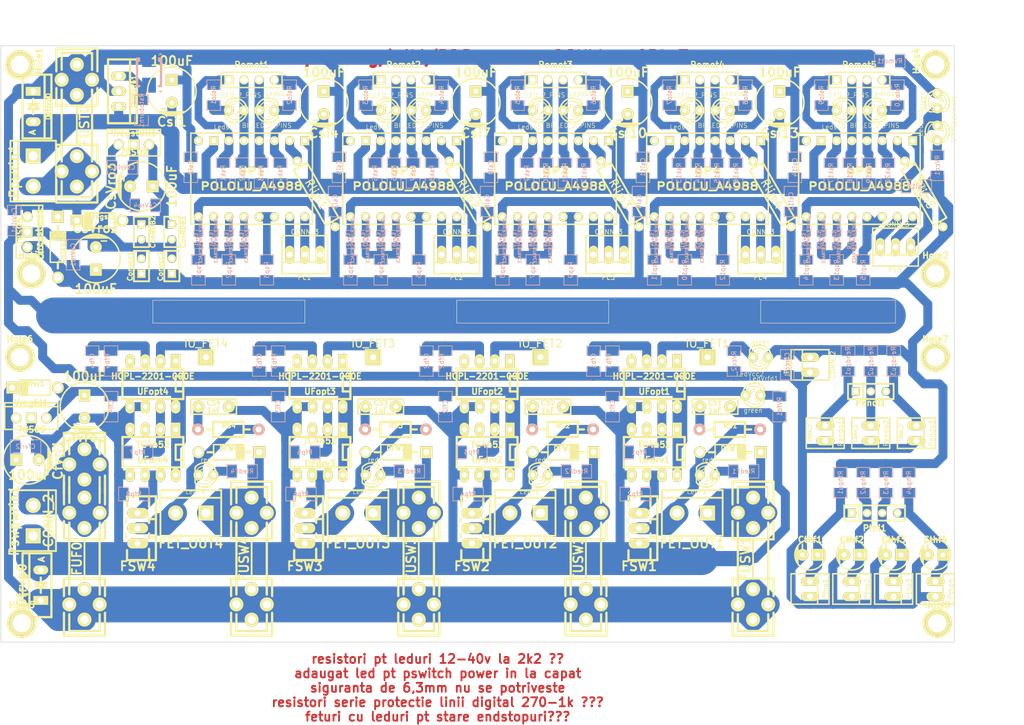
<source format=kicad_pcb>
(kicad_pcb (version 4) (host pcbnew "(2014-09-19 BZR 5142)-product")
  (title_block (title RDB_STP_001_G_DIY_ADJ) (rev 001alpha) (company www.reprap.org/RDB))
  (layers (0 F.Cu jumper) (31 B.Cu mixed) (34 B.Paste user hide) (35 F.Paste user hide) (36 B.SilkS user) (37 F.SilkS user) (38 B.Mask user hide) (39 F.Mask user hide) (44 Edge.Cuts user))
  (net 0 "")
  (net 1 /Vprefuse)
  (net 2 VCC)
  (net 3 "Net-(Pc1-Pad1)")
  (net 4 "Net-(Pc1-Pad2)")
  (net 5 "Net-(Pc1-Pad3)")
  (net 6 "Net-(Pc2-Pad1)")
  (net 7 "Net-(Pc2-Pad2)")
  (net 8 "Net-(Pc2-Pad3)")
  (net 9 "Net-(Pc3-Pad1)")
  (net 10 "Net-(Pc3-Pad2)")
  (net 11 "Net-(Pc3-Pad3)")
  (net 12 "Net-(Pc4-Pad1)")
  (net 13 "Net-(Pc4-Pad2)")
  (net 14 "Net-(Pc4-Pad3)")
  (net 15 "Net-(Pc5-Pad1)")
  (net 16 "Net-(Pc5-Pad2)")
  (net 17 "Net-(Pc5-Pad3)")
  (net 18 "Net-(Rlim1-Pad1)")
  (net 19 "Net-(Rlim2-Pad1)")
  (net 20 "Net-(Rlim3-Pad1)")
  (net 21 "Net-(Rlim4-Pad1)")
  (net 22 "Net-(Rlim5-Pad1)")
  (net 23 "Net-(Rsp1-Pad1)")
  (net 24 "Net-(Rsp2-Pad2)")
  (net 25 "Net-(Rsp3-Pad2)")
  (net 26 "Net-(Rsp7-Pad2)")
  (net 27 "Net-(Rsp8-Pad1)")
  (net 28 "Net-(Rsp9-Pad2)")
  (net 29 "Net-(SJms1-Pad1)")
  (net 30 "Net-(SJms2-Pad1)")
  (net 31 "Net-(SJms3-Pad1)")
  (net 32 "Net-(SJms4-Pad1)")
  (net 33 "Net-(SJms5-Pad1)")
  (net 34 "Net-(SJms6-Pad1)")
  (net 35 "Net-(SJms7-Pad1)")
  (net 36 "Net-(SJms8-Pad1)")
  (net 37 "Net-(SJms9-Pad1)")
  (net 38 "Net-(SJms10-Pad1)")
  (net 39 "Net-(SJms11-Pad1)")
  (net 40 "Net-(SJms12-Pad1)")
  (net 41 "Net-(SJms13-Pad1)")
  (net 42 "Net-(SJms14-Pad1)")
  (net 43 "Net-(SJms15-Pad1)")
  (net 44 /Vmot+)
  (net 45 "Net-(Ledso1-Pad1)")
  (net 46 "Net-(Ledso1-Pad2)")
  (net 47 "Net-(Ledso2-Pad1)")
  (net 48 "Net-(Ledso2-Pad2)")
  (net 49 "Net-(Ledso3-Pad1)")
  (net 50 "Net-(Ledso3-Pad2)")
  (net 51 "Net-(Ledso4-Pad1)")
  (net 52 "Net-(Ledso4-Pad2)")
  (net 53 "Net-(Ledso5-Pad1)")
  (net 54 "Net-(Ledso5-Pad2)")
  (net 55 "Net-(Ledso6-Pad1)")
  (net 56 "Net-(Ledso6-Pad2)")
  (net 57 "Net-(Ledso7-Pad1)")
  (net 58 "Net-(Ledso7-Pad2)")
  (net 59 "Net-(Ledso8-Pad1)")
  (net 60 "Net-(Ledso8-Pad2)")
  (net 61 "Net-(Ledso9-Pad1)")
  (net 62 "Net-(Ledso9-Pad2)")
  (net 63 "Net-(Ledso10-Pad1)")
  (net 64 "Net-(Ledso10-Pad2)")
  (net 65 "Net-(Pomot1-Pad1)")
  (net 66 "Net-(Pomot1-Pad4)")
  (net 67 "Net-(Pomot2-Pad1)")
  (net 68 "Net-(Pomot2-Pad4)")
  (net 69 "Net-(Pomot3-Pad1)")
  (net 70 "Net-(Pomot3-Pad4)")
  (net 71 "Net-(Pomot4-Pad1)")
  (net 72 "Net-(Pomot4-Pad4)")
  (net 73 "Net-(Pomot5-Pad1)")
  (net 74 "Net-(Pomot5-Pad4)")
  (net 75 "Net-(LedVcc1-Pad1)")
  (net 76 "Net-(LedVmot1-Pad1)")
  (net 77 +9V)
  (net 78 "Net-(CS1-Pad2)")
  (net 79 "Net-(DFW1-Pad1)")
  (net 80 "Net-(DFW1-Pad2)")
  (net 81 /V+)
  (net 82 "Net-(FSW1-PadG)")
  (net 83 "Net-(LedF1-Pad1)")
  (net 84 /IO_F1)
  (net 85 "Net-(CS2-Pad2)")
  (net 86 "Net-(DFW2-Pad1)")
  (net 87 "Net-(DFW2-Pad2)")
  (net 88 "Net-(FSW2-PadG)")
  (net 89 "Net-(LedF2-Pad1)")
  (net 90 "Net-(CS3-Pad2)")
  (net 91 "Net-(CS4-Pad2)")
  (net 92 "Net-(DFW3-Pad1)")
  (net 93 "Net-(DFW3-Pad2)")
  (net 94 "Net-(DFW4-Pad1)")
  (net 95 "Net-(DFW4-Pad2)")
  (net 96 "Net-(FSW3-PadG)")
  (net 97 "Net-(FSW4-PadG)")
  (net 98 "Net-(LedF3-Pad1)")
  (net 99 "Net-(LedF4-Pad1)")
  (net 100 /IO_F2)
  (net 101 /IO_F3)
  (net 102 /IO_F4)
  (net 103 GNDPWR)
  (net 104 GND)
  (net 105 /Vfprefuse)
  (net 106 /IO_TH1)
  (net 107 /IO_TH2)
  (net 108 /IO_TH3)
  (net 109 /IO_TH4)
  (net 110 "Net-(IO_FET1-Pad1)")
  (net 111 "Net-(IO_FET2-Pad1)")
  (net 112 "Net-(IO_FET3-Pad1)")
  (net 113 "Net-(IO_FET4-Pad1)")
  (net 114 /IO_END1)
  (net 115 /IO_END2)
  (net 116 /IO_END3)
  (net 117 "Net-(LedVrfd1-Pad2)")
  (net 118 "Net-(LedVcc2-Pad2)")
  (net 119 "Net-(Rsp4-Pad2)")
  (net 120 "Net-(Rsp5-Pad1)")
  (net 121 "Net-(Rsp6-Pad2)")
  (net 122 "Net-(Rsp10-Pad2)")
  (net 123 "Net-(Rsp11-Pad1)")
  (net 124 "Net-(Rsp12-Pad2)")
  (net 125 "Net-(Rsp13-Pad2)")
  (net 126 "Net-(Rsp14-Pad1)")
  (net 127 "Net-(Rsp15-Pad2)")
  (net 128 "Net-(Hole1-Pad1)")
  (net 129 "Net-(Hole2-Pad1)")
  (net 130 "Net-(Hole3-Pad1)")
  (net 131 "Net-(Hole4-Pad1)")
  (net 132 "Net-(Hole5-Pad1)")
  (net 133 "Net-(Hole6-Pad1)")
  (net 134 "Net-(Hole7-Pad1)")
  (net 135 "Net-(Hole8-Pad1)")
  (net 136 "Net-(UFdrv1-Pad3)")
  (net 137 "Net-(UFdrv2-Pad3)")
  (net 138 "Net-(UFdrv3-Pad3)")
  (net 139 "Net-(UFdrv4-Pad3)")
  (net 140 "Net-(Cfb1-Pad1)")
  (net 141 "Net-(Cfb2-Pad1)")
  (net 142 "Net-(Cfb3-Pad1)")
  (net 143 "Net-(Cfb4-Pad1)")
  (net 144 "Net-(ConRDB1-Pad1)")
  (net 145 "Net-(Dstvzburn1-Pad1)")
  (module pin_array:PIN_ARRAY_4x1 (layer F.Cu) (at 77.47 36.83)
    (fp_text reference Pomot1 (at 0 -2.54) (layer F.SilkS) (effects (font (size 1.016 1.016) (thickness 0.2032))))
    (fp_text value CONN_4 hide)
    (pad 1 thru_hole rect (at -3.81 0) (size 1.524 1.524) (drill 1.016) (layers *.Cu *.Mask F.SilkS) (net 65 "Net-(Pomot1-Pad1)"))
    (pad 2 thru_hole circle (at -1.27 0) (size 1.524 1.524) (drill 1.016) (layers *.Cu *.Mask F.SilkS) (net 45 "Net-(Ledso1-Pad1)"))
    (pad 3 thru_hole circle (at 1.27 0) (size 1.524 1.524) (drill 1.016) (layers *.Cu *.Mask F.SilkS) (net 47 "Net-(Ledso2-Pad1)"))
    (pad 4 thru_hole circle (at 3.81 0) (size 1.524 1.524) (drill 1.016) (layers *.Cu *.Mask F.SilkS) (net 66 "Net-(Pomot1-Pad4)"))
  )
  (module pin_array:PIN_ARRAY_4x1 (layer F.Cu) (at 102.87 36.83)
    (fp_text reference Pomot2 (at 0 -2.54) (layer F.SilkS) (effects (font (size 1.016 1.016) (thickness 0.2032))))
    (fp_text value CONN_4 hide)
    (pad 1 thru_hole rect (at -3.81 0) (size 1.524 1.524) (drill 1.016) (layers *.Cu *.Mask F.SilkS) (net 67 "Net-(Pomot2-Pad1)"))
    (pad 2 thru_hole circle (at -1.27 0) (size 1.524 1.524) (drill 1.016) (layers *.Cu *.Mask F.SilkS) (net 49 "Net-(Ledso3-Pad1)"))
    (pad 3 thru_hole circle (at 1.27 0) (size 1.524 1.524) (drill 1.016) (layers *.Cu *.Mask F.SilkS) (net 51 "Net-(Ledso4-Pad1)"))
    (pad 4 thru_hole circle (at 3.81 0) (size 1.524 1.524) (drill 1.016) (layers *.Cu *.Mask F.SilkS) (net 68 "Net-(Pomot2-Pad4)"))
  )
  (module pin_array:PIN_ARRAY_4x1 (layer F.Cu) (at 128.27 36.83)
    (fp_text reference Pomot3 (at 0 -2.54) (layer F.SilkS) (effects (font (size 1.016 1.016) (thickness 0.2032))))
    (fp_text value CONN_4 hide)
    (pad 1 thru_hole rect (at -3.81 0) (size 1.524 1.524) (drill 1.016) (layers *.Cu *.Mask F.SilkS) (net 69 "Net-(Pomot3-Pad1)"))
    (pad 2 thru_hole circle (at -1.27 0) (size 1.524 1.524) (drill 1.016) (layers *.Cu *.Mask F.SilkS) (net 53 "Net-(Ledso5-Pad1)"))
    (pad 3 thru_hole circle (at 1.27 0) (size 1.524 1.524) (drill 1.016) (layers *.Cu *.Mask F.SilkS) (net 55 "Net-(Ledso6-Pad1)"))
    (pad 4 thru_hole circle (at 3.81 0) (size 1.524 1.524) (drill 1.016) (layers *.Cu *.Mask F.SilkS) (net 70 "Net-(Pomot3-Pad4)"))
  )
  (module pin_array:PIN_ARRAY_4x1 (layer F.Cu) (at 153.67 36.83)
    (fp_text reference Pomot4 (at 0 -2.54) (layer F.SilkS) (effects (font (size 1.016 1.016) (thickness 0.2032))))
    (fp_text value CONN_4 hide)
    (pad 1 thru_hole rect (at -3.81 0) (size 1.524 1.524) (drill 1.016) (layers *.Cu *.Mask F.SilkS) (net 71 "Net-(Pomot4-Pad1)"))
    (pad 2 thru_hole circle (at -1.27 0) (size 1.524 1.524) (drill 1.016) (layers *.Cu *.Mask F.SilkS) (net 57 "Net-(Ledso7-Pad1)"))
    (pad 3 thru_hole circle (at 1.27 0) (size 1.524 1.524) (drill 1.016) (layers *.Cu *.Mask F.SilkS) (net 59 "Net-(Ledso8-Pad1)"))
    (pad 4 thru_hole circle (at 3.81 0) (size 1.524 1.524) (drill 1.016) (layers *.Cu *.Mask F.SilkS) (net 72 "Net-(Pomot4-Pad4)"))
  )
  (module pin_array:PIN_ARRAY_4x1 (layer F.Cu) (at 179.07 36.83)
    (fp_text reference Pomot5 (at 0 -2.54) (layer F.SilkS) (effects (font (size 1.016 1.016) (thickness 0.2032))))
    (fp_text value CONN_4 hide)
    (pad 1 thru_hole rect (at -3.81 0) (size 1.524 1.524) (drill 1.016) (layers *.Cu *.Mask F.SilkS) (net 73 "Net-(Pomot5-Pad1)"))
    (pad 2 thru_hole circle (at -1.27 0) (size 1.524 1.524) (drill 1.016) (layers *.Cu *.Mask F.SilkS) (net 61 "Net-(Ledso9-Pad1)"))
    (pad 3 thru_hole circle (at 1.27 0) (size 1.524 1.524) (drill 1.016) (layers *.Cu *.Mask F.SilkS) (net 63 "Net-(Ledso10-Pad1)"))
    (pad 4 thru_hole circle (at 3.81 0) (size 1.524 1.524) (drill 1.016) (layers *.Cu *.Mask F.SilkS) (net 74 "Net-(Pomot5-Pad4)"))
  )
  (module _rdbmod:SWDIP8_.6W.pololu (layer F.Cu) (at 77.47 53.34 180)
    (fp_text reference UP1 (at 0 1.27 180) (layer F.SilkS) (effects (font (size 1.27 1.524) (thickness 0.3048))))
    (fp_text value POLOLU_A4988 (at 0 -1.27 180) (layer F.SilkS) (effects (font (size 1.27 1.524) (thickness 0.3048))))
    (pad 1 thru_hole rect (at -8.89 6.35 180) (size 1.524 1.524) (drill 0.8128) (layers *.Cu *.Mask F.SilkS) (net 104 GND))
    (pad 2 thru_hole circle (at -6.35 6.35 180) (size 1.524 1.524) (drill 0.8128) (layers *.Cu *.Mask F.SilkS) (net 18 "Net-(Rlim1-Pad1)"))
    (pad 3 thru_hole circle (at -3.81 6.35 180) (size 1.524 1.524) (drill 0.8128) (layers *.Cu *.Mask F.SilkS) (net 66 "Net-(Pomot1-Pad4)"))
    (pad 4 thru_hole circle (at -1.27 6.35 180) (size 1.524 1.524) (drill 0.8128) (layers *.Cu *.Mask F.SilkS) (net 47 "Net-(Ledso2-Pad1)"))
    (pad 5 thru_hole circle (at 1.27 6.35 180) (size 1.524 1.524) (drill 0.8128) (layers *.Cu *.Mask F.SilkS) (net 45 "Net-(Ledso1-Pad1)"))
    (pad 6 thru_hole circle (at 3.81 6.35 180) (size 1.524 1.524) (drill 0.8128) (layers *.Cu *.Mask F.SilkS) (net 65 "Net-(Pomot1-Pad1)"))
    (pad 7 thru_hole rect (at 6.35 6.35 180) (size 1.524 1.524) (drill 0.8128) (layers *.Cu *.Mask F.SilkS) (net 104 GND))
    (pad 8 thru_hole circle (at 8.89 6.35 180) (size 1.524 1.524) (drill 0.8128) (layers *.Cu *.Mask F.SilkS) (net 44 /Vmot+))
    (pad 9 thru_hole circle (at 8.89 -6.35 180) (size 1.524 1.524) (drill 0.8128) (layers *.Cu *.Mask F.SilkS) (net 3 "Net-(Pc1-Pad1)"))
    (pad 10 thru_hole circle (at 6.35 -6.35 180) (size 1.524 1.524) (drill 0.8128) (layers *.Cu *.Mask F.SilkS) (net 29 "Net-(SJms1-Pad1)"))
    (pad 11 thru_hole circle (at 3.81 -6.35 180) (size 1.524 1.524) (drill 0.8128) (layers *.Cu *.Mask F.SilkS) (net 30 "Net-(SJms2-Pad1)"))
    (pad 12 thru_hole circle (at 1.27 -6.35 180) (size 1.524 1.524) (drill 0.8128) (layers *.Cu *.Mask F.SilkS) (net 31 "Net-(SJms3-Pad1)"))
    (pad 13 thru_hole circle (at -1.27 -6.35 180) (size 1.524 1.524) (drill 0.8128) (layers *.Cu *.Mask F.SilkS) (net 25 "Net-(Rsp3-Pad2)"))
    (pad 14 thru_hole circle (at -3.81 -6.35 180) (size 1.524 1.524) (drill 0.8128) (layers *.Cu *.Mask F.SilkS) (net 25 "Net-(Rsp3-Pad2)"))
    (pad 15 thru_hole circle (at -6.35 -6.35 180) (size 1.524 1.524) (drill 0.8128) (layers *.Cu *.Mask F.SilkS) (net 5 "Net-(Pc1-Pad3)"))
    (pad 16 thru_hole circle (at -8.89 -6.35 180) (size 1.524 1.524) (drill 0.8128) (layers *.Cu *.Mask F.SilkS) (net 4 "Net-(Pc1-Pad2)"))
  )
  (module _rdbmod:SWDIP8_.6W.pololu (layer F.Cu) (at 102.87 53.34 180)
    (fp_text reference UP2 (at 0 1.27 180) (layer F.SilkS) (effects (font (size 1.27 1.524) (thickness 0.3048))))
    (fp_text value POLOLU_A4988 (at 0 -1.27 180) (layer F.SilkS) (effects (font (size 1.27 1.524) (thickness 0.3048))))
    (pad 1 thru_hole rect (at -8.89 6.35 180) (size 1.524 1.524) (drill 0.8128) (layers *.Cu *.Mask F.SilkS) (net 104 GND))
    (pad 2 thru_hole circle (at -6.35 6.35 180) (size 1.524 1.524) (drill 0.8128) (layers *.Cu *.Mask F.SilkS) (net 19 "Net-(Rlim2-Pad1)"))
    (pad 3 thru_hole circle (at -3.81 6.35 180) (size 1.524 1.524) (drill 0.8128) (layers *.Cu *.Mask F.SilkS) (net 68 "Net-(Pomot2-Pad4)"))
    (pad 4 thru_hole circle (at -1.27 6.35 180) (size 1.524 1.524) (drill 0.8128) (layers *.Cu *.Mask F.SilkS) (net 51 "Net-(Ledso4-Pad1)"))
    (pad 5 thru_hole circle (at 1.27 6.35 180) (size 1.524 1.524) (drill 0.8128) (layers *.Cu *.Mask F.SilkS) (net 49 "Net-(Ledso3-Pad1)"))
    (pad 6 thru_hole circle (at 3.81 6.35 180) (size 1.524 1.524) (drill 0.8128) (layers *.Cu *.Mask F.SilkS) (net 67 "Net-(Pomot2-Pad1)"))
    (pad 7 thru_hole rect (at 6.35 6.35 180) (size 1.524 1.524) (drill 0.8128) (layers *.Cu *.Mask F.SilkS) (net 104 GND))
    (pad 8 thru_hole circle (at 8.89 6.35 180) (size 1.524 1.524) (drill 0.8128) (layers *.Cu *.Mask F.SilkS) (net 44 /Vmot+))
    (pad 9 thru_hole circle (at 8.89 -6.35 180) (size 1.524 1.524) (drill 0.8128) (layers *.Cu *.Mask F.SilkS) (net 6 "Net-(Pc2-Pad1)"))
    (pad 10 thru_hole circle (at 6.35 -6.35 180) (size 1.524 1.524) (drill 0.8128) (layers *.Cu *.Mask F.SilkS) (net 32 "Net-(SJms4-Pad1)"))
    (pad 11 thru_hole circle (at 3.81 -6.35 180) (size 1.524 1.524) (drill 0.8128) (layers *.Cu *.Mask F.SilkS) (net 33 "Net-(SJms5-Pad1)"))
    (pad 12 thru_hole circle (at 1.27 -6.35 180) (size 1.524 1.524) (drill 0.8128) (layers *.Cu *.Mask F.SilkS) (net 34 "Net-(SJms6-Pad1)"))
    (pad 13 thru_hole circle (at -1.27 -6.35 180) (size 1.524 1.524) (drill 0.8128) (layers *.Cu *.Mask F.SilkS) (net 121 "Net-(Rsp6-Pad2)"))
    (pad 14 thru_hole circle (at -3.81 -6.35 180) (size 1.524 1.524) (drill 0.8128) (layers *.Cu *.Mask F.SilkS) (net 121 "Net-(Rsp6-Pad2)"))
    (pad 15 thru_hole circle (at -6.35 -6.35 180) (size 1.524 1.524) (drill 0.8128) (layers *.Cu *.Mask F.SilkS) (net 8 "Net-(Pc2-Pad3)"))
    (pad 16 thru_hole circle (at -8.89 -6.35 180) (size 1.524 1.524) (drill 0.8128) (layers *.Cu *.Mask F.SilkS) (net 7 "Net-(Pc2-Pad2)"))
  )
  (module _rdbmod:SWDIP8_.6W.pololu (layer F.Cu) (at 128.27 53.34 180)
    (fp_text reference UP3 (at 0 1.27 180) (layer F.SilkS) (effects (font (size 1.27 1.524) (thickness 0.3048))))
    (fp_text value POLOLU_A4988 (at 0 -1.27 180) (layer F.SilkS) (effects (font (size 1.27 1.524) (thickness 0.3048))))
    (pad 1 thru_hole rect (at -8.89 6.35 180) (size 1.524 1.524) (drill 0.8128) (layers *.Cu *.Mask F.SilkS) (net 104 GND))
    (pad 2 thru_hole circle (at -6.35 6.35 180) (size 1.524 1.524) (drill 0.8128) (layers *.Cu *.Mask F.SilkS) (net 20 "Net-(Rlim3-Pad1)"))
    (pad 3 thru_hole circle (at -3.81 6.35 180) (size 1.524 1.524) (drill 0.8128) (layers *.Cu *.Mask F.SilkS) (net 70 "Net-(Pomot3-Pad4)"))
    (pad 4 thru_hole circle (at -1.27 6.35 180) (size 1.524 1.524) (drill 0.8128) (layers *.Cu *.Mask F.SilkS) (net 55 "Net-(Ledso6-Pad1)"))
    (pad 5 thru_hole circle (at 1.27 6.35 180) (size 1.524 1.524) (drill 0.8128) (layers *.Cu *.Mask F.SilkS) (net 53 "Net-(Ledso5-Pad1)"))
    (pad 6 thru_hole circle (at 3.81 6.35 180) (size 1.524 1.524) (drill 0.8128) (layers *.Cu *.Mask F.SilkS) (net 69 "Net-(Pomot3-Pad1)"))
    (pad 7 thru_hole rect (at 6.35 6.35 180) (size 1.524 1.524) (drill 0.8128) (layers *.Cu *.Mask F.SilkS) (net 104 GND))
    (pad 8 thru_hole circle (at 8.89 6.35 180) (size 1.524 1.524) (drill 0.8128) (layers *.Cu *.Mask F.SilkS) (net 44 /Vmot+))
    (pad 9 thru_hole circle (at 8.89 -6.35 180) (size 1.524 1.524) (drill 0.8128) (layers *.Cu *.Mask F.SilkS) (net 9 "Net-(Pc3-Pad1)"))
    (pad 10 thru_hole circle (at 6.35 -6.35 180) (size 1.524 1.524) (drill 0.8128) (layers *.Cu *.Mask F.SilkS) (net 35 "Net-(SJms7-Pad1)"))
    (pad 11 thru_hole circle (at 3.81 -6.35 180) (size 1.524 1.524) (drill 0.8128) (layers *.Cu *.Mask F.SilkS) (net 36 "Net-(SJms8-Pad1)"))
    (pad 12 thru_hole circle (at 1.27 -6.35 180) (size 1.524 1.524) (drill 0.8128) (layers *.Cu *.Mask F.SilkS) (net 37 "Net-(SJms9-Pad1)"))
    (pad 13 thru_hole circle (at -1.27 -6.35 180) (size 1.524 1.524) (drill 0.8128) (layers *.Cu *.Mask F.SilkS) (net 28 "Net-(Rsp9-Pad2)"))
    (pad 14 thru_hole circle (at -3.81 -6.35 180) (size 1.524 1.524) (drill 0.8128) (layers *.Cu *.Mask F.SilkS) (net 28 "Net-(Rsp9-Pad2)"))
    (pad 15 thru_hole circle (at -6.35 -6.35 180) (size 1.524 1.524) (drill 0.8128) (layers *.Cu *.Mask F.SilkS) (net 11 "Net-(Pc3-Pad3)"))
    (pad 16 thru_hole circle (at -8.89 -6.35 180) (size 1.524 1.524) (drill 0.8128) (layers *.Cu *.Mask F.SilkS) (net 10 "Net-(Pc3-Pad2)"))
  )
  (module _rdbmod:SWDIP8_.6W.pololu (layer F.Cu) (at 153.67 53.34 180)
    (fp_text reference UP4 (at 0 1.27 180) (layer F.SilkS) (effects (font (size 1.27 1.524) (thickness 0.3048))))
    (fp_text value POLOLU_A4988 (at 0 -1.27 180) (layer F.SilkS) (effects (font (size 1.27 1.524) (thickness 0.3048))))
    (pad 1 thru_hole rect (at -8.89 6.35 180) (size 1.524 1.524) (drill 0.8128) (layers *.Cu *.Mask F.SilkS) (net 104 GND))
    (pad 2 thru_hole circle (at -6.35 6.35 180) (size 1.524 1.524) (drill 0.8128) (layers *.Cu *.Mask F.SilkS) (net 21 "Net-(Rlim4-Pad1)"))
    (pad 3 thru_hole circle (at -3.81 6.35 180) (size 1.524 1.524) (drill 0.8128) (layers *.Cu *.Mask F.SilkS) (net 72 "Net-(Pomot4-Pad4)"))
    (pad 4 thru_hole circle (at -1.27 6.35 180) (size 1.524 1.524) (drill 0.8128) (layers *.Cu *.Mask F.SilkS) (net 59 "Net-(Ledso8-Pad1)"))
    (pad 5 thru_hole circle (at 1.27 6.35 180) (size 1.524 1.524) (drill 0.8128) (layers *.Cu *.Mask F.SilkS) (net 57 "Net-(Ledso7-Pad1)"))
    (pad 6 thru_hole circle (at 3.81 6.35 180) (size 1.524 1.524) (drill 0.8128) (layers *.Cu *.Mask F.SilkS) (net 71 "Net-(Pomot4-Pad1)"))
    (pad 7 thru_hole rect (at 6.35 6.35 180) (size 1.524 1.524) (drill 0.8128) (layers *.Cu *.Mask F.SilkS) (net 104 GND))
    (pad 8 thru_hole circle (at 8.89 6.35 180) (size 1.524 1.524) (drill 0.8128) (layers *.Cu *.Mask F.SilkS) (net 44 /Vmot+))
    (pad 9 thru_hole circle (at 8.89 -6.35 180) (size 1.524 1.524) (drill 0.8128) (layers *.Cu *.Mask F.SilkS) (net 12 "Net-(Pc4-Pad1)"))
    (pad 10 thru_hole circle (at 6.35 -6.35 180) (size 1.524 1.524) (drill 0.8128) (layers *.Cu *.Mask F.SilkS) (net 38 "Net-(SJms10-Pad1)"))
    (pad 11 thru_hole circle (at 3.81 -6.35 180) (size 1.524 1.524) (drill 0.8128) (layers *.Cu *.Mask F.SilkS) (net 39 "Net-(SJms11-Pad1)"))
    (pad 12 thru_hole circle (at 1.27 -6.35 180) (size 1.524 1.524) (drill 0.8128) (layers *.Cu *.Mask F.SilkS) (net 40 "Net-(SJms12-Pad1)"))
    (pad 13 thru_hole circle (at -1.27 -6.35 180) (size 1.524 1.524) (drill 0.8128) (layers *.Cu *.Mask F.SilkS) (net 124 "Net-(Rsp12-Pad2)"))
    (pad 14 thru_hole circle (at -3.81 -6.35 180) (size 1.524 1.524) (drill 0.8128) (layers *.Cu *.Mask F.SilkS) (net 124 "Net-(Rsp12-Pad2)"))
    (pad 15 thru_hole circle (at -6.35 -6.35 180) (size 1.524 1.524) (drill 0.8128) (layers *.Cu *.Mask F.SilkS) (net 14 "Net-(Pc4-Pad3)"))
    (pad 16 thru_hole circle (at -8.89 -6.35 180) (size 1.524 1.524) (drill 0.8128) (layers *.Cu *.Mask F.SilkS) (net 13 "Net-(Pc4-Pad2)"))
  )
  (module _rdbmod:SWDIP8_.6W.pololu (layer F.Cu) (at 179.07 53.34 180)
    (fp_text reference UP5 (at 0 1.27 180) (layer F.SilkS) (effects (font (size 1.27 1.524) (thickness 0.3048))))
    (fp_text value POLOLU_A4988 (at 0 -1.27 180) (layer F.SilkS) (effects (font (size 1.27 1.524) (thickness 0.3048))))
    (pad 1 thru_hole rect (at -8.89 6.35 180) (size 1.524 1.524) (drill 0.8128) (layers *.Cu *.Mask F.SilkS) (net 104 GND))
    (pad 2 thru_hole circle (at -6.35 6.35 180) (size 1.524 1.524) (drill 0.8128) (layers *.Cu *.Mask F.SilkS) (net 22 "Net-(Rlim5-Pad1)"))
    (pad 3 thru_hole circle (at -3.81 6.35 180) (size 1.524 1.524) (drill 0.8128) (layers *.Cu *.Mask F.SilkS) (net 74 "Net-(Pomot5-Pad4)"))
    (pad 4 thru_hole circle (at -1.27 6.35 180) (size 1.524 1.524) (drill 0.8128) (layers *.Cu *.Mask F.SilkS) (net 63 "Net-(Ledso10-Pad1)"))
    (pad 5 thru_hole circle (at 1.27 6.35 180) (size 1.524 1.524) (drill 0.8128) (layers *.Cu *.Mask F.SilkS) (net 61 "Net-(Ledso9-Pad1)"))
    (pad 6 thru_hole circle (at 3.81 6.35 180) (size 1.524 1.524) (drill 0.8128) (layers *.Cu *.Mask F.SilkS) (net 73 "Net-(Pomot5-Pad1)"))
    (pad 7 thru_hole rect (at 6.35 6.35 180) (size 1.524 1.524) (drill 0.8128) (layers *.Cu *.Mask F.SilkS) (net 104 GND))
    (pad 8 thru_hole circle (at 8.89 6.35 180) (size 1.524 1.524) (drill 0.8128) (layers *.Cu *.Mask F.SilkS) (net 44 /Vmot+))
    (pad 9 thru_hole circle (at 8.89 -6.35 180) (size 1.524 1.524) (drill 0.8128) (layers *.Cu *.Mask F.SilkS) (net 15 "Net-(Pc5-Pad1)"))
    (pad 10 thru_hole circle (at 6.35 -6.35 180) (size 1.524 1.524) (drill 0.8128) (layers *.Cu *.Mask F.SilkS) (net 41 "Net-(SJms13-Pad1)"))
    (pad 11 thru_hole circle (at 3.81 -6.35 180) (size 1.524 1.524) (drill 0.8128) (layers *.Cu *.Mask F.SilkS) (net 42 "Net-(SJms14-Pad1)"))
    (pad 12 thru_hole circle (at 1.27 -6.35 180) (size 1.524 1.524) (drill 0.8128) (layers *.Cu *.Mask F.SilkS) (net 43 "Net-(SJms15-Pad1)"))
    (pad 13 thru_hole circle (at -1.27 -6.35 180) (size 1.524 1.524) (drill 0.8128) (layers *.Cu *.Mask F.SilkS) (net 127 "Net-(Rsp15-Pad2)"))
    (pad 14 thru_hole circle (at -3.81 -6.35 180) (size 1.524 1.524) (drill 0.8128) (layers *.Cu *.Mask F.SilkS) (net 127 "Net-(Rsp15-Pad2)"))
    (pad 15 thru_hole circle (at -6.35 -6.35 180) (size 1.524 1.524) (drill 0.8128) (layers *.Cu *.Mask F.SilkS) (net 17 "Net-(Pc5-Pad3)"))
    (pad 16 thru_hole circle (at -8.89 -6.35 180) (size 1.524 1.524) (drill 0.8128) (layers *.Cu *.Mask F.SilkS) (net 16 "Net-(Pc5-Pad2)"))
  )
  (module Discret:R5 (layer F.Cu) (at 88.265 55.88 300)
    (fp_text reference Rlim1 (at 0 0 300) (layer F.SilkS) (effects (font (size 1.397 1.27) (thickness 0.2032))))
    (fp_text value 240R hide)
    (pad 1 thru_hole circle (at -6.35 0 300) (size 1.524 1.524) (drill 0.8128) (layers *.Cu *.Mask F.SilkS) (net 18 "Net-(Rlim1-Pad1)"))
    (pad 2 thru_hole circle (at 6.35 0 300) (size 1.524 1.524) (drill 0.8128) (layers *.Cu *.Mask F.SilkS) (net 2 VCC))
  )
  (module Discret:R5 (layer F.Cu) (at 113.665 55.88 300)
    (fp_text reference Rlim2 (at 0 0 300) (layer F.SilkS) (effects (font (size 1.397 1.27) (thickness 0.2032))))
    (fp_text value 240R hide)
    (pad 1 thru_hole circle (at -6.35 0 300) (size 1.524 1.524) (drill 0.8128) (layers *.Cu *.Mask F.SilkS) (net 19 "Net-(Rlim2-Pad1)"))
    (pad 2 thru_hole circle (at 6.35 0 300) (size 1.524 1.524) (drill 0.8128) (layers *.Cu *.Mask F.SilkS) (net 2 VCC))
  )
  (module Discret:R5 (layer F.Cu) (at 139.065 55.88 300)
    (fp_text reference Rlim3 (at 0 0 300) (layer F.SilkS) (effects (font (size 1.397 1.27) (thickness 0.2032))))
    (fp_text value 240R hide)
    (pad 1 thru_hole circle (at -6.35 0 300) (size 1.524 1.524) (drill 0.8128) (layers *.Cu *.Mask F.SilkS) (net 20 "Net-(Rlim3-Pad1)"))
    (pad 2 thru_hole circle (at 6.35 0 300) (size 1.524 1.524) (drill 0.8128) (layers *.Cu *.Mask F.SilkS) (net 2 VCC))
  )
  (module Discret:R5 (layer F.Cu) (at 164.465 55.88 300)
    (fp_text reference Rlim4 (at 0 0 300) (layer F.SilkS) (effects (font (size 1.397 1.27) (thickness 0.2032))))
    (fp_text value 240R hide)
    (pad 1 thru_hole circle (at -6.35 0 300) (size 1.524 1.524) (drill 0.8128) (layers *.Cu *.Mask F.SilkS) (net 21 "Net-(Rlim4-Pad1)"))
    (pad 2 thru_hole circle (at 6.35 0 300) (size 1.524 1.524) (drill 0.8128) (layers *.Cu *.Mask F.SilkS) (net 2 VCC))
  )
  (module Discret:R5 (layer F.Cu) (at 189.865 55.88 300)
    (fp_text reference Rlim5 (at 0 0 300) (layer F.SilkS) (effects (font (size 1.397 1.27) (thickness 0.2032))))
    (fp_text value 240R hide)
    (pad 1 thru_hole circle (at -6.35 0 300) (size 1.524 1.524) (drill 0.8128) (layers *.Cu *.Mask F.SilkS) (net 22 "Net-(Rlim5-Pad1)"))
    (pad 2 thru_hole circle (at 6.35 0 300) (size 1.524 1.524) (drill 0.8128) (layers *.Cu *.Mask F.SilkS) (net 2 VCC))
  )
  (module Connect:1pin (layer F.Cu) (at 38.735 34.29)
    (fp_text reference Hole1 (at 3.175 -0.635 270) (layer F.SilkS) (effects (font (size 1.016 1.016) (thickness 0.254))))
    (fp_text value CONN_1 hide)
    (pad 1 thru_hole circle (at 0 0) (size 4.064 4.064) (drill 3.048) (layers *.Cu *.Mask F.SilkS) (net 128 "Net-(Hole1-Pad1)"))
  )
  (module Connect:1pin (layer F.Cu) (at 191.77 69.215)
    (fp_text reference Hole2 (at 0 -3.048) (layer F.SilkS) (effects (font (size 1.016 1.016) (thickness 0.254))))
    (fp_text value CONN_1 hide)
    (pad 1 thru_hole circle (at 0 0) (size 4.064 4.064) (drill 3.048) (layers *.Cu *.Mask F.SilkS) (net 129 "Net-(Hole2-Pad1)"))
  )
  (module Connect:1pin (layer F.Cu) (at 40.64 69.215)
    (fp_text reference Hole3 (at 0 -3.048) (layer F.SilkS) (effects (font (size 1.016 1.016) (thickness 0.254))))
    (fp_text value CONN_1 hide)
    (pad 1 thru_hole circle (at 0 0) (size 4.064 4.064) (drill 3.048) (layers *.Cu *.Mask F.SilkS) (net 130 "Net-(Hole3-Pad1)"))
  )
  (module Connect:1pin (layer F.Cu) (at 191.77 34.29)
    (fp_text reference Hole4 (at -3.175 -0.635 90) (layer F.SilkS) (effects (font (size 1.016 1.016) (thickness 0.254))))
    (fp_text value CONN_1 hide)
    (pad 1 thru_hole circle (at 0 0) (size 4.064 4.064) (drill 3.048) (layers *.Cu *.Mask F.SilkS) (net 131 "Net-(Hole4-Pad1)"))
  )
  (module LEDs:LED-3MM (layer F.Cu) (at 74.93 41.91 180)
    (fp_text reference Ledso1 (at 1.778 -2.794 180) (layer F.SilkS) (effects (font (size 0.762 0.762) (thickness 0.0889))))
    (fp_text value BI_LED_2_PINS (at 0 2.54 180) (layer F.SilkS) (effects (font (size 0.762 0.762) (thickness 0.0889))))
    (pad 1 thru_hole circle (at -1.27 0 180) (size 1.6764 1.6764) (drill 0.8128) (layers *.Cu *.Mask F.SilkS) (net 45 "Net-(Ledso1-Pad1)"))
    (pad 2 thru_hole circle (at 1.27 0 180) (size 1.6764 1.6764) (drill 0.8128) (layers *.Cu *.Mask F.SilkS) (net 46 "Net-(Ledso1-Pad2)"))
  )
  (module LEDs:LED-3MM (layer F.Cu) (at 80.01 41.91)
    (fp_text reference Ledso2 (at 1.778 -2.794) (layer F.SilkS) (effects (font (size 0.762 0.762) (thickness 0.0889))))
    (fp_text value BI_LED_2_PINS (at 0 2.54) (layer F.SilkS) (effects (font (size 0.762 0.762) (thickness 0.0889))))
    (pad 1 thru_hole circle (at -1.27 0) (size 1.6764 1.6764) (drill 0.8128) (layers *.Cu *.Mask F.SilkS) (net 47 "Net-(Ledso2-Pad1)"))
    (pad 2 thru_hole circle (at 1.27 0) (size 1.6764 1.6764) (drill 0.8128) (layers *.Cu *.Mask F.SilkS) (net 48 "Net-(Ledso2-Pad2)"))
  )
  (module LEDs:LED-3MM (layer F.Cu) (at 100.33 41.91 180)
    (fp_text reference Ledso3 (at 1.778 -2.794 180) (layer F.SilkS) (effects (font (size 0.762 0.762) (thickness 0.0889))))
    (fp_text value BI_LED_2_PINS (at 0 2.54 180) (layer F.SilkS) (effects (font (size 0.762 0.762) (thickness 0.0889))))
    (pad 1 thru_hole circle (at -1.27 0 180) (size 1.6764 1.6764) (drill 0.8128) (layers *.Cu *.Mask F.SilkS) (net 49 "Net-(Ledso3-Pad1)"))
    (pad 2 thru_hole circle (at 1.27 0 180) (size 1.6764 1.6764) (drill 0.8128) (layers *.Cu *.Mask F.SilkS) (net 50 "Net-(Ledso3-Pad2)"))
  )
  (module LEDs:LED-3MM (layer F.Cu) (at 105.41 41.91)
    (fp_text reference Ledso4 (at 1.778 -2.794) (layer F.SilkS) (effects (font (size 0.762 0.762) (thickness 0.0889))))
    (fp_text value BI_LED_2_PINS (at 0 2.54) (layer F.SilkS) (effects (font (size 0.762 0.762) (thickness 0.0889))))
    (pad 1 thru_hole circle (at -1.27 0) (size 1.6764 1.6764) (drill 0.8128) (layers *.Cu *.Mask F.SilkS) (net 51 "Net-(Ledso4-Pad1)"))
    (pad 2 thru_hole circle (at 1.27 0) (size 1.6764 1.6764) (drill 0.8128) (layers *.Cu *.Mask F.SilkS) (net 52 "Net-(Ledso4-Pad2)"))
  )
  (module LEDs:LED-3MM (layer F.Cu) (at 125.73 41.91 180)
    (fp_text reference Ledso5 (at 1.778 -2.794 180) (layer F.SilkS) (effects (font (size 0.762 0.762) (thickness 0.0889))))
    (fp_text value BI_LED_2_PINS (at 0 2.54 180) (layer F.SilkS) (effects (font (size 0.762 0.762) (thickness 0.0889))))
    (pad 1 thru_hole circle (at -1.27 0 180) (size 1.6764 1.6764) (drill 0.8128) (layers *.Cu *.Mask F.SilkS) (net 53 "Net-(Ledso5-Pad1)"))
    (pad 2 thru_hole circle (at 1.27 0 180) (size 1.6764 1.6764) (drill 0.8128) (layers *.Cu *.Mask F.SilkS) (net 54 "Net-(Ledso5-Pad2)"))
  )
  (module LEDs:LED-3MM (layer F.Cu) (at 130.81 41.91)
    (fp_text reference Ledso6 (at 1.778 -2.794) (layer F.SilkS) (effects (font (size 0.762 0.762) (thickness 0.0889))))
    (fp_text value BI_LED_2_PINS (at 0 2.54) (layer F.SilkS) (effects (font (size 0.762 0.762) (thickness 0.0889))))
    (pad 1 thru_hole circle (at -1.27 0) (size 1.6764 1.6764) (drill 0.8128) (layers *.Cu *.Mask F.SilkS) (net 55 "Net-(Ledso6-Pad1)"))
    (pad 2 thru_hole circle (at 1.27 0) (size 1.6764 1.6764) (drill 0.8128) (layers *.Cu *.Mask F.SilkS) (net 56 "Net-(Ledso6-Pad2)"))
  )
  (module LEDs:LED-3MM (layer F.Cu) (at 151.13 41.91 180)
    (fp_text reference Ledso7 (at 1.778 -2.794 180) (layer F.SilkS) (effects (font (size 0.762 0.762) (thickness 0.0889))))
    (fp_text value BI_LED_2_PINS (at 0 2.54 180) (layer F.SilkS) (effects (font (size 0.762 0.762) (thickness 0.0889))))
    (pad 1 thru_hole circle (at -1.27 0 180) (size 1.6764 1.6764) (drill 0.8128) (layers *.Cu *.Mask F.SilkS) (net 57 "Net-(Ledso7-Pad1)"))
    (pad 2 thru_hole circle (at 1.27 0 180) (size 1.6764 1.6764) (drill 0.8128) (layers *.Cu *.Mask F.SilkS) (net 58 "Net-(Ledso7-Pad2)"))
  )
  (module LEDs:LED-3MM (layer F.Cu) (at 156.21 41.91)
    (fp_text reference Ledso8 (at 1.778 -2.794) (layer F.SilkS) (effects (font (size 0.762 0.762) (thickness 0.0889))))
    (fp_text value BI_LED_2_PINS (at 0 2.54) (layer F.SilkS) (effects (font (size 0.762 0.762) (thickness 0.0889))))
    (pad 1 thru_hole circle (at -1.27 0) (size 1.6764 1.6764) (drill 0.8128) (layers *.Cu *.Mask F.SilkS) (net 59 "Net-(Ledso8-Pad1)"))
    (pad 2 thru_hole circle (at 1.27 0) (size 1.6764 1.6764) (drill 0.8128) (layers *.Cu *.Mask F.SilkS) (net 60 "Net-(Ledso8-Pad2)"))
  )
  (module LEDs:LED-3MM (layer F.Cu) (at 176.53 41.91 180)
    (fp_text reference Ledso9 (at 1.778 -2.794 180) (layer F.SilkS) (effects (font (size 0.762 0.762) (thickness 0.0889))))
    (fp_text value BI_LED_2_PINS (at 0 2.54 180) (layer F.SilkS) (effects (font (size 0.762 0.762) (thickness 0.0889))))
    (pad 1 thru_hole circle (at -1.27 0 180) (size 1.6764 1.6764) (drill 0.8128) (layers *.Cu *.Mask F.SilkS) (net 61 "Net-(Ledso9-Pad1)"))
    (pad 2 thru_hole circle (at 1.27 0 180) (size 1.6764 1.6764) (drill 0.8128) (layers *.Cu *.Mask F.SilkS) (net 62 "Net-(Ledso9-Pad2)"))
  )
  (module LEDs:LED-3MM (layer F.Cu) (at 181.61 41.91)
    (fp_text reference Ledso10 (at 1.778 -2.794) (layer F.SilkS) (effects (font (size 0.762 0.762) (thickness 0.0889))))
    (fp_text value BI_LED_2_PINS (at 0 2.54) (layer F.SilkS) (effects (font (size 0.762 0.762) (thickness 0.0889))))
    (pad 1 thru_hole circle (at -1.27 0) (size 1.6764 1.6764) (drill 0.8128) (layers *.Cu *.Mask F.SilkS) (net 63 "Net-(Ledso10-Pad1)"))
    (pad 2 thru_hole circle (at 1.27 0) (size 1.6764 1.6764) (drill 0.8128) (layers *.Cu *.Mask F.SilkS) (net 64 "Net-(Ledso10-Pad2)"))
  )
  (module Connect:PINHEAD1-3 (layer F.Cu) (at 86.36 66.04 180)
    (fp_text reference Pc1 (at 0.05 -3.8 180) (layer F.SilkS) (effects (font (size 0.8 0.8) (thickness 0.12))))
    (fp_text value CONN_3 (at 0 3.81 180) (layer F.SilkS) (effects (font (size 0.8 0.8) (thickness 0.12))))
    (pad 1 thru_hole oval (at -2.54 0 180) (size 1.50622 3.01498) (drill 0.99822) (layers *.Cu *.Mask F.SilkS) (net 3 "Net-(Pc1-Pad1)"))
    (pad 2 thru_hole oval (at 0 0 180) (size 1.50622 3.01498) (drill 0.99822) (layers *.Cu *.Mask F.SilkS) (net 4 "Net-(Pc1-Pad2)"))
    (pad 3 thru_hole oval (at 2.54 0 180) (size 1.50622 3.01498) (drill 0.99822) (layers *.Cu *.Mask F.SilkS) (net 5 "Net-(Pc1-Pad3)"))
  )
  (module Connect:PINHEAD1-3 (layer F.Cu) (at 111.76 66.04 180)
    (fp_text reference Pc2 (at 0.05 -3.8 180) (layer F.SilkS) (effects (font (size 0.8 0.8) (thickness 0.12))))
    (fp_text value CONN_3 (at 0 3.81 180) (layer F.SilkS) (effects (font (size 0.8 0.8) (thickness 0.12))))
    (pad 1 thru_hole oval (at -2.54 0 180) (size 1.50622 3.01498) (drill 0.99822) (layers *.Cu *.Mask F.SilkS) (net 6 "Net-(Pc2-Pad1)"))
    (pad 2 thru_hole oval (at 0 0 180) (size 1.50622 3.01498) (drill 0.99822) (layers *.Cu *.Mask F.SilkS) (net 7 "Net-(Pc2-Pad2)"))
    (pad 3 thru_hole oval (at 2.54 0 180) (size 1.50622 3.01498) (drill 0.99822) (layers *.Cu *.Mask F.SilkS) (net 8 "Net-(Pc2-Pad3)"))
  )
  (module Connect:PINHEAD1-3 (layer F.Cu) (at 137.16 66.04 180)
    (fp_text reference Pc3 (at 0.05 -3.8 180) (layer F.SilkS) (effects (font (size 0.8 0.8) (thickness 0.12))))
    (fp_text value CONN_3 (at 0 3.81 180) (layer F.SilkS) (effects (font (size 0.8 0.8) (thickness 0.12))))
    (pad 1 thru_hole oval (at -2.54 0 180) (size 1.50622 3.01498) (drill 0.99822) (layers *.Cu *.Mask F.SilkS) (net 9 "Net-(Pc3-Pad1)"))
    (pad 2 thru_hole oval (at 0 0 180) (size 1.50622 3.01498) (drill 0.99822) (layers *.Cu *.Mask F.SilkS) (net 10 "Net-(Pc3-Pad2)"))
    (pad 3 thru_hole oval (at 2.54 0 180) (size 1.50622 3.01498) (drill 0.99822) (layers *.Cu *.Mask F.SilkS) (net 11 "Net-(Pc3-Pad3)"))
  )
  (module Connect:PINHEAD1-3 (layer F.Cu) (at 162.56 66.04 180)
    (fp_text reference Pc4 (at 0.05 -3.8 180) (layer F.SilkS) (effects (font (size 0.8 0.8) (thickness 0.12))))
    (fp_text value CONN_3 (at 0 3.81 180) (layer F.SilkS) (effects (font (size 0.8 0.8) (thickness 0.12))))
    (pad 1 thru_hole oval (at -2.54 0 180) (size 1.50622 3.01498) (drill 0.99822) (layers *.Cu *.Mask F.SilkS) (net 12 "Net-(Pc4-Pad1)"))
    (pad 2 thru_hole oval (at 0 0 180) (size 1.50622 3.01498) (drill 0.99822) (layers *.Cu *.Mask F.SilkS) (net 13 "Net-(Pc4-Pad2)"))
    (pad 3 thru_hole oval (at 2.54 0 180) (size 1.50622 3.01498) (drill 0.99822) (layers *.Cu *.Mask F.SilkS) (net 14 "Net-(Pc4-Pad3)"))
  )
  (module Connect:PINHEAD1-3 (layer F.Cu) (at 185.1025 64.77 180)
    (fp_text reference Pc5 (at 0.05 -3.8 180) (layer F.SilkS) (effects (font (size 0.8 0.8) (thickness 0.12))))
    (fp_text value CONN_3 (at 0 3.81 180) (layer F.SilkS) (effects (font (size 0.8 0.8) (thickness 0.12))))
    (pad 1 thru_hole oval (at -2.54 0 180) (size 1.50622 3.01498) (drill 0.99822) (layers *.Cu *.Mask F.SilkS) (net 15 "Net-(Pc5-Pad1)"))
    (pad 2 thru_hole oval (at 0 0 180) (size 1.50622 3.01498) (drill 0.99822) (layers *.Cu *.Mask F.SilkS) (net 16 "Net-(Pc5-Pad2)"))
    (pad 3 thru_hole oval (at 2.54 0 180) (size 1.50622 3.01498) (drill 0.99822) (layers *.Cu *.Mask F.SilkS) (net 17 "Net-(Pc5-Pad3)"))
  )
  (module SMD_Packages:SM0805 (layer B.Cu) (at 68.58 63.5 270)
    (fp_text reference SJen1 (at 0 0.3175 270) (layer B.SilkS) (effects (font (size 0.50038 0.50038) (thickness 0.10922)) (justify mirror)))
    (fp_text value SOLDERJUMPERTRACE (at 0 -0.381 270) (layer B.SilkS) (effects (font (size 0.50038 0.50038) (thickness 0.10922)) (justify mirror)))
    (pad 1 smd rect (at -0.9525 0 270) (size 0.889 1.397) (layers B.Cu B.Paste B.Mask) (net 3 "Net-(Pc1-Pad1)"))
    (pad 2 smd rect (at 0.9525 0 270) (size 0.889 1.397) (layers B.Cu B.Paste B.Mask) (net 23 "Net-(Rsp1-Pad1)"))
  )
  (module SMD_Packages:SM0805 (layer B.Cu) (at 93.98 63.5 270)
    (fp_text reference SJen2 (at 0 0.3175 270) (layer B.SilkS) (effects (font (size 0.50038 0.50038) (thickness 0.10922)) (justify mirror)))
    (fp_text value SOLDERJUMPERTRACE (at 0 -0.381 270) (layer B.SilkS) (effects (font (size 0.50038 0.50038) (thickness 0.10922)) (justify mirror)))
    (pad 1 smd rect (at -0.9525 0 270) (size 0.889 1.397) (layers B.Cu B.Paste B.Mask) (net 6 "Net-(Pc2-Pad1)"))
    (pad 2 smd rect (at 0.9525 0 270) (size 0.889 1.397) (layers B.Cu B.Paste B.Mask) (net 120 "Net-(Rsp5-Pad1)"))
  )
  (module SMD_Packages:SM0805 (layer B.Cu) (at 119.38 63.5 270)
    (fp_text reference SJen3 (at 0 0.3175 270) (layer B.SilkS) (effects (font (size 0.50038 0.50038) (thickness 0.10922)) (justify mirror)))
    (fp_text value SOLDERJUMPERTRACE (at 0 -0.381 270) (layer B.SilkS) (effects (font (size 0.50038 0.50038) (thickness 0.10922)) (justify mirror)))
    (pad 1 smd rect (at -0.9525 0 270) (size 0.889 1.397) (layers B.Cu B.Paste B.Mask) (net 9 "Net-(Pc3-Pad1)"))
    (pad 2 smd rect (at 0.9525 0 270) (size 0.889 1.397) (layers B.Cu B.Paste B.Mask) (net 27 "Net-(Rsp8-Pad1)"))
  )
  (module SMD_Packages:SM0805 (layer B.Cu) (at 144.78 63.5 270)
    (fp_text reference SJen4 (at 0 0.3175 270) (layer B.SilkS) (effects (font (size 0.50038 0.50038) (thickness 0.10922)) (justify mirror)))
    (fp_text value SOLDERJUMPERTRACE (at 0 -0.381 270) (layer B.SilkS) (effects (font (size 0.50038 0.50038) (thickness 0.10922)) (justify mirror)))
    (pad 1 smd rect (at -0.9525 0 270) (size 0.889 1.397) (layers B.Cu B.Paste B.Mask) (net 12 "Net-(Pc4-Pad1)"))
    (pad 2 smd rect (at 0.9525 0 270) (size 0.889 1.397) (layers B.Cu B.Paste B.Mask) (net 123 "Net-(Rsp11-Pad1)"))
  )
  (module SMD_Packages:SM0805 (layer B.Cu) (at 170.18 63.5 270)
    (fp_text reference SJen5 (at 0 0.3175 270) (layer B.SilkS) (effects (font (size 0.50038 0.50038) (thickness 0.10922)) (justify mirror)))
    (fp_text value SOLDERJUMPERTRACE (at 0 -0.381 270) (layer B.SilkS) (effects (font (size 0.50038 0.50038) (thickness 0.10922)) (justify mirror)))
    (pad 1 smd rect (at -0.9525 0 270) (size 0.889 1.397) (layers B.Cu B.Paste B.Mask) (net 15 "Net-(Pc5-Pad1)"))
    (pad 2 smd rect (at 0.9525 0 270) (size 0.889 1.397) (layers B.Cu B.Paste B.Mask) (net 126 "Net-(Rsp14-Pad1)"))
  )
  (module SMD_Packages:SM0805 (layer B.Cu) (at 71.12 63.5 270)
    (fp_text reference SJms1 (at 0 0.3175 270) (layer B.SilkS) (effects (font (size 0.50038 0.50038) (thickness 0.10922)) (justify mirror)))
    (fp_text value SOLDERJUMPERTRACE (at 0 -0.381 270) (layer B.SilkS) (effects (font (size 0.50038 0.50038) (thickness 0.10922)) (justify mirror)))
    (pad 1 smd rect (at -0.9525 0 270) (size 0.889 1.397) (layers B.Cu B.Paste B.Mask) (net 29 "Net-(SJms1-Pad1)"))
    (pad 2 smd rect (at 0.9525 0 270) (size 0.889 1.397) (layers B.Cu B.Paste B.Mask) (net 24 "Net-(Rsp2-Pad2)"))
  )
  (module SMD_Packages:SM0805 (layer B.Cu) (at 73.66 63.5 270)
    (fp_text reference SJms2 (at 0 0.3175 270) (layer B.SilkS) (effects (font (size 0.50038 0.50038) (thickness 0.10922)) (justify mirror)))
    (fp_text value SOLDERJUMPERTRACE (at 0 -0.381 270) (layer B.SilkS) (effects (font (size 0.50038 0.50038) (thickness 0.10922)) (justify mirror)))
    (pad 1 smd rect (at -0.9525 0 270) (size 0.889 1.397) (layers B.Cu B.Paste B.Mask) (net 30 "Net-(SJms2-Pad1)"))
    (pad 2 smd rect (at 0.9525 0 270) (size 0.889 1.397) (layers B.Cu B.Paste B.Mask) (net 24 "Net-(Rsp2-Pad2)"))
  )
  (module SMD_Packages:SM0805 (layer B.Cu) (at 76.2 63.5 270)
    (fp_text reference SJms3 (at 0 0.3175 270) (layer B.SilkS) (effects (font (size 0.50038 0.50038) (thickness 0.10922)) (justify mirror)))
    (fp_text value SOLDERJUMPERTRACE (at 0 -0.381 270) (layer B.SilkS) (effects (font (size 0.50038 0.50038) (thickness 0.10922)) (justify mirror)))
    (pad 1 smd rect (at -0.9525 0 270) (size 0.889 1.397) (layers B.Cu B.Paste B.Mask) (net 31 "Net-(SJms3-Pad1)"))
    (pad 2 smd rect (at 0.9525 0 270) (size 0.889 1.397) (layers B.Cu B.Paste B.Mask) (net 24 "Net-(Rsp2-Pad2)"))
  )
  (module SMD_Packages:SM0805 (layer B.Cu) (at 96.52 63.5 270)
    (fp_text reference SJms4 (at 0 0.3175 270) (layer B.SilkS) (effects (font (size 0.50038 0.50038) (thickness 0.10922)) (justify mirror)))
    (fp_text value SOLDERJUMPERTRACE (at 0 -0.381 270) (layer B.SilkS) (effects (font (size 0.50038 0.50038) (thickness 0.10922)) (justify mirror)))
    (pad 1 smd rect (at -0.9525 0 270) (size 0.889 1.397) (layers B.Cu B.Paste B.Mask) (net 32 "Net-(SJms4-Pad1)"))
    (pad 2 smd rect (at 0.9525 0 270) (size 0.889 1.397) (layers B.Cu B.Paste B.Mask) (net 119 "Net-(Rsp4-Pad2)"))
  )
  (module SMD_Packages:SM0805 (layer B.Cu) (at 99.06 63.5 270)
    (fp_text reference SJms5 (at 0 0.3175 270) (layer B.SilkS) (effects (font (size 0.50038 0.50038) (thickness 0.10922)) (justify mirror)))
    (fp_text value SOLDERJUMPERTRACE (at 0 -0.381 270) (layer B.SilkS) (effects (font (size 0.50038 0.50038) (thickness 0.10922)) (justify mirror)))
    (pad 1 smd rect (at -0.9525 0 270) (size 0.889 1.397) (layers B.Cu B.Paste B.Mask) (net 33 "Net-(SJms5-Pad1)"))
    (pad 2 smd rect (at 0.9525 0 270) (size 0.889 1.397) (layers B.Cu B.Paste B.Mask) (net 119 "Net-(Rsp4-Pad2)"))
  )
  (module SMD_Packages:SM0805 (layer B.Cu) (at 101.6 63.5 270)
    (fp_text reference SJms6 (at 0 0.3175 270) (layer B.SilkS) (effects (font (size 0.50038 0.50038) (thickness 0.10922)) (justify mirror)))
    (fp_text value SOLDERJUMPERTRACE (at 0 -0.381 270) (layer B.SilkS) (effects (font (size 0.50038 0.50038) (thickness 0.10922)) (justify mirror)))
    (pad 1 smd rect (at -0.9525 0 270) (size 0.889 1.397) (layers B.Cu B.Paste B.Mask) (net 34 "Net-(SJms6-Pad1)"))
    (pad 2 smd rect (at 0.9525 0 270) (size 0.889 1.397) (layers B.Cu B.Paste B.Mask) (net 119 "Net-(Rsp4-Pad2)"))
  )
  (module SMD_Packages:SM0805 (layer B.Cu) (at 121.92 63.5 270)
    (fp_text reference SJms7 (at 0 0.3175 270) (layer B.SilkS) (effects (font (size 0.50038 0.50038) (thickness 0.10922)) (justify mirror)))
    (fp_text value SOLDERJUMPERTRACE (at 0 -0.381 270) (layer B.SilkS) (effects (font (size 0.50038 0.50038) (thickness 0.10922)) (justify mirror)))
    (pad 1 smd rect (at -0.9525 0 270) (size 0.889 1.397) (layers B.Cu B.Paste B.Mask) (net 35 "Net-(SJms7-Pad1)"))
    (pad 2 smd rect (at 0.9525 0 270) (size 0.889 1.397) (layers B.Cu B.Paste B.Mask) (net 26 "Net-(Rsp7-Pad2)"))
  )
  (module SMD_Packages:SM0805 (layer B.Cu) (at 124.46 63.5 270)
    (fp_text reference SJms8 (at 0 0.3175 270) (layer B.SilkS) (effects (font (size 0.50038 0.50038) (thickness 0.10922)) (justify mirror)))
    (fp_text value SOLDERJUMPERTRACE (at 0 -0.381 270) (layer B.SilkS) (effects (font (size 0.50038 0.50038) (thickness 0.10922)) (justify mirror)))
    (pad 1 smd rect (at -0.9525 0 270) (size 0.889 1.397) (layers B.Cu B.Paste B.Mask) (net 36 "Net-(SJms8-Pad1)"))
    (pad 2 smd rect (at 0.9525 0 270) (size 0.889 1.397) (layers B.Cu B.Paste B.Mask) (net 26 "Net-(Rsp7-Pad2)"))
  )
  (module SMD_Packages:SM0805 (layer B.Cu) (at 127 63.5 270)
    (fp_text reference SJms9 (at 0 0.3175 270) (layer B.SilkS) (effects (font (size 0.50038 0.50038) (thickness 0.10922)) (justify mirror)))
    (fp_text value SOLDERJUMPERTRACE (at 0 -0.381 270) (layer B.SilkS) (effects (font (size 0.50038 0.50038) (thickness 0.10922)) (justify mirror)))
    (pad 1 smd rect (at -0.9525 0 270) (size 0.889 1.397) (layers B.Cu B.Paste B.Mask) (net 37 "Net-(SJms9-Pad1)"))
    (pad 2 smd rect (at 0.9525 0 270) (size 0.889 1.397) (layers B.Cu B.Paste B.Mask) (net 26 "Net-(Rsp7-Pad2)"))
  )
  (module SMD_Packages:SM0805 (layer B.Cu) (at 147.32 63.5 270)
    (fp_text reference SJms10 (at 0 0.3175 270) (layer B.SilkS) (effects (font (size 0.50038 0.50038) (thickness 0.10922)) (justify mirror)))
    (fp_text value SOLDERJUMPERTRACE (at 0 -0.381 270) (layer B.SilkS) (effects (font (size 0.50038 0.50038) (thickness 0.10922)) (justify mirror)))
    (pad 1 smd rect (at -0.9525 0 270) (size 0.889 1.397) (layers B.Cu B.Paste B.Mask) (net 38 "Net-(SJms10-Pad1)"))
    (pad 2 smd rect (at 0.9525 0 270) (size 0.889 1.397) (layers B.Cu B.Paste B.Mask) (net 122 "Net-(Rsp10-Pad2)"))
  )
  (module SMD_Packages:SM0805 (layer B.Cu) (at 149.86 63.5 270)
    (fp_text reference SJms11 (at 0 0.3175 270) (layer B.SilkS) (effects (font (size 0.50038 0.50038) (thickness 0.10922)) (justify mirror)))
    (fp_text value SOLDERJUMPERTRACE (at 0 -0.381 270) (layer B.SilkS) (effects (font (size 0.50038 0.50038) (thickness 0.10922)) (justify mirror)))
    (pad 1 smd rect (at -0.9525 0 270) (size 0.889 1.397) (layers B.Cu B.Paste B.Mask) (net 39 "Net-(SJms11-Pad1)"))
    (pad 2 smd rect (at 0.9525 0 270) (size 0.889 1.397) (layers B.Cu B.Paste B.Mask) (net 122 "Net-(Rsp10-Pad2)"))
  )
  (module SMD_Packages:SM0805 (layer B.Cu) (at 152.4 63.5 270)
    (fp_text reference SJms12 (at 0 0.3175 270) (layer B.SilkS) (effects (font (size 0.50038 0.50038) (thickness 0.10922)) (justify mirror)))
    (fp_text value SOLDERJUMPERTRACE (at 0 -0.381 270) (layer B.SilkS) (effects (font (size 0.50038 0.50038) (thickness 0.10922)) (justify mirror)))
    (pad 1 smd rect (at -0.9525 0 270) (size 0.889 1.397) (layers B.Cu B.Paste B.Mask) (net 40 "Net-(SJms12-Pad1)"))
    (pad 2 smd rect (at 0.9525 0 270) (size 0.889 1.397) (layers B.Cu B.Paste B.Mask) (net 122 "Net-(Rsp10-Pad2)"))
  )
  (module SMD_Packages:SM0805 (layer B.Cu) (at 172.72 63.5 270)
    (fp_text reference SJms13 (at 0 0.3175 270) (layer B.SilkS) (effects (font (size 0.50038 0.50038) (thickness 0.10922)) (justify mirror)))
    (fp_text value SOLDERJUMPERTRACE (at 0 -0.381 270) (layer B.SilkS) (effects (font (size 0.50038 0.50038) (thickness 0.10922)) (justify mirror)))
    (pad 1 smd rect (at -0.9525 0 270) (size 0.889 1.397) (layers B.Cu B.Paste B.Mask) (net 41 "Net-(SJms13-Pad1)"))
    (pad 2 smd rect (at 0.9525 0 270) (size 0.889 1.397) (layers B.Cu B.Paste B.Mask) (net 125 "Net-(Rsp13-Pad2)"))
  )
  (module SMD_Packages:SM0805 (layer B.Cu) (at 175.26 63.5 270)
    (fp_text reference SJms14 (at 0 0.3175 270) (layer B.SilkS) (effects (font (size 0.50038 0.50038) (thickness 0.10922)) (justify mirror)))
    (fp_text value SOLDERJUMPERTRACE (at 0 -0.381 270) (layer B.SilkS) (effects (font (size 0.50038 0.50038) (thickness 0.10922)) (justify mirror)))
    (pad 1 smd rect (at -0.9525 0 270) (size 0.889 1.397) (layers B.Cu B.Paste B.Mask) (net 42 "Net-(SJms14-Pad1)"))
    (pad 2 smd rect (at 0.9525 0 270) (size 0.889 1.397) (layers B.Cu B.Paste B.Mask) (net 125 "Net-(Rsp13-Pad2)"))
  )
  (module SMD_Packages:SM0805 (layer B.Cu) (at 177.8 63.5 270)
    (fp_text reference SJms15 (at 0 0.3175 270) (layer B.SilkS) (effects (font (size 0.50038 0.50038) (thickness 0.10922)) (justify mirror)))
    (fp_text value SOLDERJUMPERTRACE (at 0 -0.381 270) (layer B.SilkS) (effects (font (size 0.50038 0.50038) (thickness 0.10922)) (justify mirror)))
    (pad 1 smd rect (at -0.9525 0 270) (size 0.889 1.397) (layers B.Cu B.Paste B.Mask) (net 43 "Net-(SJms15-Pad1)"))
    (pad 2 smd rect (at 0.9525 0 270) (size 0.889 1.397) (layers B.Cu B.Paste B.Mask) (net 125 "Net-(Rsp13-Pad2)"))
  )
  (module LEDs:LED-3MM (layer F.Cu) (at 192.0875 45.72 90)
    (fp_text reference LedVcc1 (at 1.778 -2.794 90) (layer F.SilkS) (effects (font (size 0.762 0.762) (thickness 0.0889))))
    (fp_text value green (at 0 2.54 90) (layer F.SilkS) (effects (font (size 0.762 0.762) (thickness 0.0889))))
    (pad 1 thru_hole circle (at -1.27 0 90) (size 1.6764 1.6764) (drill 0.8128) (layers *.Cu *.Mask F.SilkS) (net 75 "Net-(LedVcc1-Pad1)"))
    (pad 2 thru_hole circle (at 1.27 0 90) (size 1.6764 1.6764) (drill 0.8128) (layers *.Cu *.Mask F.SilkS) (net 104 GND))
  )
  (module LEDs:LED-3MM (layer F.Cu) (at 192.0875 40.3225 270)
    (fp_text reference LedVmot1 (at 1.778 -2.794 270) (layer F.SilkS) (effects (font (size 0.762 0.762) (thickness 0.0889))))
    (fp_text value green (at 0 2.54 270) (layer F.SilkS) (effects (font (size 0.762 0.762) (thickness 0.0889))))
    (pad 1 thru_hole circle (at -1.27 0 270) (size 1.6764 1.6764) (drill 0.8128) (layers *.Cu *.Mask F.SilkS) (net 76 "Net-(LedVmot1-Pad1)"))
    (pad 2 thru_hole circle (at 1.27 0 270) (size 1.6764 1.6764) (drill 0.8128) (layers *.Cu *.Mask F.SilkS) (net 104 GND))
  )
  (module SMD_Packages:SM1206 (layer B.Cu) (at 192.0875 51.1175 90)
    (fp_text reference RVcc1 (at 0 0 90) (layer B.SilkS) (effects (font (size 0.762 0.762) (thickness 0.127)) (justify mirror)))
    (fp_text value 500R hide)
    (pad 1 smd rect (at -1.651 0 90) (size 1.524 2.032) (layers B.Cu B.Paste B.Mask) (net 2 VCC))
    (pad 2 smd rect (at 1.651 0 90) (size 1.524 2.032) (layers B.Cu B.Paste B.Mask) (net 75 "Net-(LedVcc1-Pad1)"))
  )
  (module SMD_Packages:SM1206 (layer B.Cu) (at 184.15 33.655)
    (fp_text reference RVmot1 (at 0 0) (layer B.SilkS) (effects (font (size 0.762 0.762) (thickness 0.127)) (justify mirror)))
    (fp_text value 2k2 hide)
    (pad 1 smd rect (at -1.651 0) (size 1.524 2.032) (layers B.Cu B.Paste B.Mask) (net 44 /Vmot+))
    (pad 2 smd rect (at 1.651 0) (size 1.524 2.032) (layers B.Cu B.Paste B.Mask) (net 76 "Net-(LedVmot1-Pad1)"))
  )
  (module SMD_Packages:SM1206 (layer B.Cu) (at 37.7825 60.325 270)
    (fp_text reference CsVrin1 (at 0 0 270) (layer B.SilkS) (effects (font (size 0.762 0.762) (thickness 0.127)) (justify mirror)))
    (fp_text value 1uF hide)
    (pad 1 smd rect (at -1.651 0 270) (size 1.524 2.032) (layers B.Cu B.Paste B.Mask) (net 44 /Vmot+))
    (pad 2 smd rect (at 1.651 0 270) (size 1.524 2.032) (layers B.Cu B.Paste B.Mask) (net 104 GND))
  )
  (module SMD_Packages:SM1206 (layer B.Cu) (at 47.625 66.04 90)
    (fp_text reference CsVro1 (at 0 0 90) (layer B.SilkS) (effects (font (size 0.762 0.762) (thickness 0.127)) (justify mirror)))
    (fp_text value 1uF hide)
    (pad 1 smd rect (at -1.651 0 90) (size 1.524 2.032) (layers B.Cu B.Paste B.Mask) (net 2 VCC))
    (pad 2 smd rect (at 1.651 0 90) (size 1.524 2.032) (layers B.Cu B.Paste B.Mask) (net 104 GND))
  )
  (module SMD_Packages:SM1206 (layer B.Cu) (at 137.795 91.44 270)
    (fp_text reference Cfi1 (at 0 0 270) (layer B.SilkS) (effects (font (size 0.762 0.762) (thickness 0.127)) (justify mirror)))
    (fp_text value 1uF hide)
    (pad 1 smd rect (at -1.651 0 270) (size 1.524 2.032) (layers B.Cu B.Paste B.Mask) (net 77 +9V))
    (pad 2 smd rect (at 1.651 0 270) (size 1.524 2.032) (layers B.Cu B.Paste B.Mask) (net 103 GNDPWR))
  )
  (module SMD_Packages:SM1206 (layer B.Cu) (at 67.31 51.435 90)
    (fp_text reference Csi2 (at 0 0 90) (layer B.SilkS) (effects (font (size 0.762 0.762) (thickness 0.127)) (justify mirror)))
    (fp_text value 220nF hide)
    (pad 1 smd rect (at -1.651 0 90) (size 1.524 2.032) (layers B.Cu B.Paste B.Mask) (net 104 GND))
    (pad 2 smd rect (at 1.651 0 90) (size 1.524 2.032) (layers B.Cu B.Paste B.Mask) (net 44 /Vmot+))
  )
  (module SMD_Packages:SM1206 (layer B.Cu) (at 91.44 57.15 270)
    (fp_text reference Csi3 (at 0 0 270) (layer B.SilkS) (effects (font (size 0.762 0.762) (thickness 0.127)) (justify mirror)))
    (fp_text value 220nF hide)
    (pad 1 smd rect (at -1.651 0 270) (size 1.524 2.032) (layers B.Cu B.Paste B.Mask) (net 104 GND))
    (pad 2 smd rect (at 1.651 0 270) (size 1.524 2.032) (layers B.Cu B.Paste B.Mask) (net 2 VCC))
  )
  (module SMD_Packages:SM1206 (layer B.Cu) (at 92.075 51.435 90)
    (fp_text reference Csi5 (at 0 0 90) (layer B.SilkS) (effects (font (size 0.762 0.762) (thickness 0.127)) (justify mirror)))
    (fp_text value 220nF hide)
    (pad 1 smd rect (at -1.651 0 90) (size 1.524 2.032) (layers B.Cu B.Paste B.Mask) (net 104 GND))
    (pad 2 smd rect (at 1.651 0 90) (size 1.524 2.032) (layers B.Cu B.Paste B.Mask) (net 44 /Vmot+))
  )
  (module SMD_Packages:SM1206 (layer B.Cu) (at 116.84 57.15 270)
    (fp_text reference Csi6 (at 0 0 270) (layer B.SilkS) (effects (font (size 0.762 0.762) (thickness 0.127)) (justify mirror)))
    (fp_text value 220nF hide)
    (pad 1 smd rect (at -1.651 0 270) (size 1.524 2.032) (layers B.Cu B.Paste B.Mask) (net 104 GND))
    (pad 2 smd rect (at 1.651 0 270) (size 1.524 2.032) (layers B.Cu B.Paste B.Mask) (net 2 VCC))
  )
  (module SMD_Packages:SM1206 (layer B.Cu) (at 117.475 51.435 90)
    (fp_text reference Csi8 (at 0 0 90) (layer B.SilkS) (effects (font (size 0.762 0.762) (thickness 0.127)) (justify mirror)))
    (fp_text value 220nF hide)
    (pad 1 smd rect (at -1.651 0 90) (size 1.524 2.032) (layers B.Cu B.Paste B.Mask) (net 104 GND))
    (pad 2 smd rect (at 1.651 0 90) (size 1.524 2.032) (layers B.Cu B.Paste B.Mask) (net 44 /Vmot+))
  )
  (module SMD_Packages:SM1206 (layer B.Cu) (at 142.24 57.15 270)
    (fp_text reference Csi9 (at 0 0 270) (layer B.SilkS) (effects (font (size 0.762 0.762) (thickness 0.127)) (justify mirror)))
    (fp_text value 220nF hide)
    (pad 1 smd rect (at -1.651 0 270) (size 1.524 2.032) (layers B.Cu B.Paste B.Mask) (net 104 GND))
    (pad 2 smd rect (at 1.651 0 270) (size 1.524 2.032) (layers B.Cu B.Paste B.Mask) (net 2 VCC))
  )
  (module SMD_Packages:SM1206 (layer B.Cu) (at 142.875 51.435 90)
    (fp_text reference Csi11 (at 0 0 90) (layer B.SilkS) (effects (font (size 0.762 0.762) (thickness 0.127)) (justify mirror)))
    (fp_text value 220nF hide)
    (pad 1 smd rect (at -1.651 0 90) (size 1.524 2.032) (layers B.Cu B.Paste B.Mask) (net 104 GND))
    (pad 2 smd rect (at 1.651 0 90) (size 1.524 2.032) (layers B.Cu B.Paste B.Mask) (net 44 /Vmot+))
  )
  (module SMD_Packages:SM1206 (layer B.Cu) (at 167.64 57.15 270)
    (fp_text reference Csi12 (at 0 0 270) (layer B.SilkS) (effects (font (size 0.762 0.762) (thickness 0.127)) (justify mirror)))
    (fp_text value 220nF hide)
    (pad 1 smd rect (at -1.651 0 270) (size 1.524 2.032) (layers B.Cu B.Paste B.Mask) (net 104 GND))
    (pad 2 smd rect (at 1.651 0 270) (size 1.524 2.032) (layers B.Cu B.Paste B.Mask) (net 2 VCC))
  )
  (module SMD_Packages:SM1206 (layer B.Cu) (at 168.275 51.435 90)
    (fp_text reference Csi14 (at 0 0 90) (layer B.SilkS) (effects (font (size 0.762 0.762) (thickness 0.127)) (justify mirror)))
    (fp_text value 220nF hide)
    (pad 1 smd rect (at -1.651 0 90) (size 1.524 2.032) (layers B.Cu B.Paste B.Mask) (net 104 GND))
    (pad 2 smd rect (at 1.651 0 90) (size 1.524 2.032) (layers B.Cu B.Paste B.Mask) (net 44 /Vmot+))
  )
  (module SMD_Packages:SM1206 (layer B.Cu) (at 188.595 54.61)
    (fp_text reference Csi15 (at 0 0) (layer B.SilkS) (effects (font (size 0.762 0.762) (thickness 0.127)) (justify mirror)))
    (fp_text value 220nF hide)
    (pad 1 smd rect (at -1.651 0) (size 1.524 2.032) (layers B.Cu B.Paste B.Mask) (net 104 GND))
    (pad 2 smd rect (at 1.651 0) (size 1.524 2.032) (layers B.Cu B.Paste B.Mask) (net 2 VCC))
  )
  (module Diodes_ThroughHole:Diode_DO-41_SOD81_Horizontal_RM10 (layer F.Cu) (at 157.48 99.06)
    (fp_text reference DFW1 (at 0 -0.635) (layer F.SilkS) (effects (font (size 0.8 0.8) (thickness 0.2))))
    (fp_text value 1N4007 hide)
    (pad 1 thru_hole circle (at -5.08 0) (size 1.99898 1.99898) (drill 1.27) (layers *.Cu *.Mask F.SilkS) (net 79 "Net-(DFW1-Pad1)"))
    (pad 2 thru_hole rect (at 5.08 0) (size 1.99898 1.99898) (drill 1.00076) (layers *.Cu *.Mask F.SilkS) (net 80 "Net-(DFW1-Pad2)"))
  )
  (module Connect:bornier2 (layer F.Cu) (at 151.13 109.22 180)
    (fp_text reference FET_OUT1 (at 0 -5.08 180) (layer F.SilkS) (effects (font (thickness 0.3048))))
    (fp_text value CONN_2 hide)
    (pad 1 thru_hole rect (at -2.54 0 180) (size 2.54 2.54) (drill 1.524) (layers *.Cu *.Mask F.SilkS) (net 80 "Net-(DFW1-Pad2)"))
    (pad 2 thru_hole circle (at 2.54 0 180) (size 2.54 2.54) (drill 1.524) (layers *.Cu *.Mask F.SilkS) (net 79 "Net-(DFW1-Pad1)"))
  )
  (module Transistors_TO-220:TO-220_FET-GDS_Vertical_LargePads (layer F.Cu) (at 142.24 111.76 270)
    (fp_text reference FSW1 (at 6.35 0 540) (layer F.SilkS) (effects (font (thickness 0.3048))))
    (fp_text value IRL3803 hide)
    (pad D thru_hole oval (at 0 0) (size 3.50012 1.69926) (drill 1.00076) (layers *.Cu *.Mask F.SilkS) (net 79 "Net-(DFW1-Pad1)"))
    (pad G thru_hole oval (at -2.54 0) (size 3.50012 1.69926) (drill 1.00076) (layers *.Cu *.Mask F.SilkS) (net 82 "Net-(FSW1-PadG)"))
    (pad S thru_hole oval (at 2.54 0) (size 3.50012 1.69926) (drill 1.00076) (layers *.Cu *.Mask F.SilkS) (net 103 GNDPWR))
  )
  (module Fuse_Holders_and_Fuses:Fuseholder5x20_horiz_open_universal_Type-III (layer F.Cu) (at 161.29 116.84 90)
    (fp_text reference FUSW1 (at 0 -1.27 90) (layer F.SilkS) (effects (font (thickness 0.3048))))
    (fp_text value FUSE hide)
    (pad 2 thru_hole circle (at 5.12064 0 90) (size 2.3495 2.3495) (drill 1.34874) (layers *.Cu *.Mask F.SilkS) (net 80 "Net-(DFW1-Pad2)"))
    (pad 2 thru_hole circle (at 10.20064 0 90) (size 2.3495 2.3495) (drill 1.34874) (layers *.Cu *.Mask F.SilkS) (net 80 "Net-(DFW1-Pad2)"))
    (pad 1 thru_hole circle (at -5.1181 0 90) (size 2.3495 2.3495) (drill 1.34874) (layers *.Cu *.Mask F.SilkS) (net 81 /V+))
    (pad 1 thru_hole circle (at -10.1981 0 90) (size 2.3495 2.3495) (drill 1.34874) (layers *.Cu *.Mask F.SilkS) (net 81 /V+))
    (pad 2 thru_hole circle (at 7.66064 -2.54 90) (size 2.3495 2.3495) (drill 1.34874) (layers *.Cu *.Mask F.SilkS) (net 80 "Net-(DFW1-Pad2)"))
    (pad 2 thru_hole circle (at 7.66064 2.54 90) (size 2.3495 2.3495) (drill 1.34874) (layers *.Cu *.Mask F.SilkS) (net 80 "Net-(DFW1-Pad2)"))
    (pad 1 thru_hole circle (at -7.6581 -2.54 90) (size 2.3495 2.3495) (drill 1.34874) (layers *.Cu *.Mask F.SilkS) (net 81 /V+))
    (pad 1 thru_hole circle (at -7.6581 2.54 90) (size 2.3495 2.3495) (drill 1.34874) (layers *.Cu *.Mask F.SilkS) (net 81 /V+))
  )
  (module LEDs:LED-3MM (layer F.Cu) (at 153.67 102.87 180)
    (fp_text reference LedF1 (at 1.778 -2.794 180) (layer F.SilkS) (effects (font (size 0.762 0.762) (thickness 0.0889))))
    (fp_text value red (at 0 2.54 180) (layer F.SilkS) (effects (font (size 0.762 0.762) (thickness 0.0889))))
    (pad 1 thru_hole circle (at -1.27 0 180) (size 1.6764 1.6764) (drill 0.8128) (layers *.Cu *.Mask F.SilkS) (net 83 "Net-(LedF1-Pad1)"))
    (pad 2 thru_hole circle (at 1.27 0 180) (size 1.6764 1.6764) (drill 0.8128) (layers *.Cu *.Mask F.SilkS) (net 79 "Net-(DFW1-Pad1)"))
  )
  (module SMD_Packages:SM1206 (layer B.Cu) (at 142.24 99.06 180)
    (fp_text reference Rfp1 (at 0 0 180) (layer B.SilkS) (effects (font (size 0.762 0.762) (thickness 0.127)) (justify mirror)))
    (fp_text value 10k hide)
    (pad 1 smd rect (at -1.651 0 180) (size 1.524 2.032) (layers B.Cu B.Paste B.Mask) (net 84 /IO_F1))
    (pad 2 smd rect (at 1.651 0 180) (size 1.524 2.032) (layers B.Cu B.Paste B.Mask) (net 103 GNDPWR))
  )
  (module SMD_Packages:SM1206 (layer B.Cu) (at 141.605 106.045 180)
    (fp_text reference Rfp2 (at 0 0 180) (layer B.SilkS) (effects (font (size 0.762 0.762) (thickness 0.127)) (justify mirror)))
    (fp_text value 100k hide)
    (pad 1 smd rect (at -1.651 0 180) (size 1.524 2.032) (layers B.Cu B.Paste B.Mask) (net 82 "Net-(FSW1-PadG)"))
    (pad 2 smd rect (at 1.651 0 180) (size 1.524 2.032) (layers B.Cu B.Paste B.Mask) (net 103 GNDPWR))
  )
  (module SMD_Packages:SM1206 (layer B.Cu) (at 159.7025 102.235)
    (fp_text reference RledF1 (at 0 0) (layer B.SilkS) (effects (font (size 0.762 0.762) (thickness 0.127)) (justify mirror)))
    (fp_text value 2k2 hide)
    (pad 1 smd rect (at -1.651 0) (size 1.524 2.032) (layers B.Cu B.Paste B.Mask) (net 83 "Net-(LedF1-Pad1)"))
    (pad 2 smd rect (at 1.651 0) (size 1.524 2.032) (layers B.Cu B.Paste B.Mask) (net 80 "Net-(DFW1-Pad2)"))
  )
  (module SMD_Packages:SM1206 (layer B.Cu) (at 72.7075 52.3875 90)
    (fp_text reference Rsk1 (at 0 0 90) (layer B.SilkS) (effects (font (size 0.762 0.762) (thickness 0.127)) (justify mirror)))
    (fp_text value 10k hide)
    (pad 1 smd rect (at -1.651 0 90) (size 1.524 2.032) (layers B.Cu B.Paste B.Mask) (net 104 GND))
    (pad 2 smd rect (at 1.651 0 90) (size 1.524 2.032) (layers B.Cu B.Paste B.Mask) (net 65 "Net-(Pomot1-Pad1)"))
  )
  (module SMD_Packages:SM1206 (layer B.Cu) (at 75.8825 52.3875 90)
    (fp_text reference Rsk2 (at 0 0 90) (layer B.SilkS) (effects (font (size 0.762 0.762) (thickness 0.127)) (justify mirror)))
    (fp_text value 10k hide)
    (pad 1 smd rect (at -1.651 0 90) (size 1.524 2.032) (layers B.Cu B.Paste B.Mask) (net 104 GND))
    (pad 2 smd rect (at 1.651 0 90) (size 1.524 2.032) (layers B.Cu B.Paste B.Mask) (net 45 "Net-(Ledso1-Pad1)"))
  )
  (module SMD_Packages:SM1206 (layer B.Cu) (at 79.0575 52.3875 270)
    (fp_text reference Rsk3 (at 0 0 270) (layer B.SilkS) (effects (font (size 0.762 0.762) (thickness 0.127)) (justify mirror)))
    (fp_text value 10k hide)
    (pad 1 smd rect (at -1.651 0 270) (size 1.524 2.032) (layers B.Cu B.Paste B.Mask) (net 47 "Net-(Ledso2-Pad1)"))
    (pad 2 smd rect (at 1.651 0 270) (size 1.524 2.032) (layers B.Cu B.Paste B.Mask) (net 104 GND))
  )
  (module SMD_Packages:SM1206 (layer B.Cu) (at 82.2325 52.3875 270)
    (fp_text reference Rsk4 (at 0 0 270) (layer B.SilkS) (effects (font (size 0.762 0.762) (thickness 0.127)) (justify mirror)))
    (fp_text value 10k hide)
    (pad 1 smd rect (at -1.651 0 270) (size 1.524 2.032) (layers B.Cu B.Paste B.Mask) (net 66 "Net-(Pomot1-Pad4)"))
    (pad 2 smd rect (at 1.651 0 270) (size 1.524 2.032) (layers B.Cu B.Paste B.Mask) (net 104 GND))
  )
  (module SMD_Packages:SM1206 (layer B.Cu) (at 98.1075 52.3875 90)
    (fp_text reference Rsk5 (at 0 0 90) (layer B.SilkS) (effects (font (size 0.762 0.762) (thickness 0.127)) (justify mirror)))
    (fp_text value 10k hide)
    (pad 1 smd rect (at -1.651 0 90) (size 1.524 2.032) (layers B.Cu B.Paste B.Mask) (net 104 GND))
    (pad 2 smd rect (at 1.651 0 90) (size 1.524 2.032) (layers B.Cu B.Paste B.Mask) (net 67 "Net-(Pomot2-Pad1)"))
  )
  (module SMD_Packages:SM1206 (layer B.Cu) (at 101.2825 52.3875 90)
    (fp_text reference Rsk6 (at 0 0 90) (layer B.SilkS) (effects (font (size 0.762 0.762) (thickness 0.127)) (justify mirror)))
    (fp_text value 10k hide)
    (pad 1 smd rect (at -1.651 0 90) (size 1.524 2.032) (layers B.Cu B.Paste B.Mask) (net 104 GND))
    (pad 2 smd rect (at 1.651 0 90) (size 1.524 2.032) (layers B.Cu B.Paste B.Mask) (net 49 "Net-(Ledso3-Pad1)"))
  )
  (module SMD_Packages:SM1206 (layer B.Cu) (at 104.4575 52.3875 270)
    (fp_text reference Rsk7 (at 0 0 270) (layer B.SilkS) (effects (font (size 0.762 0.762) (thickness 0.127)) (justify mirror)))
    (fp_text value 10k hide)
    (pad 1 smd rect (at -1.651 0 270) (size 1.524 2.032) (layers B.Cu B.Paste B.Mask) (net 51 "Net-(Ledso4-Pad1)"))
    (pad 2 smd rect (at 1.651 0 270) (size 1.524 2.032) (layers B.Cu B.Paste B.Mask) (net 104 GND))
  )
  (module SMD_Packages:SM1206 (layer B.Cu) (at 107.6325 52.3875 270)
    (fp_text reference Rsk8 (at 0 0 270) (layer B.SilkS) (effects (font (size 0.762 0.762) (thickness 0.127)) (justify mirror)))
    (fp_text value 10k hide)
    (pad 1 smd rect (at -1.651 0 270) (size 1.524 2.032) (layers B.Cu B.Paste B.Mask) (net 68 "Net-(Pomot2-Pad4)"))
    (pad 2 smd rect (at 1.651 0 270) (size 1.524 2.032) (layers B.Cu B.Paste B.Mask) (net 104 GND))
  )
  (module SMD_Packages:SM1206 (layer B.Cu) (at 123.5075 52.3875 90)
    (fp_text reference Rsk9 (at 0 0 90) (layer B.SilkS) (effects (font (size 0.762 0.762) (thickness 0.127)) (justify mirror)))
    (fp_text value 10k hide)
    (pad 1 smd rect (at -1.651 0 90) (size 1.524 2.032) (layers B.Cu B.Paste B.Mask) (net 104 GND))
    (pad 2 smd rect (at 1.651 0 90) (size 1.524 2.032) (layers B.Cu B.Paste B.Mask) (net 69 "Net-(Pomot3-Pad1)"))
  )
  (module SMD_Packages:SM1206 (layer B.Cu) (at 126.6825 52.3875 90)
    (fp_text reference Rsk10 (at 0 0 90) (layer B.SilkS) (effects (font (size 0.762 0.762) (thickness 0.127)) (justify mirror)))
    (fp_text value 10k hide)
    (pad 1 smd rect (at -1.651 0 90) (size 1.524 2.032) (layers B.Cu B.Paste B.Mask) (net 104 GND))
    (pad 2 smd rect (at 1.651 0 90) (size 1.524 2.032) (layers B.Cu B.Paste B.Mask) (net 53 "Net-(Ledso5-Pad1)"))
  )
  (module SMD_Packages:SM1206 (layer B.Cu) (at 129.8575 52.3875 270)
    (fp_text reference Rsk11 (at 0 0 270) (layer B.SilkS) (effects (font (size 0.762 0.762) (thickness 0.127)) (justify mirror)))
    (fp_text value 10k hide)
    (pad 1 smd rect (at -1.651 0 270) (size 1.524 2.032) (layers B.Cu B.Paste B.Mask) (net 55 "Net-(Ledso6-Pad1)"))
    (pad 2 smd rect (at 1.651 0 270) (size 1.524 2.032) (layers B.Cu B.Paste B.Mask) (net 104 GND))
  )
  (module SMD_Packages:SM1206 (layer B.Cu) (at 133.0325 52.3875 270)
    (fp_text reference Rsk12 (at 0 0 270) (layer B.SilkS) (effects (font (size 0.762 0.762) (thickness 0.127)) (justify mirror)))
    (fp_text value 10k hide)
    (pad 1 smd rect (at -1.651 0 270) (size 1.524 2.032) (layers B.Cu B.Paste B.Mask) (net 70 "Net-(Pomot3-Pad4)"))
    (pad 2 smd rect (at 1.651 0 270) (size 1.524 2.032) (layers B.Cu B.Paste B.Mask) (net 104 GND))
  )
  (module SMD_Packages:SM1206 (layer B.Cu) (at 148.9075 52.3875 90)
    (fp_text reference Rsk13 (at 0 0 90) (layer B.SilkS) (effects (font (size 0.762 0.762) (thickness 0.127)) (justify mirror)))
    (fp_text value 10k hide)
    (pad 1 smd rect (at -1.651 0 90) (size 1.524 2.032) (layers B.Cu B.Paste B.Mask) (net 104 GND))
    (pad 2 smd rect (at 1.651 0 90) (size 1.524 2.032) (layers B.Cu B.Paste B.Mask) (net 71 "Net-(Pomot4-Pad1)"))
  )
  (module SMD_Packages:SM1206 (layer B.Cu) (at 152.0825 52.3875 90)
    (fp_text reference Rsk14 (at 0 0 90) (layer B.SilkS) (effects (font (size 0.762 0.762) (thickness 0.127)) (justify mirror)))
    (fp_text value 10k hide)
    (pad 1 smd rect (at -1.651 0 90) (size 1.524 2.032) (layers B.Cu B.Paste B.Mask) (net 104 GND))
    (pad 2 smd rect (at 1.651 0 90) (size 1.524 2.032) (layers B.Cu B.Paste B.Mask) (net 57 "Net-(Ledso7-Pad1)"))
  )
  (module SMD_Packages:SM1206 (layer B.Cu) (at 155.2575 52.3875 270)
    (fp_text reference Rsk15 (at 0 0 270) (layer B.SilkS) (effects (font (size 0.762 0.762) (thickness 0.127)) (justify mirror)))
    (fp_text value 10k hide)
    (pad 1 smd rect (at -1.651 0 270) (size 1.524 2.032) (layers B.Cu B.Paste B.Mask) (net 59 "Net-(Ledso8-Pad1)"))
    (pad 2 smd rect (at 1.651 0 270) (size 1.524 2.032) (layers B.Cu B.Paste B.Mask) (net 104 GND))
  )
  (module SMD_Packages:SM1206 (layer B.Cu) (at 158.4325 52.3875 270)
    (fp_text reference Rsk16 (at 0 0 270) (layer B.SilkS) (effects (font (size 0.762 0.762) (thickness 0.127)) (justify mirror)))
    (fp_text value 10k hide)
    (pad 1 smd rect (at -1.651 0 270) (size 1.524 2.032) (layers B.Cu B.Paste B.Mask) (net 72 "Net-(Pomot4-Pad4)"))
    (pad 2 smd rect (at 1.651 0 270) (size 1.524 2.032) (layers B.Cu B.Paste B.Mask) (net 104 GND))
  )
  (module SMD_Packages:SM1206 (layer B.Cu) (at 174.3075 52.3875 90)
    (fp_text reference Rsk17 (at 0 0 90) (layer B.SilkS) (effects (font (size 0.762 0.762) (thickness 0.127)) (justify mirror)))
    (fp_text value 10k hide)
    (pad 1 smd rect (at -1.651 0 90) (size 1.524 2.032) (layers B.Cu B.Paste B.Mask) (net 104 GND))
    (pad 2 smd rect (at 1.651 0 90) (size 1.524 2.032) (layers B.Cu B.Paste B.Mask) (net 73 "Net-(Pomot5-Pad1)"))
  )
  (module SMD_Packages:SM1206 (layer B.Cu) (at 177.4825 52.3875 90)
    (fp_text reference Rsk18 (at 0 0 90) (layer B.SilkS) (effects (font (size 0.762 0.762) (thickness 0.127)) (justify mirror)))
    (fp_text value 10k hide)
    (pad 1 smd rect (at -1.651 0 90) (size 1.524 2.032) (layers B.Cu B.Paste B.Mask) (net 104 GND))
    (pad 2 smd rect (at 1.651 0 90) (size 1.524 2.032) (layers B.Cu B.Paste B.Mask) (net 61 "Net-(Ledso9-Pad1)"))
  )
  (module SMD_Packages:SM1206 (layer B.Cu) (at 180.6575 52.3875 270)
    (fp_text reference Rsk19 (at 0 0 270) (layer B.SilkS) (effects (font (size 0.762 0.762) (thickness 0.127)) (justify mirror)))
    (fp_text value 10k hide)
    (pad 1 smd rect (at -1.651 0 270) (size 1.524 2.032) (layers B.Cu B.Paste B.Mask) (net 63 "Net-(Ledso10-Pad1)"))
    (pad 2 smd rect (at 1.651 0 270) (size 1.524 2.032) (layers B.Cu B.Paste B.Mask) (net 104 GND))
  )
  (module SMD_Packages:SM1206 (layer B.Cu) (at 183.8325 52.3875 270)
    (fp_text reference Rsk20 (at 0 0 270) (layer B.SilkS) (effects (font (size 0.762 0.762) (thickness 0.127)) (justify mirror)))
    (fp_text value 10k hide)
    (pad 1 smd rect (at -1.651 0 270) (size 1.524 2.032) (layers B.Cu B.Paste B.Mask) (net 74 "Net-(Pomot5-Pad4)"))
    (pad 2 smd rect (at 1.651 0 270) (size 1.524 2.032) (layers B.Cu B.Paste B.Mask) (net 104 GND))
  )
  (module SMD_Packages:SM1206 (layer B.Cu) (at 71.12 39.37 270)
    (fp_text reference Rslo1 (at 0 0 270) (layer B.SilkS) (effects (font (size 0.762 0.762) (thickness 0.127)) (justify mirror)))
    (fp_text value 2k2 hide)
    (pad 1 smd rect (at -1.651 0 270) (size 1.524 2.032) (layers B.Cu B.Paste B.Mask) (net 65 "Net-(Pomot1-Pad1)"))
    (pad 2 smd rect (at 1.651 0 270) (size 1.524 2.032) (layers B.Cu B.Paste B.Mask) (net 46 "Net-(Ledso1-Pad2)"))
  )
  (module SMD_Packages:SM1206 (layer B.Cu) (at 83.82 39.37 90)
    (fp_text reference Rslo2 (at 0 0 90) (layer B.SilkS) (effects (font (size 0.762 0.762) (thickness 0.127)) (justify mirror)))
    (fp_text value 2k2 hide)
    (pad 1 smd rect (at -1.651 0 90) (size 1.524 2.032) (layers B.Cu B.Paste B.Mask) (net 48 "Net-(Ledso2-Pad2)"))
    (pad 2 smd rect (at 1.651 0 90) (size 1.524 2.032) (layers B.Cu B.Paste B.Mask) (net 66 "Net-(Pomot1-Pad4)"))
  )
  (module SMD_Packages:SM1206 (layer B.Cu) (at 96.52 39.37 270)
    (fp_text reference Rslo3 (at 0 0 270) (layer B.SilkS) (effects (font (size 0.762 0.762) (thickness 0.127)) (justify mirror)))
    (fp_text value 2k2 hide)
    (pad 1 smd rect (at -1.651 0 270) (size 1.524 2.032) (layers B.Cu B.Paste B.Mask) (net 67 "Net-(Pomot2-Pad1)"))
    (pad 2 smd rect (at 1.651 0 270) (size 1.524 2.032) (layers B.Cu B.Paste B.Mask) (net 50 "Net-(Ledso3-Pad2)"))
  )
  (module SMD_Packages:SM1206 (layer B.Cu) (at 109.22 39.37 90)
    (fp_text reference Rslo4 (at 0 0 90) (layer B.SilkS) (effects (font (size 0.762 0.762) (thickness 0.127)) (justify mirror)))
    (fp_text value 2k2 hide)
    (pad 1 smd rect (at -1.651 0 90) (size 1.524 2.032) (layers B.Cu B.Paste B.Mask) (net 52 "Net-(Ledso4-Pad2)"))
    (pad 2 smd rect (at 1.651 0 90) (size 1.524 2.032) (layers B.Cu B.Paste B.Mask) (net 68 "Net-(Pomot2-Pad4)"))
  )
  (module SMD_Packages:SM1206 (layer B.Cu) (at 121.92 39.37 270)
    (fp_text reference Rslo5 (at 0 0 270) (layer B.SilkS) (effects (font (size 0.762 0.762) (thickness 0.127)) (justify mirror)))
    (fp_text value 2k2 hide)
    (pad 1 smd rect (at -1.651 0 270) (size 1.524 2.032) (layers B.Cu B.Paste B.Mask) (net 69 "Net-(Pomot3-Pad1)"))
    (pad 2 smd rect (at 1.651 0 270) (size 1.524 2.032) (layers B.Cu B.Paste B.Mask) (net 54 "Net-(Ledso5-Pad2)"))
  )
  (module SMD_Packages:SM1206 (layer B.Cu) (at 134.62 39.37 90)
    (fp_text reference Rslo6 (at 0 0 90) (layer B.SilkS) (effects (font (size 0.762 0.762) (thickness 0.127)) (justify mirror)))
    (fp_text value 2k2 hide)
    (pad 1 smd rect (at -1.651 0 90) (size 1.524 2.032) (layers B.Cu B.Paste B.Mask) (net 56 "Net-(Ledso6-Pad2)"))
    (pad 2 smd rect (at 1.651 0 90) (size 1.524 2.032) (layers B.Cu B.Paste B.Mask) (net 70 "Net-(Pomot3-Pad4)"))
  )
  (module SMD_Packages:SM1206 (layer B.Cu) (at 147.32 39.37 270)
    (fp_text reference Rslo7 (at 0 0 270) (layer B.SilkS) (effects (font (size 0.762 0.762) (thickness 0.127)) (justify mirror)))
    (fp_text value 2k2 hide)
    (pad 1 smd rect (at -1.651 0 270) (size 1.524 2.032) (layers B.Cu B.Paste B.Mask) (net 71 "Net-(Pomot4-Pad1)"))
    (pad 2 smd rect (at 1.651 0 270) (size 1.524 2.032) (layers B.Cu B.Paste B.Mask) (net 58 "Net-(Ledso7-Pad2)"))
  )
  (module SMD_Packages:SM1206 (layer B.Cu) (at 160.02 39.37 90)
    (fp_text reference Rslo8 (at 0 0 90) (layer B.SilkS) (effects (font (size 0.762 0.762) (thickness 0.127)) (justify mirror)))
    (fp_text value 2k2 hide)
    (pad 1 smd rect (at -1.651 0 90) (size 1.524 2.032) (layers B.Cu B.Paste B.Mask) (net 60 "Net-(Ledso8-Pad2)"))
    (pad 2 smd rect (at 1.651 0 90) (size 1.524 2.032) (layers B.Cu B.Paste B.Mask) (net 72 "Net-(Pomot4-Pad4)"))
  )
  (module SMD_Packages:SM1206 (layer B.Cu) (at 172.72 39.37 270)
    (fp_text reference Rslo9 (at 0 0 270) (layer B.SilkS) (effects (font (size 0.762 0.762) (thickness 0.127)) (justify mirror)))
    (fp_text value 2k2 hide)
    (pad 1 smd rect (at -1.651 0 270) (size 1.524 2.032) (layers B.Cu B.Paste B.Mask) (net 73 "Net-(Pomot5-Pad1)"))
    (pad 2 smd rect (at 1.651 0 270) (size 1.524 2.032) (layers B.Cu B.Paste B.Mask) (net 62 "Net-(Ledso9-Pad2)"))
  )
  (module SMD_Packages:SM1206 (layer B.Cu) (at 185.42 39.37 90)
    (fp_text reference Rslo10 (at 0 0 90) (layer B.SilkS) (effects (font (size 0.762 0.762) (thickness 0.127)) (justify mirror)))
    (fp_text value 2k2 hide)
    (pad 1 smd rect (at -1.651 0 90) (size 1.524 2.032) (layers B.Cu B.Paste B.Mask) (net 64 "Net-(Ledso10-Pad2)"))
    (pad 2 smd rect (at 1.651 0 90) (size 1.524 2.032) (layers B.Cu B.Paste B.Mask) (net 74 "Net-(Pomot5-Pad4)"))
  )
  (module SMD_Packages:SM1206 (layer B.Cu) (at 68.58 68.58 270)
    (fp_text reference Rsp1 (at 0 0 270) (layer B.SilkS) (effects (font (size 0.762 0.762) (thickness 0.127)) (justify mirror)))
    (fp_text value 1k hide)
    (pad 1 smd rect (at -1.651 0 270) (size 1.524 2.032) (layers B.Cu B.Paste B.Mask) (net 23 "Net-(Rsp1-Pad1)"))
    (pad 2 smd rect (at 1.651 0 270) (size 1.524 2.032) (layers B.Cu B.Paste B.Mask) (net 2 VCC))
  )
  (module SMD_Packages:SM1206 (layer B.Cu) (at 73.66 68.58 90)
    (fp_text reference Rsp2 (at 0 0 90) (layer B.SilkS) (effects (font (size 0.762 0.762) (thickness 0.127)) (justify mirror)))
    (fp_text value 1k hide)
    (pad 1 smd rect (at -1.651 0 90) (size 1.524 2.032) (layers B.Cu B.Paste B.Mask) (net 2 VCC))
    (pad 2 smd rect (at 1.651 0 90) (size 1.524 2.032) (layers B.Cu B.Paste B.Mask) (net 24 "Net-(Rsp2-Pad2)"))
  )
  (module SMD_Packages:SM1206 (layer B.Cu) (at 80.01 68.58 90)
    (fp_text reference Rsp3 (at 0 0 90) (layer B.SilkS) (effects (font (size 0.762 0.762) (thickness 0.127)) (justify mirror)))
    (fp_text value 1k hide)
    (pad 1 smd rect (at -1.651 0 90) (size 1.524 2.032) (layers B.Cu B.Paste B.Mask) (net 2 VCC))
    (pad 2 smd rect (at 1.651 0 90) (size 1.524 2.032) (layers B.Cu B.Paste B.Mask) (net 25 "Net-(Rsp3-Pad2)"))
  )
  (module SMD_Packages:SM1206 (layer B.Cu) (at 99.06 68.58 90)
    (fp_text reference Rsp4 (at 0 0 90) (layer B.SilkS) (effects (font (size 0.762 0.762) (thickness 0.127)) (justify mirror)))
    (fp_text value 1k hide)
    (pad 1 smd rect (at -1.651 0 90) (size 1.524 2.032) (layers B.Cu B.Paste B.Mask) (net 2 VCC))
    (pad 2 smd rect (at 1.651 0 90) (size 1.524 2.032) (layers B.Cu B.Paste B.Mask) (net 119 "Net-(Rsp4-Pad2)"))
  )
  (module SMD_Packages:SM1206 (layer B.Cu) (at 93.98 68.58 270)
    (fp_text reference Rsp5 (at 0 0 270) (layer B.SilkS) (effects (font (size 0.762 0.762) (thickness 0.127)) (justify mirror)))
    (fp_text value 1k hide)
    (pad 1 smd rect (at -1.651 0 270) (size 1.524 2.032) (layers B.Cu B.Paste B.Mask) (net 120 "Net-(Rsp5-Pad1)"))
    (pad 2 smd rect (at 1.651 0 270) (size 1.524 2.032) (layers B.Cu B.Paste B.Mask) (net 2 VCC))
  )
  (module SMD_Packages:SM1206 (layer B.Cu) (at 105.41 68.58 90)
    (fp_text reference Rsp6 (at 0 0 90) (layer B.SilkS) (effects (font (size 0.762 0.762) (thickness 0.127)) (justify mirror)))
    (fp_text value 1k hide)
    (pad 1 smd rect (at -1.651 0 90) (size 1.524 2.032) (layers B.Cu B.Paste B.Mask) (net 2 VCC))
    (pad 2 smd rect (at 1.651 0 90) (size 1.524 2.032) (layers B.Cu B.Paste B.Mask) (net 121 "Net-(Rsp6-Pad2)"))
  )
  (module SMD_Packages:SM1206 (layer B.Cu) (at 124.46 68.58 90)
    (fp_text reference Rsp7 (at 0 0 90) (layer B.SilkS) (effects (font (size 0.762 0.762) (thickness 0.127)) (justify mirror)))
    (fp_text value 1k hide)
    (pad 1 smd rect (at -1.651 0 90) (size 1.524 2.032) (layers B.Cu B.Paste B.Mask) (net 2 VCC))
    (pad 2 smd rect (at 1.651 0 90) (size 1.524 2.032) (layers B.Cu B.Paste B.Mask) (net 26 "Net-(Rsp7-Pad2)"))
  )
  (module SMD_Packages:SM1206 (layer B.Cu) (at 119.38 68.58 270)
    (fp_text reference Rsp8 (at 0 0 270) (layer B.SilkS) (effects (font (size 0.762 0.762) (thickness 0.127)) (justify mirror)))
    (fp_text value 1k hide)
    (pad 1 smd rect (at -1.651 0 270) (size 1.524 2.032) (layers B.Cu B.Paste B.Mask) (net 27 "Net-(Rsp8-Pad1)"))
    (pad 2 smd rect (at 1.651 0 270) (size 1.524 2.032) (layers B.Cu B.Paste B.Mask) (net 2 VCC))
  )
  (module SMD_Packages:SM1206 (layer B.Cu) (at 130.81 68.58 90)
    (fp_text reference Rsp9 (at 0 0 90) (layer B.SilkS) (effects (font (size 0.762 0.762) (thickness 0.127)) (justify mirror)))
    (fp_text value 1k hide)
    (pad 1 smd rect (at -1.651 0 90) (size 1.524 2.032) (layers B.Cu B.Paste B.Mask) (net 2 VCC))
    (pad 2 smd rect (at 1.651 0 90) (size 1.524 2.032) (layers B.Cu B.Paste B.Mask) (net 28 "Net-(Rsp9-Pad2)"))
  )
  (module SMD_Packages:SM1206 (layer B.Cu) (at 149.86 68.58 90)
    (fp_text reference Rsp10 (at 0 0 90) (layer B.SilkS) (effects (font (size 0.762 0.762) (thickness 0.127)) (justify mirror)))
    (fp_text value 1k hide)
    (pad 1 smd rect (at -1.651 0 90) (size 1.524 2.032) (layers B.Cu B.Paste B.Mask) (net 2 VCC))
    (pad 2 smd rect (at 1.651 0 90) (size 1.524 2.032) (layers B.Cu B.Paste B.Mask) (net 122 "Net-(Rsp10-Pad2)"))
  )
  (module Sockets_DIP:DIP-8__300_ELL (layer F.Cu) (at 144.78 99.06 180)
    (fp_text reference UFdrv1 (at 0 -1.27 180) (layer F.SilkS) (effects (font (thickness 0.25))))
    (fp_text value TC4452 (at 0 1.27 180) (layer F.SilkS) (effects (font (thickness 0.25))))
    (pad 1 thru_hole rect (at -3.81 3.81 180) (size 1.5748 2.286) (drill 0.8128) (layers *.Cu *.Mask F.SilkS) (net 77 +9V))
    (pad 2 thru_hole oval (at -1.27 3.81 180) (size 1.5748 2.286) (drill 0.8128) (layers *.Cu *.Mask F.SilkS) (net 84 /IO_F1))
    (pad 3 thru_hole oval (at 1.27 3.81 180) (size 1.5748 2.286) (drill 0.8128) (layers *.Cu *.Mask F.SilkS) (net 136 "Net-(UFdrv1-Pad3)"))
    (pad 4 thru_hole oval (at 3.81 3.81 180) (size 1.5748 2.286) (drill 0.8128) (layers *.Cu *.Mask F.SilkS) (net 103 GNDPWR))
    (pad 5 thru_hole oval (at 3.81 -3.81 180) (size 1.5748 2.286) (drill 0.8128) (layers *.Cu *.Mask F.SilkS) (net 103 GNDPWR))
    (pad 6 thru_hole oval (at 1.27 -3.81 180) (size 1.5748 2.286) (drill 0.8128) (layers *.Cu *.Mask F.SilkS) (net 82 "Net-(FSW1-PadG)"))
    (pad 7 thru_hole oval (at -1.27 -3.81 180) (size 1.5748 2.286) (drill 0.8128) (layers *.Cu *.Mask F.SilkS) (net 82 "Net-(FSW1-PadG)"))
    (pad 8 thru_hole oval (at -3.81 -3.81 180) (size 1.5748 2.286) (drill 0.8128) (layers *.Cu *.Mask F.SilkS) (net 77 +9V))
  )
  (module SMD_Packages:SM1206 (layer B.Cu) (at 109.855 91.44 270)
    (fp_text reference Cfi2 (at 0 0 270) (layer B.SilkS) (effects (font (size 0.762 0.762) (thickness 0.127)) (justify mirror)))
    (fp_text value 1uF hide)
    (pad 1 smd rect (at -1.651 0 270) (size 1.524 2.032) (layers B.Cu B.Paste B.Mask) (net 77 +9V))
    (pad 2 smd rect (at 1.651 0 270) (size 1.524 2.032) (layers B.Cu B.Paste B.Mask) (net 103 GNDPWR))
  )
  (module Diodes_ThroughHole:Diode_DO-41_SOD81_Horizontal_RM10 (layer F.Cu) (at 129.54 99.06)
    (fp_text reference DFW2 (at 0 -0.635) (layer F.SilkS) (effects (font (size 0.8 0.8) (thickness 0.2))))
    (fp_text value 1N4007 hide)
    (pad 1 thru_hole circle (at -5.08 0) (size 1.99898 1.99898) (drill 1.27) (layers *.Cu *.Mask F.SilkS) (net 86 "Net-(DFW2-Pad1)"))
    (pad 2 thru_hole rect (at 5.08 0) (size 1.99898 1.99898) (drill 1.00076) (layers *.Cu *.Mask F.SilkS) (net 87 "Net-(DFW2-Pad2)"))
  )
  (module Connect:bornier2 (layer F.Cu) (at 123.19 109.22 180)
    (fp_text reference FET_OUT2 (at 0 -5.08 180) (layer F.SilkS) (effects (font (thickness 0.3048))))
    (fp_text value CONN_2 hide)
    (pad 1 thru_hole rect (at -2.54 0 180) (size 2.54 2.54) (drill 1.524) (layers *.Cu *.Mask F.SilkS) (net 87 "Net-(DFW2-Pad2)"))
    (pad 2 thru_hole circle (at 2.54 0 180) (size 2.54 2.54) (drill 1.524) (layers *.Cu *.Mask F.SilkS) (net 86 "Net-(DFW2-Pad1)"))
  )
  (module Transistors_TO-220:TO-220_FET-GDS_Vertical_LargePads (layer F.Cu) (at 114.3 111.76 270)
    (fp_text reference FSW2 (at 6.35 0 360) (layer F.SilkS) (effects (font (thickness 0.3048))))
    (fp_text value IRL3803 hide)
    (pad D thru_hole oval (at 0 0) (size 3.50012 1.69926) (drill 1.00076) (layers *.Cu *.Mask F.SilkS) (net 86 "Net-(DFW2-Pad1)"))
    (pad G thru_hole oval (at -2.54 0) (size 3.50012 1.69926) (drill 1.00076) (layers *.Cu *.Mask F.SilkS) (net 88 "Net-(FSW2-PadG)"))
    (pad S thru_hole oval (at 2.54 0) (size 3.50012 1.69926) (drill 1.00076) (layers *.Cu *.Mask F.SilkS) (net 103 GNDPWR))
  )
  (module Fuse_Holders_and_Fuses:Fuseholder5x20_horiz_open_universal_Type-III (layer F.Cu) (at 133.35 116.84 90)
    (fp_text reference FUSW2 (at 0 -1.27 90) (layer F.SilkS) (effects (font (thickness 0.3048))))
    (fp_text value FUSE hide)
    (pad 2 thru_hole circle (at 5.12064 0 90) (size 2.3495 2.3495) (drill 1.34874) (layers *.Cu *.Mask F.SilkS) (net 87 "Net-(DFW2-Pad2)"))
    (pad 2 thru_hole circle (at 10.20064 0 90) (size 2.3495 2.3495) (drill 1.34874) (layers *.Cu *.Mask F.SilkS) (net 87 "Net-(DFW2-Pad2)"))
    (pad 1 thru_hole circle (at -5.1181 0 90) (size 2.3495 2.3495) (drill 1.34874) (layers *.Cu *.Mask F.SilkS) (net 81 /V+))
    (pad 1 thru_hole circle (at -10.1981 0 90) (size 2.3495 2.3495) (drill 1.34874) (layers *.Cu *.Mask F.SilkS) (net 81 /V+))
    (pad 2 thru_hole circle (at 7.66064 -2.54 90) (size 2.3495 2.3495) (drill 1.34874) (layers *.Cu *.Mask F.SilkS) (net 87 "Net-(DFW2-Pad2)"))
    (pad 2 thru_hole circle (at 7.66064 2.54 90) (size 2.3495 2.3495) (drill 1.34874) (layers *.Cu *.Mask F.SilkS) (net 87 "Net-(DFW2-Pad2)"))
    (pad 1 thru_hole circle (at -7.6581 -2.54 90) (size 2.3495 2.3495) (drill 1.34874) (layers *.Cu *.Mask F.SilkS) (net 81 /V+))
    (pad 1 thru_hole circle (at -7.6581 2.54 90) (size 2.3495 2.3495) (drill 1.34874) (layers *.Cu *.Mask F.SilkS) (net 81 /V+))
  )
  (module LEDs:LED-3MM (layer F.Cu) (at 125.73 102.87 180)
    (fp_text reference LedF2 (at 1.778 -2.794 180) (layer F.SilkS) (effects (font (size 0.762 0.762) (thickness 0.0889))))
    (fp_text value red (at 0 2.54 180) (layer F.SilkS) (effects (font (size 0.762 0.762) (thickness 0.0889))))
    (pad 1 thru_hole circle (at -1.27 0 180) (size 1.6764 1.6764) (drill 0.8128) (layers *.Cu *.Mask F.SilkS) (net 89 "Net-(LedF2-Pad1)"))
    (pad 2 thru_hole circle (at 1.27 0 180) (size 1.6764 1.6764) (drill 0.8128) (layers *.Cu *.Mask F.SilkS) (net 86 "Net-(DFW2-Pad1)"))
  )
  (module Connect:bornier2 (layer F.Cu) (at 40.9575 52.07 270)
    (fp_text reference Ppwrin1 (at 0 3.175 450) (layer F.SilkS) (effects (font (thickness 0.3048))))
    (fp_text value CONN_2 hide)
    (pad 1 thru_hole rect (at -2.54 0 270) (size 2.54 2.54) (drill 1.524) (layers *.Cu *.Mask F.SilkS) (net 104 GND))
    (pad 2 thru_hole circle (at 2.54 0 270) (size 2.54 2.54) (drill 1.524) (layers *.Cu *.Mask F.SilkS) (net 1 /Vprefuse))
  )
  (module Connect:bornier2 (layer F.Cu) (at 40.9575 110.49 90)
    (fp_text reference Pswpwrin1 (at 0 -3.175 90) (layer F.SilkS) (effects (font (thickness 0.3048))))
    (fp_text value CONN_2 (at 0 2.54 270) (layer F.SilkS) (effects (font (thickness 0.3048))))
    (pad 1 thru_hole rect (at -2.54 0 90) (size 2.54 2.54) (drill 1.524) (layers *.Cu *.Mask F.SilkS) (net 103 GNDPWR))
    (pad 2 thru_hole circle (at 2.54 0 90) (size 2.54 2.54) (drill 1.524) (layers *.Cu *.Mask F.SilkS) (net 105 /Vfprefuse))
  )
  (module SMD_Packages:SM1206 (layer B.Cu) (at 114.3 99.06 180)
    (fp_text reference Rfp3 (at 0 0 180) (layer B.SilkS) (effects (font (size 0.762 0.762) (thickness 0.127)) (justify mirror)))
    (fp_text value 10k hide)
    (pad 1 smd rect (at -1.651 0 180) (size 1.524 2.032) (layers B.Cu B.Paste B.Mask) (net 100 /IO_F2))
    (pad 2 smd rect (at 1.651 0 180) (size 1.524 2.032) (layers B.Cu B.Paste B.Mask) (net 103 GNDPWR))
  )
  (module SMD_Packages:SM1206 (layer B.Cu) (at 113.665 106.045 180)
    (fp_text reference Rfp4 (at 0 0 180) (layer B.SilkS) (effects (font (size 0.762 0.762) (thickness 0.127)) (justify mirror)))
    (fp_text value 100k hide)
    (pad 1 smd rect (at -1.651 0 180) (size 1.524 2.032) (layers B.Cu B.Paste B.Mask) (net 88 "Net-(FSW2-PadG)"))
    (pad 2 smd rect (at 1.651 0 180) (size 1.524 2.032) (layers B.Cu B.Paste B.Mask) (net 103 GNDPWR))
  )
  (module SMD_Packages:SM1206 (layer B.Cu) (at 131.7625 102.235)
    (fp_text reference RledF2 (at 0 0) (layer B.SilkS) (effects (font (size 0.762 0.762) (thickness 0.127)) (justify mirror)))
    (fp_text value 2k2 hide)
    (pad 1 smd rect (at -1.651 0) (size 1.524 2.032) (layers B.Cu B.Paste B.Mask) (net 89 "Net-(LedF2-Pad1)"))
    (pad 2 smd rect (at 1.651 0) (size 1.524 2.032) (layers B.Cu B.Paste B.Mask) (net 87 "Net-(DFW2-Pad2)"))
  )
  (module Sockets_DIP:DIP-8__300_ELL (layer F.Cu) (at 116.84 99.06 180)
    (fp_text reference UFdrv2 (at 0 -1.27 180) (layer F.SilkS) (effects (font (thickness 0.25))))
    (fp_text value TC4452 (at 0 1.27 180) (layer F.SilkS) (effects (font (thickness 0.25))))
    (pad 1 thru_hole rect (at -3.81 3.81 180) (size 1.5748 2.286) (drill 0.8128) (layers *.Cu *.Mask F.SilkS) (net 77 +9V))
    (pad 2 thru_hole oval (at -1.27 3.81 180) (size 1.5748 2.286) (drill 0.8128) (layers *.Cu *.Mask F.SilkS) (net 100 /IO_F2))
    (pad 3 thru_hole oval (at 1.27 3.81 180) (size 1.5748 2.286) (drill 0.8128) (layers *.Cu *.Mask F.SilkS) (net 137 "Net-(UFdrv2-Pad3)"))
    (pad 4 thru_hole oval (at 3.81 3.81 180) (size 1.5748 2.286) (drill 0.8128) (layers *.Cu *.Mask F.SilkS) (net 103 GNDPWR))
    (pad 5 thru_hole oval (at 3.81 -3.81 180) (size 1.5748 2.286) (drill 0.8128) (layers *.Cu *.Mask F.SilkS) (net 103 GNDPWR))
    (pad 6 thru_hole oval (at 1.27 -3.81 180) (size 1.5748 2.286) (drill 0.8128) (layers *.Cu *.Mask F.SilkS) (net 88 "Net-(FSW2-PadG)"))
    (pad 7 thru_hole oval (at -1.27 -3.81 180) (size 1.5748 2.286) (drill 0.8128) (layers *.Cu *.Mask F.SilkS) (net 88 "Net-(FSW2-PadG)"))
    (pad 8 thru_hole oval (at -3.81 -3.81 180) (size 1.5748 2.286) (drill 0.8128) (layers *.Cu *.Mask F.SilkS) (net 77 +9V))
  )
  (module SMD_Packages:SM1206 (layer B.Cu) (at 81.915 91.44 270)
    (fp_text reference Cfi3 (at 0 0 270) (layer B.SilkS) (effects (font (size 0.762 0.762) (thickness 0.127)) (justify mirror)))
    (fp_text value 1uF hide)
    (pad 1 smd rect (at -1.651 0 270) (size 1.524 2.032) (layers B.Cu B.Paste B.Mask) (net 77 +9V))
    (pad 2 smd rect (at 1.651 0 270) (size 1.524 2.032) (layers B.Cu B.Paste B.Mask) (net 103 GNDPWR))
  )
  (module SMD_Packages:SM1206 (layer B.Cu) (at 53.975 91.44 270)
    (fp_text reference Cfi4 (at 0 0 270) (layer B.SilkS) (effects (font (size 0.762 0.762) (thickness 0.127)) (justify mirror)))
    (fp_text value 1uF hide)
    (pad 1 smd rect (at -1.651 0 270) (size 1.524 2.032) (layers B.Cu B.Paste B.Mask) (net 77 +9V))
    (pad 2 smd rect (at 1.651 0 270) (size 1.524 2.032) (layers B.Cu B.Paste B.Mask) (net 103 GNDPWR))
  )
  (module Diodes_ThroughHole:Diode_DO-41_SOD81_Horizontal_RM10 (layer F.Cu) (at 101.6 99.06)
    (fp_text reference DFW3 (at 0 -0.635) (layer F.SilkS) (effects (font (size 0.8 0.8) (thickness 0.2))))
    (fp_text value 1N4007 hide)
    (pad 1 thru_hole circle (at -5.08 0) (size 1.99898 1.99898) (drill 1.27) (layers *.Cu *.Mask F.SilkS) (net 92 "Net-(DFW3-Pad1)"))
    (pad 2 thru_hole rect (at 5.08 0) (size 1.99898 1.99898) (drill 1.00076) (layers *.Cu *.Mask F.SilkS) (net 93 "Net-(DFW3-Pad2)"))
  )
  (module Diodes_ThroughHole:Diode_DO-41_SOD81_Horizontal_RM10 (layer F.Cu) (at 73.66 99.06)
    (fp_text reference DFW4 (at 0 -0.635) (layer F.SilkS) (effects (font (size 0.8 0.8) (thickness 0.2))))
    (fp_text value 1N4007 hide)
    (pad 1 thru_hole circle (at -5.08 0) (size 1.99898 1.99898) (drill 1.27) (layers *.Cu *.Mask F.SilkS) (net 94 "Net-(DFW4-Pad1)"))
    (pad 2 thru_hole rect (at 5.08 0) (size 1.99898 1.99898) (drill 1.00076) (layers *.Cu *.Mask F.SilkS) (net 95 "Net-(DFW4-Pad2)"))
  )
  (module Connect:bornier2 (layer F.Cu) (at 95.25 109.22 180)
    (fp_text reference FET_OUT3 (at 0 -5.08 180) (layer F.SilkS) (effects (font (thickness 0.3048))))
    (fp_text value CONN_2 hide)
    (pad 1 thru_hole rect (at -2.54 0 180) (size 2.54 2.54) (drill 1.524) (layers *.Cu *.Mask F.SilkS) (net 93 "Net-(DFW3-Pad2)"))
    (pad 2 thru_hole circle (at 2.54 0 180) (size 2.54 2.54) (drill 1.524) (layers *.Cu *.Mask F.SilkS) (net 92 "Net-(DFW3-Pad1)"))
  )
  (module Connect:bornier2 (layer F.Cu) (at 67.31 109.22 180)
    (fp_text reference FET_OUT4 (at 0 -5.08 180) (layer F.SilkS) (effects (font (thickness 0.3048))))
    (fp_text value CONN_2 hide)
    (pad 1 thru_hole rect (at -2.54 0 180) (size 2.54 2.54) (drill 1.524) (layers *.Cu *.Mask F.SilkS) (net 95 "Net-(DFW4-Pad2)"))
    (pad 2 thru_hole circle (at 2.54 0 180) (size 2.54 2.54) (drill 1.524) (layers *.Cu *.Mask F.SilkS) (net 94 "Net-(DFW4-Pad1)"))
  )
  (module Transistors_TO-220:TO-220_FET-GDS_Vertical_LargePads (layer F.Cu) (at 86.36 111.76 270)
    (fp_text reference FSW3 (at 6.35 0 360) (layer F.SilkS) (effects (font (thickness 0.3048))))
    (fp_text value IRL3803 hide)
    (pad D thru_hole oval (at 0 0) (size 3.50012 1.69926) (drill 1.00076) (layers *.Cu *.Mask F.SilkS) (net 92 "Net-(DFW3-Pad1)"))
    (pad G thru_hole oval (at -2.54 0) (size 3.50012 1.69926) (drill 1.00076) (layers *.Cu *.Mask F.SilkS) (net 96 "Net-(FSW3-PadG)"))
    (pad S thru_hole oval (at 2.54 0) (size 3.50012 1.69926) (drill 1.00076) (layers *.Cu *.Mask F.SilkS) (net 103 GNDPWR))
  )
  (module Transistors_TO-220:TO-220_FET-GDS_Vertical_LargePads (layer F.Cu) (at 58.42 111.76 270)
    (fp_text reference FSW4 (at 6.35 0 360) (layer F.SilkS) (effects (font (thickness 0.3048))))
    (fp_text value IRL3803 hide)
    (pad D thru_hole oval (at 0 0) (size 3.50012 1.69926) (drill 1.00076) (layers *.Cu *.Mask F.SilkS) (net 94 "Net-(DFW4-Pad1)"))
    (pad G thru_hole oval (at -2.54 0) (size 3.50012 1.69926) (drill 1.00076) (layers *.Cu *.Mask F.SilkS) (net 97 "Net-(FSW4-PadG)"))
    (pad S thru_hole oval (at 2.54 0) (size 3.50012 1.69926) (drill 1.00076) (layers *.Cu *.Mask F.SilkS) (net 103 GNDPWR))
  )
  (module Fuse_Holders_and_Fuses:Fuseholder5x20_horiz_open_universal_Type-III (layer F.Cu) (at 105.41 116.84 90)
    (fp_text reference FUSW3 (at 0 -1.27 90) (layer F.SilkS) (effects (font (thickness 0.3048))))
    (fp_text value FUSE hide)
    (pad 2 thru_hole circle (at 5.12064 0 90) (size 2.3495 2.3495) (drill 1.34874) (layers *.Cu *.Mask F.SilkS) (net 93 "Net-(DFW3-Pad2)"))
    (pad 2 thru_hole circle (at 10.20064 0 90) (size 2.3495 2.3495) (drill 1.34874) (layers *.Cu *.Mask F.SilkS) (net 93 "Net-(DFW3-Pad2)"))
    (pad 1 thru_hole circle (at -5.1181 0 90) (size 2.3495 2.3495) (drill 1.34874) (layers *.Cu *.Mask F.SilkS) (net 81 /V+))
    (pad 1 thru_hole circle (at -10.1981 0 90) (size 2.3495 2.3495) (drill 1.34874) (layers *.Cu *.Mask F.SilkS) (net 81 /V+))
    (pad 2 thru_hole circle (at 7.66064 -2.54 90) (size 2.3495 2.3495) (drill 1.34874) (layers *.Cu *.Mask F.SilkS) (net 93 "Net-(DFW3-Pad2)"))
    (pad 2 thru_hole circle (at 7.66064 2.54 90) (size 2.3495 2.3495) (drill 1.34874) (layers *.Cu *.Mask F.SilkS) (net 93 "Net-(DFW3-Pad2)"))
    (pad 1 thru_hole circle (at -7.6581 -2.54 90) (size 2.3495 2.3495) (drill 1.34874) (layers *.Cu *.Mask F.SilkS) (net 81 /V+))
    (pad 1 thru_hole circle (at -7.6581 2.54 90) (size 2.3495 2.3495) (drill 1.34874) (layers *.Cu *.Mask F.SilkS) (net 81 /V+))
  )
  (module Fuse_Holders_and_Fuses:Fuseholder5x20_horiz_open_universal_Type-III (layer F.Cu) (at 77.47 116.84 90)
    (fp_text reference FUSW4 (at 0 -1.27 90) (layer F.SilkS) (effects (font (thickness 0.3048))))
    (fp_text value FUSE hide)
    (pad 2 thru_hole circle (at 5.12064 0 90) (size 2.3495 2.3495) (drill 1.34874) (layers *.Cu *.Mask F.SilkS) (net 95 "Net-(DFW4-Pad2)"))
    (pad 2 thru_hole circle (at 10.20064 0 90) (size 2.3495 2.3495) (drill 1.34874) (layers *.Cu *.Mask F.SilkS) (net 95 "Net-(DFW4-Pad2)"))
    (pad 1 thru_hole circle (at -5.1181 0 90) (size 2.3495 2.3495) (drill 1.34874) (layers *.Cu *.Mask F.SilkS) (net 81 /V+))
    (pad 1 thru_hole circle (at -10.1981 0 90) (size 2.3495 2.3495) (drill 1.34874) (layers *.Cu *.Mask F.SilkS) (net 81 /V+))
    (pad 2 thru_hole circle (at 7.66064 -2.54 90) (size 2.3495 2.3495) (drill 1.34874) (layers *.Cu *.Mask F.SilkS) (net 95 "Net-(DFW4-Pad2)"))
    (pad 2 thru_hole circle (at 7.66064 2.54 90) (size 2.3495 2.3495) (drill 1.34874) (layers *.Cu *.Mask F.SilkS) (net 95 "Net-(DFW4-Pad2)"))
    (pad 1 thru_hole circle (at -7.6581 -2.54 90) (size 2.3495 2.3495) (drill 1.34874) (layers *.Cu *.Mask F.SilkS) (net 81 /V+))
    (pad 1 thru_hole circle (at -7.6581 2.54 90) (size 2.3495 2.3495) (drill 1.34874) (layers *.Cu *.Mask F.SilkS) (net 81 /V+))
  )
  (module LEDs:LED-3MM (layer F.Cu) (at 97.79 102.87 180)
    (fp_text reference LedF3 (at 1.778 -2.794 180) (layer F.SilkS) (effects (font (size 0.762 0.762) (thickness 0.0889))))
    (fp_text value red (at 0 2.54 180) (layer F.SilkS) (effects (font (size 0.762 0.762) (thickness 0.0889))))
    (pad 1 thru_hole circle (at -1.27 0 180) (size 1.6764 1.6764) (drill 0.8128) (layers *.Cu *.Mask F.SilkS) (net 98 "Net-(LedF3-Pad1)"))
    (pad 2 thru_hole circle (at 1.27 0 180) (size 1.6764 1.6764) (drill 0.8128) (layers *.Cu *.Mask F.SilkS) (net 92 "Net-(DFW3-Pad1)"))
  )
  (module LEDs:LED-3MM (layer F.Cu) (at 69.85 102.87 180)
    (fp_text reference LedF4 (at 1.778 -2.794 180) (layer F.SilkS) (effects (font (size 0.762 0.762) (thickness 0.0889))))
    (fp_text value red (at 0 2.54 180) (layer F.SilkS) (effects (font (size 0.762 0.762) (thickness 0.0889))))
    (pad 1 thru_hole circle (at -1.27 0 180) (size 1.6764 1.6764) (drill 0.8128) (layers *.Cu *.Mask F.SilkS) (net 99 "Net-(LedF4-Pad1)"))
    (pad 2 thru_hole circle (at 1.27 0 180) (size 1.6764 1.6764) (drill 0.8128) (layers *.Cu *.Mask F.SilkS) (net 94 "Net-(DFW4-Pad1)"))
  )
  (module SMD_Packages:SM1206 (layer B.Cu) (at 86.36 99.06 180)
    (fp_text reference Rfp5 (at 0 0 180) (layer B.SilkS) (effects (font (size 0.762 0.762) (thickness 0.127)) (justify mirror)))
    (fp_text value 10k hide)
    (pad 1 smd rect (at -1.651 0 180) (size 1.524 2.032) (layers B.Cu B.Paste B.Mask) (net 101 /IO_F3))
    (pad 2 smd rect (at 1.651 0 180) (size 1.524 2.032) (layers B.Cu B.Paste B.Mask) (net 103 GNDPWR))
  )
  (module SMD_Packages:SM1206 (layer B.Cu) (at 85.725 106.045 180)
    (fp_text reference Rfp6 (at 0 0 180) (layer B.SilkS) (effects (font (size 0.762 0.762) (thickness 0.127)) (justify mirror)))
    (fp_text value 100k hide)
    (pad 1 smd rect (at -1.651 0 180) (size 1.524 2.032) (layers B.Cu B.Paste B.Mask) (net 96 "Net-(FSW3-PadG)"))
    (pad 2 smd rect (at 1.651 0 180) (size 1.524 2.032) (layers B.Cu B.Paste B.Mask) (net 103 GNDPWR))
  )
  (module SMD_Packages:SM1206 (layer B.Cu) (at 58.42 99.06 180)
    (fp_text reference Rfp7 (at 0 0 180) (layer B.SilkS) (effects (font (size 0.762 0.762) (thickness 0.127)) (justify mirror)))
    (fp_text value 10k hide)
    (pad 1 smd rect (at -1.651 0 180) (size 1.524 2.032) (layers B.Cu B.Paste B.Mask) (net 102 /IO_F4))
    (pad 2 smd rect (at 1.651 0 180) (size 1.524 2.032) (layers B.Cu B.Paste B.Mask) (net 103 GNDPWR))
  )
  (module SMD_Packages:SM1206 (layer B.Cu) (at 57.785 106.045 180)
    (fp_text reference Rfp8 (at 0 0 180) (layer B.SilkS) (effects (font (size 0.762 0.762) (thickness 0.127)) (justify mirror)))
    (fp_text value 100k hide)
    (pad 1 smd rect (at -1.651 0 180) (size 1.524 2.032) (layers B.Cu B.Paste B.Mask) (net 97 "Net-(FSW4-PadG)"))
    (pad 2 smd rect (at 1.651 0 180) (size 1.524 2.032) (layers B.Cu B.Paste B.Mask) (net 103 GNDPWR))
  )
  (module SMD_Packages:SM1206 (layer B.Cu) (at 103.8225 102.235)
    (fp_text reference RledF3 (at 0 0) (layer B.SilkS) (effects (font (size 0.762 0.762) (thickness 0.127)) (justify mirror)))
    (fp_text value 2k2 hide)
    (pad 1 smd rect (at -1.651 0) (size 1.524 2.032) (layers B.Cu B.Paste B.Mask) (net 98 "Net-(LedF3-Pad1)"))
    (pad 2 smd rect (at 1.651 0) (size 1.524 2.032) (layers B.Cu B.Paste B.Mask) (net 93 "Net-(DFW3-Pad2)"))
  )
  (module SMD_Packages:SM1206 (layer B.Cu) (at 75.8825 102.235)
    (fp_text reference RledF4 (at 0 0) (layer B.SilkS) (effects (font (size 0.762 0.762) (thickness 0.127)) (justify mirror)))
    (fp_text value 2k2 hide)
    (pad 1 smd rect (at -1.651 0) (size 1.524 2.032) (layers B.Cu B.Paste B.Mask) (net 99 "Net-(LedF4-Pad1)"))
    (pad 2 smd rect (at 1.651 0) (size 1.524 2.032) (layers B.Cu B.Paste B.Mask) (net 95 "Net-(DFW4-Pad2)"))
  )
  (module Sockets_DIP:DIP-8__300_ELL (layer F.Cu) (at 88.9 99.06 180)
    (fp_text reference UFdrv3 (at 0 -1.905 180) (layer F.SilkS) (effects (font (thickness 0.25))))
    (fp_text value TC4452 (at 0 1.905 180) (layer F.SilkS) (effects (font (thickness 0.25))))
    (pad 1 thru_hole rect (at -3.81 3.81 180) (size 1.5748 2.286) (drill 0.8128) (layers *.Cu *.Mask F.SilkS) (net 77 +9V))
    (pad 2 thru_hole oval (at -1.27 3.81 180) (size 1.5748 2.286) (drill 0.8128) (layers *.Cu *.Mask F.SilkS) (net 101 /IO_F3))
    (pad 3 thru_hole oval (at 1.27 3.81 180) (size 1.5748 2.286) (drill 0.8128) (layers *.Cu *.Mask F.SilkS) (net 138 "Net-(UFdrv3-Pad3)"))
    (pad 4 thru_hole oval (at 3.81 3.81 180) (size 1.5748 2.286) (drill 0.8128) (layers *.Cu *.Mask F.SilkS) (net 103 GNDPWR))
    (pad 5 thru_hole oval (at 3.81 -3.81 180) (size 1.5748 2.286) (drill 0.8128) (layers *.Cu *.Mask F.SilkS) (net 103 GNDPWR))
    (pad 6 thru_hole oval (at 1.27 -3.81 180) (size 1.5748 2.286) (drill 0.8128) (layers *.Cu *.Mask F.SilkS) (net 96 "Net-(FSW3-PadG)"))
    (pad 7 thru_hole oval (at -1.27 -3.81 180) (size 1.5748 2.286) (drill 0.8128) (layers *.Cu *.Mask F.SilkS) (net 96 "Net-(FSW3-PadG)"))
    (pad 8 thru_hole oval (at -3.81 -3.81 180) (size 1.5748 2.286) (drill 0.8128) (layers *.Cu *.Mask F.SilkS) (net 77 +9V))
  )
  (module Sockets_DIP:DIP-8__300_ELL (layer F.Cu) (at 60.96 99.06 180)
    (fp_text reference UFdrv4 (at 0 -1.27 180) (layer F.SilkS) (effects (font (thickness 0.25))))
    (fp_text value TC4452 (at 0 1.27 180) (layer F.SilkS) (effects (font (thickness 0.25))))
    (pad 1 thru_hole rect (at -3.81 3.81 180) (size 1.5748 2.286) (drill 0.8128) (layers *.Cu *.Mask F.SilkS) (net 77 +9V))
    (pad 2 thru_hole oval (at -1.27 3.81 180) (size 1.5748 2.286) (drill 0.8128) (layers *.Cu *.Mask F.SilkS) (net 102 /IO_F4))
    (pad 3 thru_hole oval (at 1.27 3.81 180) (size 1.5748 2.286) (drill 0.8128) (layers *.Cu *.Mask F.SilkS) (net 139 "Net-(UFdrv4-Pad3)"))
    (pad 4 thru_hole oval (at 3.81 3.81 180) (size 1.5748 2.286) (drill 0.8128) (layers *.Cu *.Mask F.SilkS) (net 103 GNDPWR))
    (pad 5 thru_hole oval (at 3.81 -3.81 180) (size 1.5748 2.286) (drill 0.8128) (layers *.Cu *.Mask F.SilkS) (net 103 GNDPWR))
    (pad 6 thru_hole oval (at 1.27 -3.81 180) (size 1.5748 2.286) (drill 0.8128) (layers *.Cu *.Mask F.SilkS) (net 97 "Net-(FSW4-PadG)"))
    (pad 7 thru_hole oval (at -1.27 -3.81 180) (size 1.5748 2.286) (drill 0.8128) (layers *.Cu *.Mask F.SilkS) (net 97 "Net-(FSW4-PadG)"))
    (pad 8 thru_hole oval (at -3.81 -3.81 180) (size 1.5748 2.286) (drill 0.8128) (layers *.Cu *.Mask F.SilkS) (net 77 +9V))
  )
  (module Diodes_ThroughHole:Diode_TO-220_Vertical (layer F.Cu) (at 40.9575 41.275 270)
    (fp_text reference Dstrvp0 (at 0 -2.54 270) (layer F.SilkS) (effects (font (size 0.8 0.8) (thickness 0.2))))
    (fp_text value MBR1635 hide)
    (fp_text user A (at 4.318 0.127 270) (layer F.SilkS) (effects (font (size 1.00076 1.00076) (thickness 0.25146))))
    (pad 2 thru_hole rect (at -2.54 0) (size 2.49936 1.50114) (drill 1.00076) (layers *.Cu *.Mask F.SilkS) (net 44 /Vmot+))
    (pad 1 thru_hole oval (at 2.54 0) (size 2.49936 1.50114) (drill 1.00076) (layers *.Cu *.Mask F.SilkS) (net 104 GND))
  )
  (module Fuse_Holders_and_Fuses:Fuseholder5x20_horiz_open_universal_Type-III (layer F.Cu) (at 48.26 44.45 270)
    (fp_text reference FUST0 (at 0 -1.27 270) (layer F.SilkS) (effects (font (thickness 0.3048))))
    (fp_text value FUSE hide)
    (pad 2 thru_hole circle (at 5.12064 0 270) (size 2.3495 2.3495) (drill 1.34874) (layers *.Cu *.Mask F.SilkS) (net 1 /Vprefuse))
    (pad 2 thru_hole circle (at 10.20064 0 270) (size 2.3495 2.3495) (drill 1.34874) (layers *.Cu *.Mask F.SilkS) (net 1 /Vprefuse))
    (pad 1 thru_hole circle (at -5.1181 0 270) (size 2.3495 2.3495) (drill 1.34874) (layers *.Cu *.Mask F.SilkS) (net 44 /Vmot+))
    (pad 1 thru_hole circle (at -10.1981 0 270) (size 2.3495 2.3495) (drill 1.34874) (layers *.Cu *.Mask F.SilkS) (net 44 /Vmot+))
    (pad 2 thru_hole circle (at 7.66064 -2.54 270) (size 2.3495 2.3495) (drill 1.34874) (layers *.Cu *.Mask F.SilkS) (net 1 /Vprefuse))
    (pad 2 thru_hole circle (at 7.66064 2.54 270) (size 2.3495 2.3495) (drill 1.34874) (layers *.Cu *.Mask F.SilkS) (net 1 /Vprefuse))
    (pad 1 thru_hole circle (at -7.6581 -2.54 270) (size 2.3495 2.3495) (drill 1.34874) (layers *.Cu *.Mask F.SilkS) (net 44 /Vmot+))
    (pad 1 thru_hole circle (at -7.6581 2.54 270) (size 2.3495 2.3495) (drill 1.34874) (layers *.Cu *.Mask F.SilkS) (net 44 /Vmot+))
  )
  (module SMD_Packages:SM1206 (layer B.Cu) (at 39.6875 98.1075)
    (fp_text reference Cfvri2 (at 0 0) (layer B.SilkS) (effects (font (size 0.762 0.762) (thickness 0.127)) (justify mirror)))
    (fp_text value 220nF hide)
    (pad 1 smd rect (at -1.651 0) (size 1.524 2.032) (layers B.Cu B.Paste B.Mask) (net 81 /V+))
    (pad 2 smd rect (at 1.651 0) (size 1.524 2.032) (layers B.Cu B.Paste B.Mask) (net 103 GNDPWR))
  )
  (module Diodes_ThroughHole:Diode_TO-220_Vertical (layer F.Cu) (at 42.2275 121.285 90)
    (fp_text reference Dfrvp0 (at 0 -3.175 90) (layer F.SilkS) (effects (font (thickness 0.3048))))
    (fp_text value MBRF1645 hide)
    (fp_text user A (at 4.318 0.127 90) (layer F.SilkS) (effects (font (size 1.00076 1.00076) (thickness 0.25146))))
    (pad 2 thru_hole rect (at -2.54 0 180) (size 2.49936 1.50114) (drill 1.00076) (layers *.Cu *.Mask F.SilkS) (net 81 /V+))
    (pad 1 thru_hole oval (at 2.54 0 180) (size 2.49936 1.50114) (drill 1.00076) (layers *.Cu *.Mask F.SilkS) (net 103 GNDPWR))
  )
  (module SMD_Packages:SM1206 (layer B.Cu) (at 137.795 83.82 90)
    (fp_text reference Rfb1 (at 0 -0.635 90) (layer B.SilkS) (effects (font (size 0.762 0.762) (thickness 0.127)) (justify mirror)))
    (fp_text value 680 hide)
    (pad 1 smd rect (at -1.651 0 90) (size 1.524 2.032) (layers B.Cu B.Paste B.Mask) (net 104 GND))
    (pad 2 smd rect (at 1.651 0 90) (size 1.524 2.032) (layers B.Cu B.Paste B.Mask) (net 140 "Net-(Cfb1-Pad1)"))
  )
  (module SMD_Packages:SM1206 (layer B.Cu) (at 109.855 83.82 90)
    (fp_text reference Rfb2 (at 0 -0.635 90) (layer B.SilkS) (effects (font (size 0.762 0.762) (thickness 0.127)) (justify mirror)))
    (fp_text value 680 hide)
    (pad 1 smd rect (at -1.651 0 90) (size 1.524 2.032) (layers B.Cu B.Paste B.Mask) (net 104 GND))
    (pad 2 smd rect (at 1.651 0 90) (size 1.524 2.032) (layers B.Cu B.Paste B.Mask) (net 141 "Net-(Cfb2-Pad1)"))
  )
  (module SMD_Packages:SM1206 (layer B.Cu) (at 81.915 83.82 90)
    (fp_text reference Rfb3 (at 0 -0.635 90) (layer B.SilkS) (effects (font (size 0.762 0.762) (thickness 0.127)) (justify mirror)))
    (fp_text value 680 hide)
    (pad 1 smd rect (at -1.651 0 90) (size 1.524 2.032) (layers B.Cu B.Paste B.Mask) (net 104 GND))
    (pad 2 smd rect (at 1.651 0 90) (size 1.524 2.032) (layers B.Cu B.Paste B.Mask) (net 142 "Net-(Cfb3-Pad1)"))
  )
  (module SMD_Packages:SM1206 (layer B.Cu) (at 53.975 83.82 90)
    (fp_text reference Rfb4 (at 0 -0.635 90) (layer B.SilkS) (effects (font (size 0.762 0.762) (thickness 0.127)) (justify mirror)))
    (fp_text value 680 hide)
    (pad 1 smd rect (at -1.651 0 90) (size 1.524 2.032) (layers B.Cu B.Paste B.Mask) (net 104 GND))
    (pad 2 smd rect (at 1.651 0 90) (size 1.524 2.032) (layers B.Cu B.Paste B.Mask) (net 143 "Net-(Cfb4-Pad1)"))
  )
  (module Sockets_DIP:DIP-8__300_ELL (layer F.Cu) (at 144.78 87.63 180)
    (fp_text reference UFopt1 (at 0 -1.27 180) (layer F.SilkS) (effects (font (thickness 0.25))))
    (fp_text value HCPL-2201-000E (at 0 1.27 180) (layer F.SilkS) (effects (font (thickness 0.25))))
    (pad 1 thru_hole rect (at -3.81 3.81 180) (size 1.5748 2.286) (drill 0.8128) (layers *.Cu *.Mask F.SilkS))
    (pad 2 thru_hole oval (at -1.27 3.81 180) (size 1.5748 2.286) (drill 0.8128) (layers *.Cu *.Mask F.SilkS) (net 110 "Net-(IO_FET1-Pad1)"))
    (pad 3 thru_hole oval (at 1.27 3.81 180) (size 1.5748 2.286) (drill 0.8128) (layers *.Cu *.Mask F.SilkS) (net 140 "Net-(Cfb1-Pad1)"))
    (pad 4 thru_hole oval (at 3.81 3.81 180) (size 1.5748 2.286) (drill 0.8128) (layers *.Cu *.Mask F.SilkS))
    (pad 5 thru_hole oval (at 3.81 -3.81 180) (size 1.5748 2.286) (drill 0.8128) (layers *.Cu *.Mask F.SilkS) (net 103 GNDPWR))
    (pad 6 thru_hole oval (at 1.27 -3.81 180) (size 1.5748 2.286) (drill 0.8128) (layers *.Cu *.Mask F.SilkS) (net 103 GNDPWR))
    (pad 7 thru_hole oval (at -1.27 -3.81 180) (size 1.5748 2.286) (drill 0.8128) (layers *.Cu *.Mask F.SilkS) (net 84 /IO_F1))
    (pad 8 thru_hole oval (at -3.81 -3.81 180) (size 1.5748 2.286) (drill 0.8128) (layers *.Cu *.Mask F.SilkS) (net 77 +9V))
  )
  (module Sockets_DIP:DIP-8__300_ELL (layer F.Cu) (at 116.84 87.63 180)
    (fp_text reference UFopt2 (at 0 -1.27 180) (layer F.SilkS) (effects (font (thickness 0.25))))
    (fp_text value HCPL-2201-000E (at 0 1.27 180) (layer F.SilkS) (effects (font (thickness 0.25))))
    (pad 1 thru_hole rect (at -3.81 3.81 180) (size 1.5748 2.286) (drill 0.8128) (layers *.Cu *.Mask F.SilkS))
    (pad 2 thru_hole oval (at -1.27 3.81 180) (size 1.5748 2.286) (drill 0.8128) (layers *.Cu *.Mask F.SilkS) (net 111 "Net-(IO_FET2-Pad1)"))
    (pad 3 thru_hole oval (at 1.27 3.81 180) (size 1.5748 2.286) (drill 0.8128) (layers *.Cu *.Mask F.SilkS) (net 141 "Net-(Cfb2-Pad1)"))
    (pad 4 thru_hole oval (at 3.81 3.81 180) (size 1.5748 2.286) (drill 0.8128) (layers *.Cu *.Mask F.SilkS))
    (pad 5 thru_hole oval (at 3.81 -3.81 180) (size 1.5748 2.286) (drill 0.8128) (layers *.Cu *.Mask F.SilkS) (net 103 GNDPWR))
    (pad 6 thru_hole oval (at 1.27 -3.81 180) (size 1.5748 2.286) (drill 0.8128) (layers *.Cu *.Mask F.SilkS) (net 103 GNDPWR))
    (pad 7 thru_hole oval (at -1.27 -3.81 180) (size 1.5748 2.286) (drill 0.8128) (layers *.Cu *.Mask F.SilkS) (net 100 /IO_F2))
    (pad 8 thru_hole oval (at -3.81 -3.81 180) (size 1.5748 2.286) (drill 0.8128) (layers *.Cu *.Mask F.SilkS) (net 77 +9V))
  )
  (module Sockets_DIP:DIP-8__300_ELL (layer F.Cu) (at 88.9 87.63 180)
    (fp_text reference UFopt3 (at 0 -1.27 180) (layer F.SilkS) (effects (font (thickness 0.25))))
    (fp_text value HCPL-2201-000E (at 0 1.27 180) (layer F.SilkS) (effects (font (thickness 0.25))))
    (pad 1 thru_hole rect (at -3.81 3.81 180) (size 1.5748 2.286) (drill 0.8128) (layers *.Cu *.Mask F.SilkS))
    (pad 2 thru_hole oval (at -1.27 3.81 180) (size 1.5748 2.286) (drill 0.8128) (layers *.Cu *.Mask F.SilkS) (net 112 "Net-(IO_FET3-Pad1)"))
    (pad 3 thru_hole oval (at 1.27 3.81 180) (size 1.5748 2.286) (drill 0.8128) (layers *.Cu *.Mask F.SilkS) (net 142 "Net-(Cfb3-Pad1)"))
    (pad 4 thru_hole oval (at 3.81 3.81 180) (size 1.5748 2.286) (drill 0.8128) (layers *.Cu *.Mask F.SilkS))
    (pad 5 thru_hole oval (at 3.81 -3.81 180) (size 1.5748 2.286) (drill 0.8128) (layers *.Cu *.Mask F.SilkS) (net 103 GNDPWR))
    (pad 6 thru_hole oval (at 1.27 -3.81 180) (size 1.5748 2.286) (drill 0.8128) (layers *.Cu *.Mask F.SilkS) (net 103 GNDPWR))
    (pad 7 thru_hole oval (at -1.27 -3.81 180) (size 1.5748 2.286) (drill 0.8128) (layers *.Cu *.Mask F.SilkS) (net 101 /IO_F3))
    (pad 8 thru_hole oval (at -3.81 -3.81 180) (size 1.5748 2.286) (drill 0.8128) (layers *.Cu *.Mask F.SilkS) (net 77 +9V))
  )
  (module Sockets_DIP:DIP-8__300_ELL (layer F.Cu) (at 60.96 87.63 180)
    (fp_text reference UFopt4 (at 0 -1.27 180) (layer F.SilkS) (effects (font (thickness 0.25))))
    (fp_text value HCPL-2201-000E (at 0 1.27 180) (layer F.SilkS) (effects (font (thickness 0.25))))
    (pad 1 thru_hole rect (at -3.81 3.81 180) (size 1.5748 2.286) (drill 0.8128) (layers *.Cu *.Mask F.SilkS))
    (pad 2 thru_hole oval (at -1.27 3.81 180) (size 1.5748 2.286) (drill 0.8128) (layers *.Cu *.Mask F.SilkS) (net 113 "Net-(IO_FET4-Pad1)"))
    (pad 3 thru_hole oval (at 1.27 3.81 180) (size 1.5748 2.286) (drill 0.8128) (layers *.Cu *.Mask F.SilkS) (net 143 "Net-(Cfb4-Pad1)"))
    (pad 4 thru_hole oval (at 3.81 3.81 180) (size 1.5748 2.286) (drill 0.8128) (layers *.Cu *.Mask F.SilkS))
    (pad 5 thru_hole oval (at 3.81 -3.81 180) (size 1.5748 2.286) (drill 0.8128) (layers *.Cu *.Mask F.SilkS) (net 103 GNDPWR))
    (pad 6 thru_hole oval (at 1.27 -3.81 180) (size 1.5748 2.286) (drill 0.8128) (layers *.Cu *.Mask F.SilkS) (net 103 GNDPWR))
    (pad 7 thru_hole oval (at -1.27 -3.81 180) (size 1.5748 2.286) (drill 0.8128) (layers *.Cu *.Mask F.SilkS) (net 102 /IO_F4))
    (pad 8 thru_hole oval (at -3.81 -3.81 180) (size 1.5748 2.286) (drill 0.8128) (layers *.Cu *.Mask F.SilkS) (net 77 +9V))
  )
  (module Discret:LM78XXV (layer F.Cu) (at 40.64 93.345 90)
    (fp_text reference Vregfd1 (at 2.54 0 180) (layer F.SilkS) (effects (font (thickness 0.25))))
    (fp_text value 78S09 (at -1.905 0 180) (layer F.SilkS) (effects (font (thickness 0.25))))
    (pad VI thru_hole circle (at 0 -2.54 90) (size 1.778 1.778) (drill 1.143) (layers *.Cu *.Mask F.SilkS) (net 81 /V+))
    (pad GND thru_hole rect (at 0 0 90) (size 1.778 1.778) (drill 1.143) (layers *.Cu *.Mask F.SilkS) (net 103 GNDPWR))
    (pad VO thru_hole circle (at 0 2.54 90) (size 1.778 1.778) (drill 1.143) (layers *.Cu *.Mask F.SilkS) (net 77 +9V))
  )
  (module Discret:LM78XXV (layer F.Cu) (at 40.005 62.23)
    (fp_text reference Vregstvcc1 (at 1.905 0 90) (layer F.SilkS) (effects (font (thickness 0.25))))
    (fp_text value 78S05 (at -1.27 0 90) (layer F.SilkS) (effects (font (thickness 0.25))))
    (pad VI thru_hole circle (at 0 -2.54) (size 1.778 1.778) (drill 1.143) (layers *.Cu *.Mask F.SilkS) (net 44 /Vmot+))
    (pad GND thru_hole rect (at 0 0) (size 1.778 1.778) (drill 1.143) (layers *.Cu *.Mask F.SilkS) (net 104 GND))
    (pad VO thru_hole circle (at 0 2.54) (size 1.778 1.778) (drill 1.143) (layers *.Cu *.Mask F.SilkS) (net 2 VCC))
  )
  (module Capacitors_ThroughHole:Capacitor7x2RM5 (layer F.Cu) (at 154.94 91.44 180)
    (fp_text reference CS1 (at 0 0.635 180) (layer F.SilkS) (effects (font (size 0.8 0.8) (thickness 0.2))))
    (fp_text value 1nF (at 0 -0.635 180) (layer F.SilkS) (effects (font (size 0.8 0.8) (thickness 0.2))))
    (pad 1 thru_hole circle (at -2.54 0 180) (size 1.99898 1.99898) (drill 0.8001) (layers *.Cu *.Mask F.SilkS) (net 103 GNDPWR))
    (pad 2 thru_hole circle (at 2.54 0 180) (size 1.99898 1.99898) (drill 0.8001) (layers *.Cu *.Mask F.SilkS) (net 78 "Net-(CS1-Pad2)"))
  )
  (module Capacitors_ThroughHole:Capacitor7x2RM5 (layer F.Cu) (at 127 91.44 180)
    (fp_text reference CS2 (at 0 0.635 180) (layer F.SilkS) (effects (font (size 0.8 0.8) (thickness 0.2))))
    (fp_text value 1nF (at 0 -0.635 180) (layer F.SilkS) (effects (font (size 0.8 0.8) (thickness 0.2))))
    (pad 1 thru_hole circle (at -2.54 0 180) (size 1.99898 1.99898) (drill 0.8001) (layers *.Cu *.Mask F.SilkS) (net 103 GNDPWR))
    (pad 2 thru_hole circle (at 2.54 0 180) (size 1.99898 1.99898) (drill 0.8001) (layers *.Cu *.Mask F.SilkS) (net 85 "Net-(CS2-Pad2)"))
  )
  (module Capacitors_ThroughHole:Capacitor7x2RM5 (layer F.Cu) (at 99.06 91.44 180)
    (fp_text reference CS3 (at 0 0.635 180) (layer F.SilkS) (effects (font (size 0.8 0.8) (thickness 0.2))))
    (fp_text value 1nF (at 0 -0.635 180) (layer F.SilkS) (effects (font (size 0.8 0.8) (thickness 0.2))))
    (pad 1 thru_hole circle (at -2.54 0 180) (size 1.99898 1.99898) (drill 0.8001) (layers *.Cu *.Mask F.SilkS) (net 103 GNDPWR))
    (pad 2 thru_hole circle (at 2.54 0 180) (size 1.99898 1.99898) (drill 0.8001) (layers *.Cu *.Mask F.SilkS) (net 90 "Net-(CS3-Pad2)"))
  )
  (module Capacitors_ThroughHole:Capacitor7x2RM5 (layer F.Cu) (at 71.12 91.44 180)
    (fp_text reference CS4 (at 0 0.635 180) (layer F.SilkS) (effects (font (size 0.8 0.8) (thickness 0.2))))
    (fp_text value 1nF (at 0 -0.635 180) (layer F.SilkS) (effects (font (size 0.8 0.8) (thickness 0.2))))
    (pad 1 thru_hole circle (at -2.54 0 180) (size 1.99898 1.99898) (drill 0.8001) (layers *.Cu *.Mask F.SilkS) (net 103 GNDPWR))
    (pad 2 thru_hole circle (at 2.54 0 180) (size 1.99898 1.99898) (drill 0.8001) (layers *.Cu *.Mask F.SilkS) (net 91 "Net-(CS4-Pad2)"))
  )
  (module Resistors_ThroughHole:Resistor_Horizontal_RM10mm (layer F.Cu) (at 157.48 95.25 180)
    (fp_text reference RS1 (at 0 0.635 180) (layer F.SilkS) (effects (font (size 0.8 0.8) (thickness 0.2))))
    (fp_text value 12R hide)
    (pad 1 thru_hole circle (at -5.00126 0 180) (size 1.99898 1.99898) (drill 1.00076) (layers *.Cu *.SilkS *.Mask) (net 79 "Net-(DFW1-Pad1)"))
    (pad 2 thru_hole circle (at 5.15874 0 180) (size 1.99898 1.99898) (drill 1.00076) (layers *.Cu *.SilkS *.Mask) (net 78 "Net-(CS1-Pad2)"))
  )
  (module Resistors_ThroughHole:Resistor_Horizontal_RM10mm (layer F.Cu) (at 129.54 95.25 180)
    (fp_text reference RS2 (at 0 0.635 180) (layer F.SilkS) (effects (font (size 0.8 0.8) (thickness 0.2))))
    (fp_text value 12R hide)
    (pad 1 thru_hole circle (at -5.00126 0 180) (size 1.99898 1.99898) (drill 1.00076) (layers *.Cu *.SilkS *.Mask) (net 86 "Net-(DFW2-Pad1)"))
    (pad 2 thru_hole circle (at 5.15874 0 180) (size 1.99898 1.99898) (drill 1.00076) (layers *.Cu *.SilkS *.Mask) (net 85 "Net-(CS2-Pad2)"))
  )
  (module Resistors_ThroughHole:Resistor_Horizontal_RM10mm (layer F.Cu) (at 101.6 95.25 180)
    (fp_text reference RS3 (at 0 0.635 180) (layer F.SilkS) (effects (font (size 0.8 0.8) (thickness 0.2))))
    (fp_text value 12R hide)
    (pad 1 thru_hole circle (at -5.00126 0 180) (size 1.99898 1.99898) (drill 1.00076) (layers *.Cu *.SilkS *.Mask) (net 92 "Net-(DFW3-Pad1)"))
    (pad 2 thru_hole circle (at 5.15874 0 180) (size 1.99898 1.99898) (drill 1.00076) (layers *.Cu *.SilkS *.Mask) (net 90 "Net-(CS3-Pad2)"))
  )
  (module Resistors_ThroughHole:Resistor_Horizontal_RM10mm (layer F.Cu) (at 73.66 95.25 180)
    (fp_text reference RS4 (at 0 0.635 180) (layer F.SilkS) (effects (font (size 0.8 0.8) (thickness 0.2))))
    (fp_text value 12R hide)
    (pad 1 thru_hole circle (at -5.00126 0 180) (size 1.99898 1.99898) (drill 1.00076) (layers *.Cu *.SilkS *.Mask) (net 94 "Net-(DFW4-Pad1)"))
    (pad 2 thru_hole circle (at 5.15874 0 180) (size 1.99898 1.99898) (drill 1.00076) (layers *.Cu *.SilkS *.Mask) (net 91 "Net-(CS4-Pad2)"))
  )
  (module Connect:1pin (layer F.Cu) (at 39.0525 127.635)
    (fp_text reference Hole5 (at 0 -3.048) (layer F.SilkS) (effects (font (size 1.016 1.016) (thickness 0.254))))
    (fp_text value CONN_1 hide)
    (pad 1 thru_hole circle (at 0 0) (size 4.064 4.064) (drill 3.048) (layers *.Cu *.Mask F.SilkS) (net 132 "Net-(Hole5-Pad1)"))
  )
  (module Connect:1pin (layer F.Cu) (at 38.735 83.185)
    (fp_text reference Hole6 (at 0 -3.048) (layer F.SilkS) (effects (font (size 1.016 1.016) (thickness 0.254))))
    (fp_text value CONN_1 hide)
    (pad 1 thru_hole circle (at 0 0) (size 4.064 4.064) (drill 3.048) (layers *.Cu *.Mask F.SilkS) (net 133 "Net-(Hole6-Pad1)"))
  )
  (module Connect:1pin (layer F.Cu) (at 191.77 83.185)
    (fp_text reference Hole7 (at 0 -3.048) (layer F.SilkS) (effects (font (size 1.016 1.016) (thickness 0.254))))
    (fp_text value CONN_1 hide)
    (pad 1 thru_hole circle (at 0 0) (size 4.064 4.064) (drill 3.048) (layers *.Cu *.Mask F.SilkS) (net 134 "Net-(Hole7-Pad1)"))
  )
  (module Connect:1pin (layer F.Cu) (at 192.0875 127.635)
    (fp_text reference Hole8 (at 0 -3.048) (layer F.SilkS) (effects (font (size 1.016 1.016) (thickness 0.254))))
    (fp_text value CONN_1 hide)
    (pad 1 thru_hole circle (at 0 0) (size 4.064 4.064) (drill 3.048) (layers *.Cu *.Mask F.SilkS) (net 135 "Net-(Hole8-Pad1)"))
  )
  (module _rdbmod:Fuseholder5x20x32_horiz_open_universal_Type-III (layer F.Cu) (at 49.53 116.84 90)
    (fp_text reference FUF0 (at 0 -1.27 90) (layer F.SilkS) (effects (font (thickness 0.3048))))
    (fp_text value FUSE hide)
    (pad 2 thru_hole circle (at 15.748 2.54 90) (size 2.3495 2.3495) (drill 1.34874) (layers *.Cu *.Mask F.SilkS) (net 105 /Vfprefuse))
    (pad 2 thru_hole circle (at 15.748 -2.54 90) (size 2.3495 2.3495) (drill 1.34874) (layers *.Cu *.Mask F.SilkS) (net 105 /Vfprefuse))
    (pad 2 thru_hole circle (at 18.288 0 90) (size 2.3495 2.3495) (drill 1.34874) (layers *.Cu *.Mask F.SilkS) (net 105 /Vfprefuse))
    (pad 2 thru_hole circle (at 13.208 0 90) (size 2.3495 2.3495) (drill 1.34874) (layers *.Cu *.Mask F.SilkS) (net 105 /Vfprefuse))
    (pad 2 thru_hole circle (at 5.12064 0 90) (size 2.3495 2.3495) (drill 1.34874) (layers *.Cu *.Mask F.SilkS) (net 105 /Vfprefuse))
    (pad 2 thru_hole circle (at 10.20064 0 90) (size 2.3495 2.3495) (drill 1.34874) (layers *.Cu *.Mask F.SilkS) (net 105 /Vfprefuse))
    (pad 1 thru_hole circle (at -5.1181 0 90) (size 2.3495 2.3495) (drill 1.34874) (layers *.Cu *.Mask F.SilkS) (net 81 /V+))
    (pad 1 thru_hole circle (at -10.1981 0 90) (size 2.3495 2.3495) (drill 1.34874) (layers *.Cu *.Mask F.SilkS) (net 81 /V+))
    (pad 2 thru_hole circle (at 7.66064 -2.54 90) (size 2.3495 2.3495) (drill 1.34874) (layers *.Cu *.Mask F.SilkS) (net 105 /Vfprefuse))
    (pad 2 thru_hole circle (at 7.66064 2.54 90) (size 2.3495 2.3495) (drill 1.34874) (layers *.Cu *.Mask F.SilkS) (net 105 /Vfprefuse))
    (pad 1 thru_hole circle (at -7.6581 -2.54 90) (size 2.3495 2.3495) (drill 1.34874) (layers *.Cu *.Mask F.SilkS) (net 81 /V+))
    (pad 1 thru_hole circle (at -7.6581 2.54 90) (size 2.3495 2.3495) (drill 1.34874) (layers *.Cu *.Mask F.SilkS) (net 81 /V+))
  )
  (module Connect:SIL-2 (layer F.Cu) (at 64.135 62.23 270)
    (fp_text reference ConRDB1 (at 0 -1.905 270) (layer F.SilkS) (effects (font (size 0.8 0.8) (thickness 0.2))))
    (fp_text value CONN_2 hide)
    (pad 1 thru_hole rect (at -1.27 0 270) (size 1.397 1.397) (drill 0.8128) (layers *.Cu *.Mask F.SilkS) (net 144 "Net-(ConRDB1-Pad1)"))
    (pad 2 thru_hole circle (at 1.27 0 270) (size 1.397 1.397) (drill 0.8128) (layers *.Cu *.Mask F.SilkS) (net 104 GND))
  )
  (module Connect:SIL-2 (layer F.Cu) (at 59.055 62.23 270)
    (fp_text reference ConRDB2 (at 0 -1.905 270) (layer F.SilkS) (effects (font (size 0.8 0.8) (thickness 0.2))))
    (fp_text value CONN_2 hide)
    (pad 1 thru_hole rect (at -1.27 0 270) (size 1.397 1.397) (drill 0.8128) (layers *.Cu *.Mask F.SilkS) (net 144 "Net-(ConRDB1-Pad1)"))
    (pad 2 thru_hole circle (at 1.27 0 270) (size 1.397 1.397) (drill 0.8128) (layers *.Cu *.Mask F.SilkS) (net 104 GND))
  )
  (module Connect:SIL-2 (layer F.Cu) (at 59.055 67.945 90)
    (fp_text reference Convcc1 (at 0 -1.905 90) (layer F.SilkS) (effects (font (size 0.8 0.8) (thickness 0.2))))
    (fp_text value CONN_2 hide)
    (pad 1 thru_hole rect (at -1.27 0 90) (size 1.397 1.397) (drill 0.8128) (layers *.Cu *.Mask F.SilkS) (net 2 VCC))
    (pad 2 thru_hole circle (at 1.27 0 90) (size 1.397 1.397) (drill 0.8128) (layers *.Cu *.Mask F.SilkS) (net 104 GND))
  )
  (module Connect:SIL-2 (layer F.Cu) (at 64.135 67.945 90)
    (fp_text reference Convcc2 (at 0 -1.905 90) (layer F.SilkS) (effects (font (size 0.8 0.8) (thickness 0.2))))
    (fp_text value CONN_2 hide)
    (pad 1 thru_hole rect (at -1.27 0 90) (size 1.397 1.397) (drill 0.8128) (layers *.Cu *.Mask F.SilkS) (net 2 VCC))
    (pad 2 thru_hole circle (at 1.27 0 90) (size 1.397 1.397) (drill 0.8128) (layers *.Cu *.Mask F.SilkS) (net 104 GND))
  )
  (module SMD_Packages:SM1206 (layer B.Cu) (at 55.88 51.435)
    (fp_text reference CsVrin2 (at 0 0) (layer B.SilkS) (effects (font (size 0.762 0.762) (thickness 0.127)) (justify mirror)))
    (fp_text value 1uF hide)
    (pad 1 smd rect (at -1.651 0) (size 1.524 2.032) (layers B.Cu B.Paste B.Mask) (net 44 /Vmot+))
    (pad 2 smd rect (at 1.651 0) (size 1.524 2.032) (layers B.Cu B.Paste B.Mask) (net 104 GND))
  )
  (module SMD_Packages:SM1206 (layer B.Cu) (at 59.69 57.785 180)
    (fp_text reference CsVro4 (at 0 0 180) (layer B.SilkS) (effects (font (size 0.762 0.762) (thickness 0.127)) (justify mirror)))
    (fp_text value 1uF hide)
    (pad 1 smd rect (at -1.651 0 180) (size 1.524 2.032) (layers B.Cu B.Paste B.Mask) (net 144 "Net-(ConRDB1-Pad1)"))
    (pad 2 smd rect (at 1.651 0 180) (size 1.524 2.032) (layers B.Cu B.Paste B.Mask) (net 104 GND))
  )
  (module Discret:LM78XXV (layer F.Cu) (at 57.785 47.625 90)
    (fp_text reference VregstDB1 (at 1.905 0 180) (layer F.SilkS) (effects (font (thickness 0.2032))))
    (fp_text value 78S09 (at -1.27 0 180) (layer F.SilkS) (effects (font (thickness 0.25))))
    (pad VI thru_hole circle (at 0 -2.54 90) (size 1.778 1.778) (drill 1.143) (layers *.Cu *.Mask F.SilkS) (net 44 /Vmot+))
    (pad GND thru_hole rect (at 0 0 90) (size 1.778 1.778) (drill 1.143) (layers *.Cu *.Mask F.SilkS) (net 104 GND))
    (pad VO thru_hole circle (at 0 2.54 90) (size 1.778 1.778) (drill 1.143) (layers *.Cu *.Mask F.SilkS) (net 144 "Net-(ConRDB1-Pad1)"))
  )
  (module _rdbmod:Diode_RM75 (layer F.Cu) (at 52.07 60.325 180)
    (fp_text reference Dvregst2 (at 0 0.635 180) (layer F.SilkS) (effects (font (size 0.8 0.8) (thickness 0.2))))
    (fp_text value 1N4007 hide)
    (pad 1 thru_hole circle (at -3.81 0 180) (size 1.99898 1.99898) (drill 1.27) (layers *.Cu *.Mask F.SilkS) (net 144 "Net-(ConRDB1-Pad1)"))
    (pad 2 thru_hole rect (at 3.81 0 180) (size 1.99898 1.99898) (drill 1.00076) (layers *.Cu *.Mask F.SilkS) (net 44 /Vmot+))
  )
  (module Diodes_ThroughHole:Diode_DO-41_SOD81_Horizontal_RM10 (layer F.Cu) (at 45.085 64.77 90)
    (fp_text reference Dvregst1 (at 0 0.635 90) (layer F.SilkS) (effects (font (size 0.8 0.8))))
    (fp_text value 1N4007 hide)
    (pad 1 thru_hole circle (at -5.08 0 90) (size 1.99898 1.99898) (drill 1.27) (layers *.Cu *.Mask F.SilkS) (net 2 VCC))
    (pad 2 thru_hole rect (at 5.08 0 90) (size 1.99898 1.99898) (drill 1.00076) (layers *.Cu *.Mask F.SilkS) (net 44 /Vmot+))
  )
  (module SMD_Packages:SM1206 (layer B.Cu) (at 59.055 41.91 270)
    (fp_text reference Rstpburn1 (at 0 0 270) (layer B.SilkS) (effects (font (size 0.762 0.762) (thickness 0.127)) (justify mirror)))
    (fp_text value 10k hide)
    (pad 1 smd rect (at -1.651 0 270) (size 1.524 2.032) (layers B.Cu B.Paste B.Mask) (net 145 "Net-(Dstvzburn1-Pad1)"))
    (pad 2 smd rect (at 1.651 0 270) (size 1.524 2.032) (layers B.Cu B.Paste B.Mask) (net 104 GND))
  )
  (module Transistors_TO-220:TO-220_Neutral123_Vertical (layer F.Cu) (at 55.245 38.735 270)
    (fp_text reference Qstburn1 (at 0 -2.54 270) (layer F.SilkS) (effects (font (size 0.8 0.8) (thickness 0.2))))
    (fp_text value TIP121 hide)
    (pad 2 thru_hole oval (at 0 0) (size 2.49936 1.50114) (drill 1.00076) (layers *.Cu *.Mask F.SilkS) (net 44 /Vmot+))
    (pad 1 thru_hole oval (at -2.54 0) (size 2.49936 1.50114) (drill 1.00076) (layers *.Cu *.Mask F.SilkS) (net 145 "Net-(Dstvzburn1-Pad1)"))
    (pad 3 thru_hole oval (at 2.54 0) (size 2.49936 1.50114) (drill 1.00076) (layers *.Cu *.Mask F.SilkS) (net 104 GND))
  )
  (module _rdbmod:Diode_RM75 (layer F.Cu) (at 41.275 88.265 180)
    (fp_text reference Dfvr1 (at 0 0.635 180) (layer F.SilkS) (effects (font (size 0.8 0.8) (thickness 0.2))))
    (fp_text value 1N4007 hide)
    (pad 1 thru_hole circle (at -3.81 0 180) (size 1.99898 1.99898) (drill 1.27) (layers *.Cu *.Mask F.SilkS) (net 77 +9V))
    (pad 2 thru_hole rect (at 3.81 0 180) (size 1.99898 1.99898) (drill 1.00076) (layers *.Cu *.Mask F.SilkS) (net 81 /V+))
  )
  (module Pin_Headers:Pin_Header_Straight_1x01 (layer F.Cu) (at 153.67 83.185)
    (fp_text reference IO_FET1 (at 0 -2.286) (layer F.SilkS) (effects (font (size 1.27 1.27) (thickness 0.2032))))
    (fp_text value CONN_1 hide)
    (pad 1 thru_hole rect (at 0 0) (size 2.2352 2.2352) (drill 1.016) (layers *.Cu *.Mask F.SilkS) (net 110 "Net-(IO_FET1-Pad1)"))
  )
  (module Pin_Headers:Pin_Header_Straight_1x01 (layer F.Cu) (at 125.73 83.185)
    (fp_text reference IO_FET2 (at 0 -2.286) (layer F.SilkS) (effects (font (size 1.27 1.27) (thickness 0.2032))))
    (fp_text value CONN_1 hide)
    (pad 1 thru_hole rect (at 0 0) (size 2.2352 2.2352) (drill 1.016) (layers *.Cu *.Mask F.SilkS) (net 111 "Net-(IO_FET2-Pad1)"))
  )
  (module Pin_Headers:Pin_Header_Straight_1x01 (layer F.Cu) (at 97.79 83.185)
    (fp_text reference IO_FET3 (at 0 -2.286) (layer F.SilkS) (effects (font (size 1.27 1.27) (thickness 0.2032))))
    (fp_text value CONN_1 hide)
    (pad 1 thru_hole rect (at 0 0) (size 2.2352 2.2352) (drill 1.016) (layers *.Cu *.Mask F.SilkS) (net 112 "Net-(IO_FET3-Pad1)"))
  )
  (module Pin_Headers:Pin_Header_Straight_1x01 (layer F.Cu) (at 69.85 83.185)
    (fp_text reference IO_FET4 (at 0 -2.286) (layer F.SilkS) (effects (font (size 1.27 1.27) (thickness 0.2032))))
    (fp_text value CONN_1 hide)
    (pad 1 thru_hole rect (at 0 0) (size 2.2352 2.2352) (drill 1.016) (layers *.Cu *.Mask F.SilkS) (net 113 "Net-(IO_FET4-Pad1)"))
  )
  (module LEDs:LED-3MM (layer F.Cu) (at 161.29 89.535)
    (fp_text reference LedVrfd1 (at 1.778 -2.794) (layer F.SilkS) (effects (font (size 0.762 0.762) (thickness 0.0889))))
    (fp_text value green (at 0 2.54) (layer F.SilkS) (effects (font (size 0.762 0.762) (thickness 0.0889))))
    (pad 1 thru_hole circle (at -1.27 0) (size 1.6764 1.6764) (drill 0.8128) (layers *.Cu *.Mask F.SilkS) (net 77 +9V))
    (pad 2 thru_hole circle (at 1.27 0) (size 1.6764 1.6764) (drill 0.8128) (layers *.Cu *.Mask F.SilkS) (net 117 "Net-(LedVrfd1-Pad2)"))
  )
  (module Connect:PINHEAD1-2 (layer F.Cu) (at 173.355 95.885 270)
    (fp_text reference Pendo1 (at 0 -2.54 270) (layer F.SilkS) (effects (font (size 0.8 0.8) (thickness 0.12))))
    (fp_text value CONN_2 (at 0 2.54 270) (layer F.SilkS) (effects (font (size 0.5 0.5) (thickness 0.12))))
    (pad 1 thru_hole oval (at -1.27 0 270) (size 1.50622 3.01498) (drill 0.99822) (layers *.Cu *.Mask F.SilkS) (net 114 /IO_END1))
    (pad 2 thru_hole oval (at 1.27 0 270) (size 1.50622 3.01498) (drill 0.99822) (layers *.Cu *.Mask F.SilkS) (net 104 GND))
  )
  (module Connect:PINHEAD1-2 (layer F.Cu) (at 180.975 95.885 270)
    (fp_text reference Pendo2 (at 0 -2.54 270) (layer F.SilkS) (effects (font (size 0.8 0.8) (thickness 0.12))))
    (fp_text value CONN_2 (at 0 2.54 270) (layer F.SilkS) (effects (font (size 0.5 0.5) (thickness 0.12))))
    (pad 1 thru_hole oval (at -1.27 0 270) (size 1.50622 3.01498) (drill 0.99822) (layers *.Cu *.Mask F.SilkS) (net 115 /IO_END2))
    (pad 2 thru_hole oval (at 1.27 0 270) (size 1.50622 3.01498) (drill 0.99822) (layers *.Cu *.Mask F.SilkS) (net 104 GND))
  )
  (module Connect:PINHEAD1-2 (layer F.Cu) (at 188.595 95.885 270)
    (fp_text reference Pendo3 (at 0 -2.54 270) (layer F.SilkS) (effects (font (size 0.8 0.8) (thickness 0.12))))
    (fp_text value CONN_2 (at 0 2.54 270) (layer F.SilkS) (effects (font (size 0.5 0.5) (thickness 0.12))))
    (pad 1 thru_hole oval (at -1.27 0 270) (size 1.50622 3.01498) (drill 0.99822) (layers *.Cu *.Mask F.SilkS) (net 116 /IO_END3))
    (pad 2 thru_hole oval (at 1.27 0 270) (size 1.50622 3.01498) (drill 0.99822) (layers *.Cu *.Mask F.SilkS) (net 104 GND))
  )
  (module Connect:PINHEAD1-2 (layer F.Cu) (at 170.815 84.455 90)
    (fp_text reference Plin1 (at 0 -3.9 90) (layer F.SilkS) (effects (font (size 0.8 0.8) (thickness 0.12))))
    (fp_text value CONN_2 (at 0 3.81 90) (layer F.SilkS) (effects (font (size 0.8 0.8) (thickness 0.12))))
    (pad 1 thru_hole oval (at -1.27 0 90) (size 1.50622 3.01498) (drill 0.99822) (layers *.Cu *.Mask F.SilkS) (net 104 GND))
    (pad 2 thru_hole oval (at 1.27 0 90) (size 1.50622 3.01498) (drill 0.99822) (layers *.Cu *.Mask F.SilkS) (net 2 VCC))
  )
  (module Connect:PINHEAD1-2 (layer F.Cu) (at 170.815 121.92 270)
    (fp_text reference Ptho1 (at 0 -2.54 270) (layer F.SilkS) (effects (font (size 0.8 0.8) (thickness 0.12))))
    (fp_text value CONN_2 hide)
    (pad 1 thru_hole oval (at -1.27 0 270) (size 1.50622 3.01498) (drill 0.99822) (layers *.Cu *.Mask F.SilkS) (net 106 /IO_TH1))
    (pad 2 thru_hole oval (at 1.27 0 270) (size 1.50622 3.01498) (drill 0.99822) (layers *.Cu *.Mask F.SilkS) (net 104 GND))
  )
  (module Connect:PINHEAD1-2 (layer F.Cu) (at 177.8 121.92 270)
    (fp_text reference Ptho2 (at 0 -2.54 270) (layer F.SilkS) (effects (font (size 0.8 0.8) (thickness 0.12))))
    (fp_text value CONN_2 hide)
    (pad 1 thru_hole oval (at -1.27 0 270) (size 1.50622 3.01498) (drill 0.99822) (layers *.Cu *.Mask F.SilkS) (net 107 /IO_TH2))
    (pad 2 thru_hole oval (at 1.27 0 270) (size 1.50622 3.01498) (drill 0.99822) (layers *.Cu *.Mask F.SilkS) (net 104 GND))
  )
  (module Connect:PINHEAD1-2 (layer F.Cu) (at 184.785 121.92 270)
    (fp_text reference Ptho3 (at 0 -2.54 270) (layer F.SilkS) (effects (font (size 0.8 0.8) (thickness 0.12))))
    (fp_text value CONN_2 hide)
    (pad 1 thru_hole oval (at -1.27 0 270) (size 1.50622 3.01498) (drill 0.99822) (layers *.Cu *.Mask F.SilkS) (net 108 /IO_TH3))
    (pad 2 thru_hole oval (at 1.27 0 270) (size 1.50622 3.01498) (drill 0.99822) (layers *.Cu *.Mask F.SilkS) (net 104 GND))
  )
  (module Connect:PINHEAD1-2 (layer F.Cu) (at 191.77 121.92 270)
    (fp_text reference Ptho4 (at 0 -2.54 270) (layer F.SilkS) (effects (font (size 0.8 0.8) (thickness 0.12))))
    (fp_text value CONN_2 hide)
    (pad 1 thru_hole oval (at -1.27 0 270) (size 1.50622 3.01498) (drill 0.99822) (layers *.Cu *.Mask F.SilkS) (net 109 /IO_TH4))
    (pad 2 thru_hole oval (at 1.27 0 270) (size 1.50622 3.01498) (drill 0.99822) (layers *.Cu *.Mask F.SilkS) (net 104 GND))
  )
  (module SMD_Packages:SM1206 (layer B.Cu) (at 177.165 83.82 270)
    (fp_text reference Rendpu1 (at 0 0 270) (layer B.SilkS) (effects (font (size 0.762 0.762) (thickness 0.127)) (justify mirror)))
    (fp_text value 4k7 hide)
    (pad 1 smd rect (at -1.651 0 270) (size 1.524 2.032) (layers B.Cu B.Paste B.Mask) (net 2 VCC))
    (pad 2 smd rect (at 1.651 0 270) (size 1.524 2.032) (layers B.Cu B.Paste B.Mask) (net 114 /IO_END1))
  )
  (module SMD_Packages:SM1206 (layer B.Cu) (at 180.975 83.82 270)
    (fp_text reference Rendpu2 (at 0 0 270) (layer B.SilkS) (effects (font (size 0.762 0.762) (thickness 0.127)) (justify mirror)))
    (fp_text value 4k7 hide)
    (pad 1 smd rect (at -1.651 0 270) (size 1.524 2.032) (layers B.Cu B.Paste B.Mask) (net 2 VCC))
    (pad 2 smd rect (at 1.651 0 270) (size 1.524 2.032) (layers B.Cu B.Paste B.Mask) (net 115 /IO_END2))
  )
  (module SMD_Packages:SM1206 (layer B.Cu) (at 184.785 83.82 270)
    (fp_text reference Rendpu3 (at 0 0 270) (layer B.SilkS) (effects (font (size 0.762 0.762) (thickness 0.127)) (justify mirror)))
    (fp_text value 4k7 hide)
    (pad 1 smd rect (at -1.651 0 270) (size 1.524 2.032) (layers B.Cu B.Paste B.Mask) (net 2 VCC))
    (pad 2 smd rect (at 1.651 0 270) (size 1.524 2.032) (layers B.Cu B.Paste B.Mask) (net 116 /IO_END3))
  )
  (module SMD_Packages:SM1206 (layer B.Cu) (at 175.895 104.14 270)
    (fp_text reference Rthpu1 (at 0 0 270) (layer B.SilkS) (effects (font (size 0.762 0.762) (thickness 0.127)) (justify mirror)))
    (fp_text value 4k7 hide)
    (pad 1 smd rect (at -1.651 0 270) (size 1.524 2.032) (layers B.Cu B.Paste B.Mask) (net 2 VCC))
    (pad 2 smd rect (at 1.651 0 270) (size 1.524 2.032) (layers B.Cu B.Paste B.Mask) (net 106 /IO_TH1))
  )
  (module SMD_Packages:SM1206 (layer B.Cu) (at 179.705 104.14 270)
    (fp_text reference Rthpu2 (at 0 0 270) (layer B.SilkS) (effects (font (size 0.762 0.762) (thickness 0.127)) (justify mirror)))
    (fp_text value 4k7 hide)
    (pad 1 smd rect (at -1.651 0 270) (size 1.524 2.032) (layers B.Cu B.Paste B.Mask) (net 2 VCC))
    (pad 2 smd rect (at 1.651 0 270) (size 1.524 2.032) (layers B.Cu B.Paste B.Mask) (net 107 /IO_TH2))
  )
  (module SMD_Packages:SM1206 (layer B.Cu) (at 183.515 104.14 270)
    (fp_text reference Rthpu3 (at 0 0 270) (layer B.SilkS) (effects (font (size 0.762 0.762) (thickness 0.127)) (justify mirror)))
    (fp_text value 4k7 hide)
    (pad 1 smd rect (at -1.651 0 270) (size 1.524 2.032) (layers B.Cu B.Paste B.Mask) (net 2 VCC))
    (pad 2 smd rect (at 1.651 0 270) (size 1.524 2.032) (layers B.Cu B.Paste B.Mask) (net 108 /IO_TH3))
  )
  (module SMD_Packages:SM1206 (layer B.Cu) (at 187.325 104.14 270)
    (fp_text reference Rthpu4 (at 0 0 270) (layer B.SilkS) (effects (font (size 0.762 0.762) (thickness 0.127)) (justify mirror)))
    (fp_text value 4k7 hide)
    (pad 1 smd rect (at -1.651 0 270) (size 1.524 2.032) (layers B.Cu B.Paste B.Mask) (net 2 VCC))
    (pad 2 smd rect (at 1.651 0 270) (size 1.524 2.032) (layers B.Cu B.Paste B.Mask) (net 109 /IO_TH4))
  )
  (module SMD_Packages:SM1206 (layer B.Cu) (at 165.735 91.44 270)
    (fp_text reference RVfd1 (at 0 0 270) (layer B.SilkS) (effects (font (size 0.762 0.762) (thickness 0.127)) (justify mirror)))
    (fp_text value 1k hide)
    (pad 1 smd rect (at -1.651 0 270) (size 1.524 2.032) (layers B.Cu B.Paste B.Mask) (net 117 "Net-(LedVrfd1-Pad2)"))
    (pad 2 smd rect (at 1.651 0 270) (size 1.524 2.032) (layers B.Cu B.Paste B.Mask) (net 103 GNDPWR))
  )
  (module Capacitors_ThroughHole:Capacitor5x6RM2.5 (layer F.Cu) (at 170.815 116.205 90)
    (fp_text reference Cthf1 (at 2.54 0 360) (layer F.SilkS) (effects (font (thickness 0.25))))
    (fp_text value 10uF hide)
    (pad 1 thru_hole rect (at 0 1.27 90) (size 1.99898 1.99898) (drill 0.8001) (layers *.Cu *.Mask F.SilkS) (net 106 /IO_TH1))
    (pad 2 thru_hole circle (at 0 -1.27 90) (size 1.99898 1.99898) (drill 0.8001) (layers *.Cu *.Mask F.SilkS) (net 104 GND))
  )
  (module Capacitors_ThroughHole:Capacitor5x6RM2.5 (layer F.Cu) (at 177.8 116.205 90)
    (fp_text reference Cthf2 (at 2.54 0 180) (layer F.SilkS) (effects (font (thickness 0.25))))
    (fp_text value 10uF hide)
    (pad 1 thru_hole rect (at 0 1.27 90) (size 1.99898 1.99898) (drill 0.8001) (layers *.Cu *.Mask F.SilkS) (net 107 /IO_TH2))
    (pad 2 thru_hole circle (at 0 -1.27 90) (size 1.99898 1.99898) (drill 0.8001) (layers *.Cu *.Mask F.SilkS) (net 104 GND))
  )
  (module Capacitors_ThroughHole:Capacitor5x6RM2.5 (layer F.Cu) (at 184.785 116.205 90)
    (fp_text reference Cthf3 (at 2.54 0 180) (layer F.SilkS) (effects (font (thickness 0.25))))
    (fp_text value 10uF hide)
    (pad 1 thru_hole rect (at 0 1.27 90) (size 1.99898 1.99898) (drill 0.8001) (layers *.Cu *.Mask F.SilkS) (net 108 /IO_TH3))
    (pad 2 thru_hole circle (at 0 -1.27 90) (size 1.99898 1.99898) (drill 0.8001) (layers *.Cu *.Mask F.SilkS) (net 104 GND))
  )
  (module Capacitors_ThroughHole:Capacitor5x6RM2.5 (layer F.Cu) (at 191.77 116.205 90)
    (fp_text reference Cthf4 (at 2.54 0 180) (layer F.SilkS) (effects (font (thickness 0.25))))
    (fp_text value 10uF hide)
    (pad 1 thru_hole rect (at 0 1.27 90) (size 1.99898 1.99898) (drill 0.8001) (layers *.Cu *.Mask F.SilkS) (net 109 /IO_TH4))
    (pad 2 thru_hole circle (at 0 -1.27 90) (size 1.99898 1.99898) (drill 0.8001) (layers *.Cu *.Mask F.SilkS) (net 104 GND))
  )
  (module Connect:SIL-3 (layer F.Cu) (at 180.975 88.9)
    (fp_text reference Pendi1 (at 0 1.905) (layer F.SilkS) (effects (font (thickness 0.25))))
    (fp_text value CONN_3 hide)
    (pad 1 thru_hole rect (at -2.54 0) (size 1.397 1.397) (drill 0.8128) (layers *.Cu *.Mask F.SilkS) (net 114 /IO_END1))
    (pad 2 thru_hole circle (at 0 0) (size 1.397 1.397) (drill 0.8128) (layers *.Cu *.Mask F.SilkS) (net 115 /IO_END2))
    (pad 3 thru_hole circle (at 2.54 0) (size 1.397 1.397) (drill 0.8128) (layers *.Cu *.Mask F.SilkS) (net 116 /IO_END3))
  )
  (module Connect:SIL-4 (layer F.Cu) (at 181.61 109.22)
    (fp_text reference Pthi1 (at 0 2.54) (layer F.SilkS) (effects (font (thickness 0.25))))
    (fp_text value CONN_4 hide)
    (pad 1 thru_hole rect (at -3.81 0) (size 1.397 1.397) (drill 0.8128) (layers *.Cu *.Mask F.SilkS) (net 106 /IO_TH1))
    (pad 2 thru_hole circle (at -1.27 0) (size 1.397 1.397) (drill 0.8128) (layers *.Cu *.Mask F.SilkS) (net 107 /IO_TH2))
    (pad 3 thru_hole circle (at 1.27 0) (size 1.397 1.397) (drill 0.8128) (layers *.Cu *.Mask F.SilkS) (net 108 /IO_TH3))
    (pad 4 thru_hole circle (at 3.81 0) (size 1.397 1.397) (drill 0.8128) (layers *.Cu *.Mask F.SilkS) (net 109 /IO_TH4))
  )
  (module SMD_Packages:SM1206 (layer B.Cu) (at 158.115 83.82 270)
    (fp_text reference RVcc2 (at 0 0 270) (layer B.SilkS) (effects (font (size 0.762 0.762) (thickness 0.127)) (justify mirror)))
    (fp_text value 500R hide)
    (pad 1 smd rect (at -1.651 0 270) (size 1.524 2.032) (layers B.Cu B.Paste B.Mask) (net 118 "Net-(LedVcc2-Pad2)"))
    (pad 2 smd rect (at 1.651 0 270) (size 1.524 2.032) (layers B.Cu B.Paste B.Mask) (net 104 GND))
  )
  (module LEDs:LED-3MM (layer F.Cu) (at 162.56 83.185 180)
    (fp_text reference LedVcc2 (at 1.778 -2.794 180) (layer F.SilkS) (effects (font (size 0.762 0.762) (thickness 0.0889))))
    (fp_text value green (at 0 2.54 180) (layer F.SilkS) (effects (font (size 0.762 0.762) (thickness 0.0889))))
    (pad 1 thru_hole circle (at -1.27 0 180) (size 1.6764 1.6764) (drill 0.8128) (layers *.Cu *.Mask F.SilkS) (net 2 VCC))
    (pad 2 thru_hole circle (at 1.27 0 180) (size 1.6764 1.6764) (drill 0.8128) (layers *.Cu *.Mask F.SilkS) (net 118 "Net-(LedVcc2-Pad2)"))
  )
  (module SMD_Packages:SM1206 (layer B.Cu) (at 144.78 68.58 270)
    (fp_text reference Rsp11 (at 0 0 270) (layer B.SilkS) (effects (font (size 0.762 0.762) (thickness 0.127)) (justify mirror)))
    (fp_text value 1k hide)
    (pad 1 smd rect (at -1.651 0 270) (size 1.524 2.032) (layers B.Cu B.Paste B.Mask) (net 123 "Net-(Rsp11-Pad1)"))
    (pad 2 smd rect (at 1.651 0 270) (size 1.524 2.032) (layers B.Cu B.Paste B.Mask) (net 2 VCC))
  )
  (module SMD_Packages:SM1206 (layer B.Cu) (at 156.21 68.58 90)
    (fp_text reference Rsp12 (at 0 0 90) (layer B.SilkS) (effects (font (size 0.762 0.762) (thickness 0.127)) (justify mirror)))
    (fp_text value 1k hide)
    (pad 1 smd rect (at -1.651 0 90) (size 1.524 2.032) (layers B.Cu B.Paste B.Mask) (net 2 VCC))
    (pad 2 smd rect (at 1.651 0 90) (size 1.524 2.032) (layers B.Cu B.Paste B.Mask) (net 124 "Net-(Rsp12-Pad2)"))
  )
  (module SMD_Packages:SM1206 (layer B.Cu) (at 175.26 68.58 90)
    (fp_text reference Rsp13 (at 0 0 90) (layer B.SilkS) (effects (font (size 0.762 0.762) (thickness 0.127)) (justify mirror)))
    (fp_text value 1k hide)
    (pad 1 smd rect (at -1.651 0 90) (size 1.524 2.032) (layers B.Cu B.Paste B.Mask) (net 2 VCC))
    (pad 2 smd rect (at 1.651 0 90) (size 1.524 2.032) (layers B.Cu B.Paste B.Mask) (net 125 "Net-(Rsp13-Pad2)"))
  )
  (module SMD_Packages:SM1206 (layer B.Cu) (at 170.18 68.58 270)
    (fp_text reference Rsp14 (at 0 0 270) (layer B.SilkS) (effects (font (size 0.762 0.762) (thickness 0.127)) (justify mirror)))
    (fp_text value 1k hide)
    (pad 1 smd rect (at -1.651 0 270) (size 1.524 2.032) (layers B.Cu B.Paste B.Mask) (net 126 "Net-(Rsp14-Pad1)"))
    (pad 2 smd rect (at 1.651 0 270) (size 1.524 2.032) (layers B.Cu B.Paste B.Mask) (net 2 VCC))
  )
  (module SMD_Packages:SM1206 (layer B.Cu) (at 179.705 68.58 90)
    (fp_text reference Rsp15 (at 0 0 90) (layer B.SilkS) (effects (font (size 0.762 0.762) (thickness 0.127)) (justify mirror)))
    (fp_text value 1k hide)
    (pad 1 smd rect (at -1.651 0 90) (size 1.524 2.032) (layers B.Cu B.Paste B.Mask) (net 2 VCC))
    (pad 2 smd rect (at 1.651 0 90) (size 1.524 2.032) (layers B.Cu B.Paste B.Mask) (net 127 "Net-(Rsp15-Pad2)"))
  )
  (module SMD_Packages:SM1206 (layer B.Cu) (at 167.005 84.455 270)
    (fp_text reference Cfvcci1 (at 0 0 270) (layer B.SilkS) (effects (font (size 0.762 0.762) (thickness 0.127)) (justify mirror)))
    (fp_text value 1uF hide)
    (pad 1 smd rect (at -1.651 0 270) (size 1.524 2.032) (layers B.Cu B.Paste B.Mask) (net 2 VCC))
    (pad 2 smd rect (at 1.651 0 270) (size 1.524 2.032) (layers B.Cu B.Paste B.Mask) (net 104 GND))
  )
  (module SMD_Packages:SMD-1206 (layer B.Cu) (at 134.62 83.82 270)
    (fp_text reference Cfb1 (at 0 0 270) (layer B.SilkS) (effects (font (size 0.762 0.762) (thickness 0.127)) (justify mirror)))
    (fp_text value 120pF hide)
    (pad 1 smd rect (at -1.651 0 270) (size 1.524 2.032) (layers B.Cu B.Paste B.Mask) (net 140 "Net-(Cfb1-Pad1)"))
    (pad 2 smd rect (at 1.651 0 270) (size 1.524 2.032) (layers B.Cu B.Paste B.Mask) (net 104 GND))
  )
  (module SMD_Packages:SMD-1206 (layer B.Cu) (at 106.68 83.82 270)
    (fp_text reference Cfb2 (at 0 0 270) (layer B.SilkS) (effects (font (size 0.762 0.762) (thickness 0.127)) (justify mirror)))
    (fp_text value 120pF hide)
    (pad 1 smd rect (at -1.651 0 270) (size 1.524 2.032) (layers B.Cu B.Paste B.Mask) (net 141 "Net-(Cfb2-Pad1)"))
    (pad 2 smd rect (at 1.651 0 270) (size 1.524 2.032) (layers B.Cu B.Paste B.Mask) (net 104 GND))
  )
  (module SMD_Packages:SMD-1206 (layer B.Cu) (at 78.74 83.82 270)
    (fp_text reference Cfb3 (at 0 0 270) (layer B.SilkS) (effects (font (size 0.762 0.762) (thickness 0.127)) (justify mirror)))
    (fp_text value 120pF hide)
    (pad 1 smd rect (at -1.651 0 270) (size 1.524 2.032) (layers B.Cu B.Paste B.Mask) (net 142 "Net-(Cfb3-Pad1)"))
    (pad 2 smd rect (at 1.651 0 270) (size 1.524 2.032) (layers B.Cu B.Paste B.Mask) (net 104 GND))
  )
  (module SMD_Packages:SMD-1206 (layer B.Cu) (at 50.8 83.82 270)
    (fp_text reference Cfb4 (at 0 0 270) (layer B.SilkS) (effects (font (size 0.762 0.762) (thickness 0.127)) (justify mirror)))
    (fp_text value 120pF hide)
    (pad 1 smd rect (at -1.651 0 270) (size 1.524 2.032) (layers B.Cu B.Paste B.Mask) (net 143 "Net-(Cfb4-Pad1)"))
    (pad 2 smd rect (at 1.651 0 270) (size 1.524 2.032) (layers B.Cu B.Paste B.Mask) (net 104 GND))
  )
  (module Capacitors_ThroughHole:Capacitor8x13RM3.8 (layer F.Cu) (at 40.005 100.33 270)
    (fp_text reference Cfvri1 (at 0 -5.08 270) (layer F.SilkS) (effects (font (thickness 0.3048))))
    (fp_text value 100uF (at 2.54 -0.3175 360) (layer F.SilkS) (effects (font (thickness 0.3048))))
    (pad 1 thru_hole rect (at 0 1.905 270) (size 1.99898 1.99898) (drill 0.8001) (layers *.Cu *.Mask F.SilkS) (net 81 /V+))
    (pad 2 thru_hole circle (at 0 -1.905 270) (size 1.99898 1.99898) (drill 0.8001) (layers *.Cu *.Mask F.SilkS) (net 103 GNDPWR))
  )
  (module Capacitors_ThroughHole:Capacitor8x13RM3.8 (layer F.Cu) (at 49.53 91.44 180)
    (fp_text reference Cfvro2 (at 0 -5.08 180) (layer F.SilkS) (effects (font (thickness 0.3048))))
    (fp_text value 100uF (at 0 5.08 180) (layer F.SilkS) (effects (font (thickness 0.3048))))
    (pad 1 thru_hole rect (at 0 1.905 180) (size 1.99898 1.99898) (drill 0.8001) (layers *.Cu *.Mask F.SilkS) (net 77 +9V))
    (pad 2 thru_hole circle (at 0 -1.905 180) (size 1.99898 1.99898) (drill 0.8001) (layers *.Cu *.Mask F.SilkS) (net 103 GNDPWR))
  )
  (module Capacitors_ThroughHole:Capacitor8x13RM3.8 (layer F.Cu) (at 64.135 38.735 180)
    (fp_text reference Csi1 (at 0 -5.08 180) (layer F.SilkS) (effects (font (thickness 0.3048))))
    (fp_text value 100uF (at 0 5.08 180) (layer F.SilkS) (effects (font (thickness 0.3048))))
    (pad 1 thru_hole rect (at 0 1.905 180) (size 1.99898 1.99898) (drill 0.8001) (layers *.Cu *.Mask F.SilkS) (net 44 /Vmot+))
    (pad 2 thru_hole circle (at 0 -1.905 180) (size 1.99898 1.99898) (drill 0.8001) (layers *.Cu *.Mask F.SilkS) (net 104 GND))
  )
  (module Capacitors_ThroughHole:Capacitor8x13RM3.8 (layer F.Cu) (at 89.535 40.64 180)
    (fp_text reference Csi4 (at 0 -5.08 180) (layer F.SilkS) (effects (font (thickness 0.3048))))
    (fp_text value 100uF (at 0 5.08 180) (layer F.SilkS) (effects (font (thickness 0.3048))))
    (pad 1 thru_hole rect (at 0 1.905 180) (size 1.99898 1.99898) (drill 0.8001) (layers *.Cu *.Mask F.SilkS) (net 44 /Vmot+))
    (pad 2 thru_hole circle (at 0 -1.905 180) (size 1.99898 1.99898) (drill 0.8001) (layers *.Cu *.Mask F.SilkS) (net 104 GND))
  )
  (module Capacitors_ThroughHole:Capacitor8x13RM3.8 (layer F.Cu) (at 114.935 40.64 180)
    (fp_text reference Csi7 (at 0 -5.08 180) (layer F.SilkS) (effects (font (thickness 0.3048))))
    (fp_text value 100uF (at 0 5.08 180) (layer F.SilkS) (effects (font (thickness 0.3048))))
    (pad 1 thru_hole rect (at 0 1.905 180) (size 1.99898 1.99898) (drill 0.8001) (layers *.Cu *.Mask F.SilkS) (net 44 /Vmot+))
    (pad 2 thru_hole circle (at 0 -1.905 180) (size 1.99898 1.99898) (drill 0.8001) (layers *.Cu *.Mask F.SilkS) (net 104 GND))
  )
  (module Capacitors_ThroughHole:Capacitor8x13RM3.8 (layer F.Cu) (at 140.335 40.64 180)
    (fp_text reference Csi10 (at 0 -5.08 180) (layer F.SilkS) (effects (font (thickness 0.3048))))
    (fp_text value 100uF (at 0 5.08 180) (layer F.SilkS) (effects (font (thickness 0.3048))))
    (pad 1 thru_hole rect (at 0 1.905 180) (size 1.99898 1.99898) (drill 0.8001) (layers *.Cu *.Mask F.SilkS) (net 44 /Vmot+))
    (pad 2 thru_hole circle (at 0 -1.905 180) (size 1.99898 1.99898) (drill 0.8001) (layers *.Cu *.Mask F.SilkS) (net 104 GND))
  )
  (module Capacitors_ThroughHole:Capacitor8x13RM3.8 (layer F.Cu) (at 165.735 40.64 180)
    (fp_text reference Csi13 (at 0 -5.08 180) (layer F.SilkS) (effects (font (thickness 0.3048))))
    (fp_text value 100uF (at 0 5.08 180) (layer F.SilkS) (effects (font (thickness 0.3048))))
    (pad 1 thru_hole rect (at 0 1.905 180) (size 1.99898 1.99898) (drill 0.8001) (layers *.Cu *.Mask F.SilkS) (net 44 /Vmot+))
    (pad 2 thru_hole circle (at 0 -1.905 180) (size 1.99898 1.99898) (drill 0.8001) (layers *.Cu *.Mask F.SilkS) (net 104 GND))
  )
  (module Capacitors_ThroughHole:Capacitor8x13RM3.8 (layer F.Cu) (at 51.435 66.675)
    (fp_text reference CsVro2 (at 0 -5.08) (layer F.SilkS) (effects (font (thickness 0.3048))))
    (fp_text value 100uF (at 0 5.08) (layer F.SilkS) (effects (font (thickness 0.3048))))
    (pad 1 thru_hole rect (at 0 1.905) (size 1.99898 1.99898) (drill 0.8001) (layers *.Cu *.Mask F.SilkS) (net 2 VCC))
    (pad 2 thru_hole circle (at 0 -1.905) (size 1.99898 1.99898) (drill 0.8001) (layers *.Cu *.Mask F.SilkS) (net 104 GND))
  )
  (module Capacitors_ThroughHole:Capacitor8x13RM3.8 (layer F.Cu) (at 59.055 54.61 90)
    (fp_text reference CsVro3 (at 0 -5.08 90) (layer F.SilkS) (effects (font (thickness 0.3048))))
    (fp_text value 100uF (at 0 5.08 90) (layer F.SilkS) (effects (font (thickness 0.3048))))
    (pad 1 thru_hole rect (at 0 1.905 90) (size 1.99898 1.99898) (drill 0.8001) (layers *.Cu *.Mask F.SilkS) (net 144 "Net-(ConRDB1-Pad1)"))
    (pad 2 thru_hole circle (at 0 -1.905 90) (size 1.99898 1.99898) (drill 0.8001) (layers *.Cu *.Mask F.SilkS) (net 104 GND))
  )
  (module Diodes_SMD:Diode-SMB_Standard (layer B.Cu) (at 60.325 35.56 90)
    (fp_text reference Dstvzburn1 hide)
    (fp_text value "ZENER Vz=33v 1SM5937BT3G" hide)
    (fp_text user A (at -3.2004 1.95072 90) (layer B.SilkS) (effects (font (size 0.50038 0.50038) (thickness 0.09906)) (justify mirror)))
    (fp_text user K (at 2.99974 1.95072 90) (layer B.SilkS) (effects (font (size 0.50038 0.50038) (thickness 0.09906)) (justify mirror)))
    (pad 1 smd rect (at -2.14884 0 90) (size 2.49936 2.30124) (layers B.Cu B.Paste B.Mask) (net 145 "Net-(Dstvzburn1-Pad1)"))
    (pad 2 smd rect (at 2.14884 0 90) (size 2.49936 2.30124) (layers B.Cu B.Paste B.Mask) (net 44 /Vmot+))
  )
  (gr_text "resistori pt leduri 12-40v la 2k2 ??\nadaugat led pt pswitch power in la capat\nsiguranta de 6,3mm nu se potriveste\nresistori serie protectie linii digital 270-1k ???\nfeturi cu leduri pt stare endstopuri???" (at 108.585 138.43) (layer F.Cu) (effects (font (size 1.5 1.5) (thickness 0.3))))
  (gr_line (start 162.56 77.47) (end 185.1025 77.47) (angle 90) (layer Edge.Cuts) (width 0.1))
  (gr_line (start 111.76 77.47) (end 137.16 77.47) (angle 90) (layer Edge.Cuts) (width 0.1))
  (gr_line (start 86.36 77.47) (end 60.96 77.47) (angle 90) (layer Edge.Cuts) (width 0.1))
  (gr_line (start 137.16 73.66) (end 137.16 77.47) (angle 90) (layer Edge.Cuts) (width 0.1))
  (gr_line (start 111.76 73.66) (end 111.76 77.47) (angle 90) (layer Edge.Cuts) (width 0.1))
  (gr_line (start 60.96 73.66) (end 60.96 77.47) (angle 90) (layer Edge.Cuts) (width 0.1))
  (gr_line (start 86.36 73.66) (end 86.36 77.47) (angle 90) (layer Edge.Cuts) (width 0.1))
  (gr_line (start 137.16 73.66) (end 111.76 73.66) (angle 90) (layer Edge.Cuts) (width 0.1))
  (gr_line (start 86.36 73.66) (end 60.96 73.66) (angle 90) (layer Edge.Cuts) (width 0.1))
  (gr_line (start 162.56 73.66) (end 185.1025 73.66) (angle 90) (layer Edge.Cuts) (width 0.1))
  (gr_line (start 185.1025 77.47) (end 185.1025 73.66) (angle 90) (layer Edge.Cuts) (width 0.1))
  (gr_line (start 162.56 73.66) (end 162.56 77.47) (angle 90) (layer Edge.Cuts) (width 0.1))
  (gr_text DIY (at 143.1925 124.46) (layer F.Cu) (effects (font (size 3 3) (thickness 0.3)) (justify left)))
  (gr_text 002 (at 114.6175 124.46) (layer F.Cu) (effects (font (size 3 3) (thickness 0.3)) (justify left)))
  (gr_text STPTS (at 85.4075 124.46) (layer F.Cu) (effects (font (size 3 3) (thickness 0.3)) (justify left)))
  (gr_text RDB (at 58.7375 125.095) (layer F.Cu) (effects (font (size 3 3) (thickness 0.3)) (justify left)))
  (gr_line (start 35.56 72.39) (end 35.56 130.81) (angle 90) (layer Edge.Cuts) (width 0.1))
  (gr_line (start 194.945 72.39) (end 194.945 130.81) (angle 90) (layer Edge.Cuts) (width 0.1))
  (gr_line (start 35.56 130.81) (end 194.945 130.81) (angle 90) (layer Edge.Cuts) (width 0.1))
  (gr_line (start 194.945 31.115) (end 194.945 72.39) (angle 90) (layer Edge.Cuts) (width 0.1))
  (gr_line (start 35.56 72.39) (end 35.56 31.115) (angle 90) (layer Edge.Cuts) (width 0.1))
  (gr_line (start 35.56 31.115) (end 194.945 31.115) (angle 90) (layer Edge.Cuts) (width 0.1))
  (gr_text "www.reprap.org/wiki/RDB      - OSHW - GPLv3" (at 113.3475 33.02) (layer F.Cu) (effects (font (size 2 2) (thickness 0.5))))
  (segment (start 45.72 52.11064) (end 45.67936 52.11064) (width 3) (layer B.Cu) (net 1))
  (segment (start 45.67936 52.11064) (end 43.18 54.61) (width 3) (layer B.Cu) (net 1))
  (segment (start 40.005 54.61) (end 43.18 54.61) (width 3) (layer B.Cu) (net 1))
  (segment (start 43.18 54.61) (end 48.21936 54.61) (width 3) (layer B.Cu) (net 1))
  (segment (start 48.21936 54.61) (end 48.26 54.65064) (width 3) (layer B.Cu) (net 1))
  (segment (start 45.72 52.11064) (end 48.26 54.65064) (width 3) (layer B.Cu) (net 1))
  (segment (start 48.26 54.65064) (end 50.8 52.11064) (width 3) (layer B.Cu) (net 1))
  (segment (start 50.8 52.11064) (end 48.26 49.57064) (width 3) (layer B.Cu) (net 1))
  (segment (start 48.26 49.57064) (end 45.72 52.11064) (width 3) (layer B.Cu) (net 1))
  (segment (start 45.72 52.11064) (end 50.8 52.11064) (width 3) (layer B.Cu) (net 1))
  (segment (start 51.435 69.215) (end 52.705 69.215) (width 1.5) (layer B.Cu) (net 2))
  (segment (start 64.135 69.215) (end 64.77 69.215) (width 1.5) (layer B.Cu) (net 2))
  (segment (start 64.77 69.215) (end 66.3575 70.8025) (width 1.5) (layer B.Cu) (net 2))
  (segment (start 59.055 69.215) (end 64.135 69.215) (width 1.5) (layer B.Cu) (net 2))
  (segment (start 50.8 69.215) (end 52.705 69.215) (width 1.5) (layer B.Cu) (net 2))
  (segment (start 52.705 69.215) (end 59.055 69.215) (width 1.5) (layer B.Cu) (net 2))
  (segment (start 64.135 69.215) (end 64.135 70.8025) (width 1.5) (layer B.Cu) (net 2))
  (segment (start 64.135 70.8025) (end 64.135 69.85) (width 1.5) (layer B.Cu) (net 2))
  (segment (start 59.055 69.215) (end 59.055 70.8025) (width 1.5) (layer B.Cu) (net 2))
  (segment (start 59.055 70.8025) (end 59.055 70.485) (width 1.5) (layer B.Cu) (net 2))
  (segment (start 59.055 70.485) (end 59.055 70.8025) (width 1.5) (layer B.Cu) (net 2))
  (segment (start 175.053081 70.8025) (end 179.443917 70.8025) (width 2) (layer B.Cu) (net 2))
  (segment (start 179.443917 70.8025) (end 185.42 70.8025) (width 2) (layer B.Cu) (net 2))
  (segment (start 179.705 70.231) (end 179.705 70.541417) (width 1.5) (layer B.Cu) (net 2))
  (segment (start 179.705 70.541417) (end 179.443917 70.8025) (width 1.5) (layer B.Cu) (net 2))
  (segment (start 169.901523 70.8025) (end 175.053081 70.8025) (width 2) (layer B.Cu) (net 2))
  (segment (start 175.26 70.231) (end 175.26 70.595581) (width 1.5) (layer B.Cu) (net 2))
  (segment (start 175.26 70.595581) (end 175.053081 70.8025) (width 1.5) (layer B.Cu) (net 2))
  (segment (start 167.64 70.8025) (end 169.901523 70.8025) (width 2) (layer B.Cu) (net 2))
  (segment (start 170.18 70.231) (end 170.18 70.524023) (width 1.5) (layer B.Cu) (net 2))
  (segment (start 170.18 70.524023) (end 169.901523 70.8025) (width 1.5) (layer B.Cu) (net 2))
  (segment (start 149.722361 70.8025) (end 155.621296 70.8025) (width 2) (layer B.Cu) (net 2))
  (segment (start 156.21 70.231) (end 156.192796 70.231) (width 1.5) (layer B.Cu) (net 2))
  (segment (start 155.621296 70.8025) (end 167.64 70.8025) (width 2) (layer B.Cu) (net 2))
  (segment (start 156.192796 70.231) (end 155.621296 70.8025) (width 1.5) (layer B.Cu) (net 2))
  (segment (start 144.677571 70.8025) (end 149.722361 70.8025) (width 2) (layer B.Cu) (net 2))
  (segment (start 149.86 70.231) (end 149.86 70.664861) (width 1.5) (layer B.Cu) (net 2))
  (segment (start 149.86 70.664861) (end 149.722361 70.8025) (width 1.5) (layer B.Cu) (net 2))
  (segment (start 142.24 70.8025) (end 144.677571 70.8025) (width 2) (layer B.Cu) (net 2))
  (segment (start 144.78 70.231) (end 144.78 70.700071) (width 1.5) (layer B.Cu) (net 2))
  (segment (start 144.78 70.700071) (end 144.677571 70.8025) (width 1.5) (layer B.Cu) (net 2))
  (segment (start 142.24 70.8025) (end 130.597534 70.8025) (width 2) (layer B.Cu) (net 2))
  (segment (start 130.597534 70.8025) (end 124.431679 70.8025) (width 2) (layer B.Cu) (net 2))
  (segment (start 130.81 70.231) (end 130.81 70.590034) (width 1.5) (layer B.Cu) (net 2))
  (segment (start 130.81 70.590034) (end 130.597534 70.8025) (width 1.5) (layer B.Cu) (net 2))
  (segment (start 124.431679 70.8025) (end 119.320159 70.8025) (width 2) (layer B.Cu) (net 2))
  (segment (start 124.46 70.231) (end 124.46 70.774179) (width 1.5) (layer B.Cu) (net 2))
  (segment (start 124.46 70.774179) (end 124.431679 70.8025) (width 1.5) (layer B.Cu) (net 2))
  (segment (start 119.320159 70.8025) (end 116.84 70.8025) (width 2) (layer B.Cu) (net 2))
  (segment (start 119.38 70.231) (end 119.38 70.742659) (width 1.5) (layer B.Cu) (net 2))
  (segment (start 119.38 70.742659) (end 119.320159 70.8025) (width 1.5) (layer B.Cu) (net 2))
  (segment (start 116.84 70.8025) (end 105.320198 70.8025) (width 2) (layer B.Cu) (net 2))
  (segment (start 105.320198 70.8025) (end 98.660541 70.8025) (width 2) (layer B.Cu) (net 2))
  (segment (start 105.41 70.231) (end 105.41 70.712698) (width 1.5) (layer B.Cu) (net 2))
  (segment (start 105.41 70.712698) (end 105.320198 70.8025) (width 1.5) (layer B.Cu) (net 2))
  (segment (start 98.660541 70.8025) (end 93.669135 70.8025) (width 2) (layer B.Cu) (net 2))
  (segment (start 99.06 70.231) (end 99.06 70.403041) (width 1.5) (layer B.Cu) (net 2))
  (segment (start 99.06 70.403041) (end 98.660541 70.8025) (width 1.5) (layer B.Cu) (net 2))
  (segment (start 93.98 70.231) (end 93.98 70.491635) (width 1.5) (layer B.Cu) (net 2))
  (segment (start 93.669135 70.8025) (end 91.44 70.8025) (width 2) (layer B.Cu) (net 2))
  (segment (start 93.98 70.491635) (end 93.669135 70.8025) (width 1.5) (layer B.Cu) (net 2))
  (segment (start 91.44 70.8025) (end 79.48233 70.8025) (width 2) (layer B.Cu) (net 2))
  (segment (start 80.01 70.231) (end 80.01 70.27483) (width 1.5) (layer B.Cu) (net 2))
  (segment (start 79.48233 70.8025) (end 73.756893 70.8025) (width 2) (layer B.Cu) (net 2))
  (segment (start 80.01 70.27483) (end 79.48233 70.8025) (width 1.5) (layer B.Cu) (net 2))
  (segment (start 73.756893 70.8025) (end 68.325069 70.8025) (width 2) (layer B.Cu) (net 2))
  (segment (start 73.66 70.231) (end 73.66 70.705607) (width 1.5) (layer B.Cu) (net 2))
  (segment (start 73.66 70.705607) (end 73.756893 70.8025) (width 1.5) (layer B.Cu) (net 2))
  (segment (start 68.325069 70.8025) (end 66.3575 70.8025) (width 2) (layer B.Cu) (net 2))
  (segment (start 66.3575 70.8025) (end 64.4525 70.8025) (width 2) (layer B.Cu) (net 2))
  (segment (start 68.58 70.231) (end 68.58 70.547569) (width 1.5) (layer B.Cu) (net 2))
  (segment (start 68.58 70.547569) (end 68.325069 70.8025) (width 1.5) (layer B.Cu) (net 2))
  (segment (start 45.085 69.85) (end 45.085 67.945) (width 1.5) (layer B.Cu) (net 2))
  (segment (start 44.7675 68.2625) (end 44.7675 67.6275) (width 1.5) (layer B.Cu) (net 2))
  (segment (start 45.085 67.945) (end 44.7675 68.2625) (width 1.5) (layer B.Cu) (net 2))
  (segment (start 50.8 68.58) (end 50.4825 68.58) (width 1.5) (layer B.Cu) (net 2))
  (segment (start 50.4825 68.58) (end 48.26 70.8025) (width 1.5) (layer B.Cu) (net 2))
  (segment (start 48.26 70.8025) (end 47.625 70.8025) (width 1.5) (layer B.Cu) (net 2))
  (segment (start 50.8 70.485) (end 50.8 68.58) (width 1.5) (layer B.Cu) (net 2))
  (segment (start 50.8 68.58) (end 49.2125 68.58) (width 1.5) (layer B.Cu) (net 2))
  (segment (start 49.2125 68.58) (end 47.625 70.1675) (width 1.5) (layer B.Cu) (net 2))
  (segment (start 164.94125 82.07375) (end 169.70375 82.07375) (width 1.5) (layer B.Cu) (net 2))
  (segment (start 169.70375 82.07375) (end 170.815 83.185) (width 1.5) (layer B.Cu) (net 2))
  (segment (start 163.83 83.185) (end 164.94125 82.07375) (width 1.5) (layer B.Cu) (net 2))
  (segment (start 164.94125 82.07375) (end 165.1 81.915) (width 1.5) (layer B.Cu) (net 2))
  (segment (start 193.04 61.379261) (end 193.04 57.046998) (width 1.5) (layer B.Cu) (net 2))
  (segment (start 193.04 57.4675) (end 193.04 57.046998) (width 1.5) (layer B.Cu) (net 2))
  (segment (start 190.246 54.61) (end 190.603002 54.61) (width 1.5) (layer B.Cu) (net 2))
  (segment (start 190.603002 54.61) (end 192.508002 56.515) (width 1.5) (layer B.Cu) (net 2))
  (segment (start 193.04 63.1825) (end 193.04 61.379261) (width 1.5) (layer B.Cu) (net 2))
  (segment (start 193.9925 57.999498) (end 193.04 57.046998) (width 1.5) (layer B.Cu) (net 2))
  (segment (start 193.9925 62.23) (end 193.04 63.1825) (width 1.5) (layer B.Cu) (net 2))
  (segment (start 193.9925 57.999498) (end 193.9925 62.23) (width 1.5) (layer B.Cu) (net 2))
  (segment (start 193.04 57.046998) (end 192.508002 56.515) (width 1.5) (layer B.Cu) (net 2))
  (segment (start 192.508002 55.88) (end 192.508002 56.515) (width 1.5) (layer B.Cu) (net 2))
  (segment (start 193.04 63.1825) (end 191.77 64.4525) (width 1.5) (layer B.Cu) (net 2))
  (segment (start 192.508002 63.714498) (end 191.77 64.4525) (width 1.5) (layer B.Cu) (net 2))
  (segment (start 191.77 64.4525) (end 185.42 70.8025) (width 1.5) (layer B.Cu) (net 2))
  (segment (start 192.7225 63.5) (end 193.04 63.1825) (width 1.5) (layer B.Cu) (net 2))
  (segment (start 167.64 70.8025) (end 167.64 61.379261) (width 1.5) (layer B.Cu) (net 2))
  (segment (start 116.84 70.8025) (end 116.84 61.379261) (width 1.5) (layer B.Cu) (net 2))
  (segment (start 46.355 70.64375) (end 45.56125 70.64375) (width 1.5) (layer B.Cu) (net 2))
  (segment (start 47.625 67.691) (end 47.625 70.1675) (width 1.5) (layer B.Cu) (net 2))
  (segment (start 47.625 70.1675) (end 47.625 70.8025) (width 1.5) (layer B.Cu) (net 2))
  (segment (start 47.625 70.8025) (end 47.625 70.485) (width 1.5) (layer B.Cu) (net 2))
  (segment (start 47.625 69.215) (end 47.625 70.485) (width 1.5) (layer B.Cu) (net 2))
  (segment (start 50.8 70.485) (end 50.8 70.8025) (width 2) (layer B.Cu) (net 2))
  (segment (start 50.8 69.85) (end 50.8 70.8025) (width 2) (layer B.Cu) (net 2))
  (segment (start 40.005 64.77) (end 41.91 64.77) (width 2) (layer B.Cu) (net 2))
  (segment (start 47.9425 70.8025) (end 50.8 70.8025) (width 2) (layer B.Cu) (net 2))
  (segment (start 50.8 70.8025) (end 57.15 70.8025) (width 2) (layer B.Cu) (net 2))
  (segment (start 41.91 64.77) (end 44.7675 67.6275) (width 2) (layer B.Cu) (net 2))
  (segment (start 44.7675 67.6275) (end 47.625 70.485) (width 2) (layer B.Cu) (net 2))
  (segment (start 47.78375 70.64375) (end 47.9425 70.8025) (width 2) (layer B.Cu) (net 2))
  (segment (start 47.625 70.485) (end 47.78375 70.64375) (width 2) (layer B.Cu) (net 2))
  (segment (start 57.15 70.485) (end 57.15 70.8025) (width 1.5) (layer B.Cu) (net 2))
  (segment (start 56.8325 70.485) (end 57.15 70.485) (width 1.5) (layer B.Cu) (net 2))
  (segment (start 56.515 70.8025) (end 56.8325 70.485) (width 1.5) (layer B.Cu) (net 2))
  (segment (start 64.4525 70.8025) (end 62.865 70.8025) (width 2) (layer B.Cu) (net 2))
  (segment (start 62.865 70.8025) (end 59.055 70.8025) (width 2) (layer B.Cu) (net 2))
  (segment (start 59.055 70.8025) (end 58.1025 70.8025) (width 2) (layer B.Cu) (net 2))
  (segment (start 58.1025 70.8025) (end 57.15 70.8025) (width 2) (layer B.Cu) (net 2))
  (segment (start 91.44 61.379261) (end 91.44 70.8025) (width 1.5) (layer B.Cu) (net 2))
  (segment (start 142.24 61.379261) (end 142.24 70.8025) (width 1.5) (layer B.Cu) (net 2))
  (segment (start 192.508002 55.88) (end 192.508002 53.189002) (width 1.5) (layer B.Cu) (net 2))
  (segment (start 192.508002 53.189002) (end 192.0875 52.7685) (width 1.5) (layer B.Cu) (net 2))
  (segment (start 190.246 54.61) (end 192.0875 52.7685) (width 1.5) (layer B.Cu) (net 2))
  (segment (start 192.0875 52.7685) (end 192.0875 55.5625) (width 1.5) (layer B.Cu) (net 2))
  (segment (start 190.246 54.61) (end 191.135 54.61) (width 1.5) (layer B.Cu) (net 2))
  (segment (start 191.135 54.61) (end 192.0875 55.5625) (width 1.5) (layer B.Cu) (net 2))
  (segment (start 192.508002 55.983002) (end 192.508002 55.88) (width 1.5) (layer B.Cu) (net 2))
  (segment (start 192.0875 55.5625) (end 192.508002 55.983002) (width 1.5) (layer B.Cu) (net 2))
  (segment (start 167.64 61.379261) (end 167.64 58.801) (width 1.5) (layer B.Cu) (net 2))
  (segment (start 142.24 61.379261) (end 142.24 58.801) (width 1.5) (layer B.Cu) (net 2))
  (segment (start 116.84 61.379261) (end 116.84 58.801) (width 1.5) (layer B.Cu) (net 2))
  (segment (start 91.44 61.379261) (end 91.44 58.801) (width 1.5) (layer B.Cu) (net 2))
  (segment (start 47.78375 70.64375) (end 46.355 70.64375) (width 1.5) (layer B.Cu) (net 2))
  (segment (start 46.355 70.64375) (end 45.87875 70.64375) (width 1.5) (layer B.Cu) (net 2))
  (segment (start 187.96 80.645) (end 190.5 78.105) (width 1.5) (layer B.Cu) (net 2))
  (segment (start 190.5 78.105) (end 190.5 74.295) (width 1.5) (layer B.Cu) (net 2))
  (segment (start 190.5 74.295) (end 187.0075 70.8025) (width 1.5) (layer B.Cu) (net 2))
  (segment (start 187.0075 70.8025) (end 185.42 70.8025) (width 1.5) (layer B.Cu) (net 2))
  (segment (start 187.96 83.82) (end 187.96 80.645) (width 1.5) (layer B.Cu) (net 2))
  (segment (start 175.895 100.965) (end 175.895 102.489) (width 1.5) (layer B.Cu) (net 2))
  (segment (start 179.705 100.965) (end 175.895 100.965) (width 1.5) (layer B.Cu) (net 2))
  (segment (start 183.515 100.965) (end 179.705 100.965) (width 1.5) (layer B.Cu) (net 2))
  (segment (start 187.325 100.965) (end 183.515 100.965) (width 1.5) (layer B.Cu) (net 2))
  (segment (start 179.705 100.965) (end 179.705 102.489) (width 1.5) (layer B.Cu) (net 2))
  (segment (start 187.325 100.965) (end 187.325 102.489) (width 1.5) (layer B.Cu) (net 2))
  (segment (start 193.04 99.695) (end 191.77 100.965) (width 1.5) (layer B.Cu) (net 2))
  (segment (start 191.77 100.965) (end 187.325 100.965) (width 1.5) (layer B.Cu) (net 2))
  (segment (start 192.405 87.63) (end 193.04 88.265) (width 1.5) (layer B.Cu) (net 2))
  (segment (start 189.865 87.63) (end 192.405 87.63) (width 1.5) (layer B.Cu) (net 2))
  (segment (start 187.96 85.725) (end 189.865 87.63) (width 1.5) (layer B.Cu) (net 2))
  (segment (start 187.96 83.82) (end 187.96 85.725) (width 1.5) (layer B.Cu) (net 2))
  (segment (start 193.04 88.265) (end 193.04 99.695) (width 1.5) (layer B.Cu) (net 2))
  (segment (start 187.96 83.82) (end 186.055 81.915) (width 1.5) (layer B.Cu) (net 2))
  (segment (start 172.72 81.915) (end 186.055 81.915) (width 1.5) (layer B.Cu) (net 2))
  (segment (start 168.275 81.915) (end 172.72 81.915) (width 1.5) (layer B.Cu) (net 2))
  (segment (start 168.275 81.915) (end 165.1 81.915) (width 1.5) (layer B.Cu) (net 2))
  (segment (start 171.45 83.185) (end 172.72 81.915) (width 1.5) (layer B.Cu) (net 2))
  (segment (start 170.815 83.185) (end 171.45 83.185) (width 1.5) (layer B.Cu) (net 2))
  (segment (start 169.545 83.185) (end 168.275 81.915) (width 1.5) (layer B.Cu) (net 2))
  (segment (start 170.815 83.185) (end 169.545 83.185) (width 1.5) (layer B.Cu) (net 2))
  (segment (start 166.116 81.915) (end 167.005 82.804) (width 1.5) (layer B.Cu) (net 2))
  (segment (start 165.1 81.915) (end 166.116 81.915) (width 1.5) (layer B.Cu) (net 2))
  (segment (start 163.83 83.185) (end 165.1 81.915) (width 1.5) (layer B.Cu) (net 2))
  (segment (start 183.515 102.489) (end 183.515 100.965) (width 1.5) (layer B.Cu) (net 2))
  (segment (start 180.975 82.169) (end 177.165 82.169) (width 1.5) (layer B.Cu) (net 2))
  (segment (start 171.196 82.169) (end 177.165 82.169) (width 1.27) (layer B.Cu) (net 2))
  (segment (start 170.815 82.55) (end 171.196 82.169) (width 1.27) (layer B.Cu) (net 2))
  (segment (start 170.815 83.185) (end 170.815 82.55) (width 1.27) (layer B.Cu) (net 2))
  (segment (start 180.975 82.169) (end 184.785 82.169) (width 1.27) (layer B.Cu) (net 2))
  (segment (start 88.9 59.055) (end 88.9 66.04) (width 1.5) (layer B.Cu) (net 3))
  (segment (start 69.215 57.15) (end 86.995 57.15) (width 1.5) (layer B.Cu) (net 3))
  (segment (start 86.995 57.15) (end 88.9 59.055) (width 1.5) (layer B.Cu) (net 3))
  (segment (start 68.58 57.785) (end 69.215 57.15) (width 1.5) (layer B.Cu) (net 3))
  (segment (start 68.58 59.69) (end 68.58 57.785) (width 1.5) (layer B.Cu) (net 3))
  (segment (start 68.58 59.69) (end 68.58 62.5475) (width 1.27) (layer B.Cu) (net 3))
  (segment (start 86.36 66.04) (end 86.36 64.77) (width 1.5) (layer B.Cu) (net 4))
  (segment (start 86.36 64.77) (end 86.36 59.69) (width 1.5) (layer B.Cu) (net 4))
  (segment (start 83.82 59.69) (end 83.82 66.04) (width 1.5) (layer B.Cu) (net 5))
  (segment (start 93.98 57.785) (end 94.615 57.15) (width 1.5) (layer B.Cu) (net 6))
  (segment (start 94.615 57.15) (end 112.395 57.15) (width 1.5) (layer B.Cu) (net 6))
  (segment (start 112.395 57.15) (end 114.3 59.055) (width 1.5) (layer B.Cu) (net 6))
  (segment (start 114.3 59.055) (end 114.3 66.04) (width 1.5) (layer B.Cu) (net 6))
  (segment (start 93.98 59.69) (end 93.98 57.785) (width 1.5) (layer B.Cu) (net 6))
  (segment (start 93.98 59.69) (end 93.98 62.5475) (width 1.27) (layer B.Cu) (net 6))
  (segment (start 111.76 59.69) (end 111.76 66.04) (width 1.5) (layer B.Cu) (net 7))
  (segment (start 109.22 59.69) (end 109.22 66.04) (width 1.5) (layer B.Cu) (net 8))
  (segment (start 137.795 57.15) (end 139.7 59.055) (width 1.5) (layer B.Cu) (net 9))
  (segment (start 120.015 57.15) (end 137.795 57.15) (width 1.5) (layer B.Cu) (net 9))
  (segment (start 119.38 57.785) (end 120.015 57.15) (width 1.5) (layer B.Cu) (net 9))
  (segment (start 139.7 59.055) (end 139.7 66.04) (width 1.5) (layer B.Cu) (net 9))
  (segment (start 119.38 59.69) (end 119.38 57.785) (width 1.5) (layer B.Cu) (net 9))
  (segment (start 119.38 59.69) (end 119.38 62.5475) (width 1.27) (layer B.Cu) (net 9))
  (segment (start 137.16 59.69) (end 137.16 66.04) (width 1.5) (layer B.Cu) (net 10))
  (segment (start 134.62 59.69) (end 134.62 66.04) (width 1.5) (layer B.Cu) (net 11))
  (segment (start 163.195 57.15) (end 165.1 59.055) (width 1.5) (layer B.Cu) (net 12))
  (segment (start 145.415 57.15) (end 163.195 57.15) (width 1.5) (layer B.Cu) (net 12))
  (segment (start 144.78 57.785) (end 145.415 57.15) (width 1.5) (layer B.Cu) (net 12))
  (segment (start 165.1 59.055) (end 165.1 66.04) (width 1.5) (layer B.Cu) (net 12))
  (segment (start 144.78 59.69) (end 144.78 57.785) (width 1.5) (layer B.Cu) (net 12))
  (segment (start 144.78 59.69) (end 144.78 62.5475) (width 1.27) (layer B.Cu) (net 12))
  (segment (start 162.56 59.69) (end 162.56 66.04) (width 1.5) (layer B.Cu) (net 13))
  (segment (start 160.02 59.69) (end 160.02 66.04) (width 1.5) (layer B.Cu) (net 14))
  (segment (start 187.6425 64.77) (end 187.6425 64.4525) (width 1.5) (layer B.Cu) (net 15))
  (segment (start 187.6425 64.4525) (end 190.5 61.595) (width 1.5) (layer B.Cu) (net 15))
  (segment (start 170.18 59.69) (end 170.18 57.785) (width 1.5) (layer B.Cu) (net 15))
  (segment (start 170.18 57.785) (end 170.815 57.15) (width 1.5) (layer B.Cu) (net 15))
  (segment (start 170.815 57.15) (end 188.9125 57.15) (width 1.5) (layer B.Cu) (net 15))
  (segment (start 190.5 58.7375) (end 190.5 61.595) (width 1.5) (layer B.Cu) (net 15))
  (segment (start 188.9125 57.15) (end 190.5 58.7375) (width 1.5) (layer B.Cu) (net 15))
  (segment (start 170.18 62.23) (end 170.18 62.5475) (width 1.27) (layer B.Cu) (net 15))
  (segment (start 170.18 59.69) (end 170.18 62.23) (width 1.27) (layer B.Cu) (net 15))
  (segment (start 185.1025 64.77) (end 185.1025 63.482244) (width 1.5) (layer B.Cu) (net 16))
  (segment (start 185.1025 63.482244) (end 187.96 60.624744) (width 1.5) (layer B.Cu) (net 16))
  (segment (start 187.96 60.624744) (end 187.96 59.69) (width 1.5) (layer B.Cu) (net 16))
  (segment (start 182.5625 64.77) (end 182.5625 63.1825) (width 1.5) (layer B.Cu) (net 17))
  (segment (start 182.5625 63.1825) (end 185.42 60.325) (width 1.5) (layer B.Cu) (net 17))
  (segment (start 185.42 60.325) (end 185.42 59.69) (width 1.5) (layer B.Cu) (net 17))
  (segment (start 83.82 46.99) (end 83.82 48.26) (width 1.5) (layer B.Cu) (net 18))
  (segment (start 85.09 49.53) (end 85.09 50.380739) (width 1.5) (layer B.Cu) (net 18))
  (segment (start 83.82 48.26) (end 85.09 49.53) (width 1.5) (layer B.Cu) (net 18))
  (segment (start 109.22 46.99) (end 109.22 48.26) (width 1.5) (layer B.Cu) (net 19))
  (segment (start 110.49 49.53) (end 110.49 50.380739) (width 1.5) (layer B.Cu) (net 19))
  (segment (start 109.22 48.26) (end 110.49 49.53) (width 1.5) (layer B.Cu) (net 19))
  (segment (start 135.89 50.380739) (end 135.89 49.230256) (width 1.5) (layer B.Cu) (net 20))
  (segment (start 134.62 47.960256) (end 134.62 46.99) (width 1.5) (layer B.Cu) (net 20))
  (segment (start 135.89 49.230256) (end 134.62 47.960256) (width 1.5) (layer B.Cu) (net 20))
  (segment (start 161.29 49.53) (end 161.29 50.380739) (width 1.5) (layer B.Cu) (net 21))
  (segment (start 161.29 49.53) (end 160.02 48.26) (width 1.5) (layer B.Cu) (net 21))
  (segment (start 160.02 46.99) (end 160.02 48.26) (width 1.5) (layer B.Cu) (net 21))
  (segment (start 185.42 46.99) (end 185.42 48.26) (width 1.5) (layer B.Cu) (net 22))
  (segment (start 186.69 49.53) (end 186.69 50.380739) (width 1.5) (layer B.Cu) (net 22))
  (segment (start 185.42 48.26) (end 186.69 49.53) (width 1.5) (layer B.Cu) (net 22))
  (segment (start 68.58 64.4525) (end 68.58 66.929) (width 1.27) (layer B.Cu) (net 23))
  (segment (start 73.66 66.04) (end 76.2 66.04) (width 1.27) (layer B.Cu) (net 24))
  (segment (start 71.12 66.04) (end 73.66 66.04) (width 1.27) (layer B.Cu) (net 24))
  (segment (start 71.12 64.4525) (end 71.12 66.04) (width 1.27) (layer B.Cu) (net 24))
  (segment (start 73.66 64.4525) (end 73.66 66.04) (width 1.27) (layer B.Cu) (net 24))
  (segment (start 76.2 64.4525) (end 76.2 66.04) (width 1.27) (layer B.Cu) (net 24))
  (segment (start 73.66 66.929) (end 73.66 66.04) (width 1.27) (layer B.Cu) (net 24))
  (segment (start 80.01 66.929) (end 80.01 59.69) (width 1.27) (layer B.Cu) (net 25))
  (segment (start 80.01 59.69) (end 81.28 59.69) (width 1.5) (layer B.Cu) (net 25))
  (segment (start 78.74 59.69) (end 80.01 59.69) (width 1.5) (layer B.Cu) (net 25))
  (segment (start 121.92 64.4525) (end 121.92 66.04) (width 1.27) (layer B.Cu) (net 26))
  (segment (start 124.46 64.4525) (end 124.46 66.04) (width 1.27) (layer B.Cu) (net 26))
  (segment (start 127 64.4525) (end 127 66.04) (width 1.27) (layer B.Cu) (net 26))
  (segment (start 124.46 66.04) (end 127 66.04) (width 1.27) (layer B.Cu) (net 26))
  (segment (start 121.92 66.04) (end 124.46 66.04) (width 1.27) (layer B.Cu) (net 26))
  (segment (start 124.46 66.929) (end 124.46 66.04) (width 1.27) (layer B.Cu) (net 26))
  (segment (start 119.38 64.4525) (end 119.38 66.929) (width 1.27) (layer B.Cu) (net 27))
  (segment (start 130.81 59.69) (end 130.81 66.929) (width 1.27) (layer B.Cu) (net 28))
  (segment (start 130.81 59.69) (end 132.08 59.69) (width 1.5) (layer B.Cu) (net 28))
  (segment (start 129.54 59.69) (end 130.81 59.69) (width 1.5) (layer B.Cu) (net 28))
  (segment (start 71.12 59.69) (end 71.12 62.5475) (width 1.27) (layer B.Cu) (net 29))
  (segment (start 73.66 59.69) (end 73.66 62.5475) (width 1.27) (layer B.Cu) (net 30))
  (segment (start 76.2 59.69) (end 76.2 62.5475) (width 1.27) (layer B.Cu) (net 31))
  (segment (start 96.52 59.69) (end 96.52 62.5475) (width 1.27) (layer B.Cu) (net 32))
  (segment (start 99.06 59.69) (end 99.06 62.5475) (width 1.27) (layer B.Cu) (net 33))
  (segment (start 101.6 59.69) (end 101.6 62.5475) (width 1.27) (layer B.Cu) (net 34))
  (segment (start 121.92 59.69) (end 121.92 62.5475) (width 1.27) (layer B.Cu) (net 35))
  (segment (start 124.46 59.69) (end 124.46 62.5475) (width 1.27) (layer B.Cu) (net 36))
  (segment (start 127 59.69) (end 127 62.5475) (width 1.27) (layer B.Cu) (net 37))
  (segment (start 147.32 62.23) (end 147.32 62.5475) (width 1.27) (layer B.Cu) (net 38))
  (segment (start 147.32 59.69) (end 147.32 62.23) (width 1.27) (layer B.Cu) (net 38))
  (segment (start 149.86 59.69) (end 149.86 62.5475) (width 1.27) (layer B.Cu) (net 39))
  (segment (start 152.4 59.69) (end 152.4 62.5475) (width 1.27) (layer B.Cu) (net 40))
  (segment (start 172.72 59.69) (end 172.72 62.5475) (width 1.27) (layer B.Cu) (net 41))
  (segment (start 175.26 59.69) (end 175.26 62.5475) (width 1.27) (layer B.Cu) (net 42))
  (segment (start 177.8 59.69) (end 177.8 62.5475) (width 1.27) (layer B.Cu) (net 43))
  (segment (start 53.975 50.038) (end 53.975 51.181) (width 1.5) (layer B.Cu) (net 44))
  (segment (start 53.975 51.181) (end 54.229 51.435) (width 1.5) (layer B.Cu) (net 44))
  (segment (start 37.7825 58.674) (end 37.7825 57.785) (width 1.5) (layer B.Cu) (net 44))
  (segment (start 37.7825 57.785) (end 38.1 57.785) (width 1.5) (layer B.Cu) (net 44))
  (segment (start 40.005 59.69) (end 40.005 57.785) (width 1.5) (layer B.Cu) (net 44))
  (segment (start 40.005 57.785) (end 40.005 58.42) (width 1.5) (layer B.Cu) (net 44))
  (segment (start 40.005 58.42) (end 40.005 57.785) (width 1.5) (layer B.Cu) (net 44))
  (segment (start 64.77 33.02) (end 61.032715 33.02) (width 2.54) (layer B.Cu) (net 44))
  (segment (start 57.785 33.02) (end 52.07 33.02) (width 2.54) (layer B.Cu) (net 44))
  (segment (start 61.032715 33.02) (end 57.785 33.02) (width 2.54) (layer B.Cu) (net 44))
  (segment (start 38.735 38.735) (end 36.83 40.64) (width 1.5) (layer B.Cu) (net 44))
  (segment (start 40.005 38.735) (end 38.735 38.735) (width 2.54) (layer B.Cu) (net 44))
  (segment (start 36.83 57.785) (end 38.1 57.785) (width 1.5) (layer B.Cu) (net 44))
  (segment (start 38.1 57.785) (end 40.005 57.785) (width 1.5) (layer B.Cu) (net 44))
  (segment (start 40.005 57.785) (end 40.64 57.785) (width 1.5) (layer B.Cu) (net 44))
  (segment (start 36.83 40.64) (end 36.83 57.785) (width 1.5) (layer B.Cu) (net 44))
  (segment (start 66.3575 36.83) (end 66.675 36.83) (width 1.5) (layer B.Cu) (net 44))
  (segment (start 48.26 60.325) (end 48.26 57.785) (width 1.5) (layer B.Cu) (net 44))
  (segment (start 48.26 58.42) (end 48.26 57.785) (width 1.5) (layer B.Cu) (net 44))
  (segment (start 45.085 59.69) (end 45.085 57.785) (width 1.5) (layer B.Cu) (net 44))
  (segment (start 45.085 58.42) (end 45.085 57.785) (width 1.5) (layer B.Cu) (net 44))
  (segment (start 40.005 38.735) (end 41.275 38.735) (width 2.54) (layer B.Cu) (net 44))
  (segment (start 45.7581 34.2519) (end 48.26 34.2519) (width 2.54) (layer B.Cu) (net 44))
  (segment (start 41.275 38.735) (end 45.7581 34.2519) (width 2.54) (layer B.Cu) (net 44))
  (segment (start 40.005 38.735) (end 47.6631 38.735) (width 2.54) (layer B.Cu) (net 44))
  (segment (start 47.6631 38.735) (end 48.26 39.3319) (width 2.54) (layer B.Cu) (net 44))
  (segment (start 47.6631 38.735) (end 48.26 39.3319) (width 3.81) (layer B.Cu) (net 44))
  (segment (start 52.07 33.02) (end 51.435 33.02) (width 2.54) (layer B.Cu) (net 44))
  (segment (start 51.435 33.02) (end 49.23155 35.22345) (width 2.54) (layer B.Cu) (net 44))
  (segment (start 45.72 36.7919) (end 48.26 39.3319) (width 3.81) (layer B.Cu) (net 44))
  (segment (start 48.26 39.3319) (end 50.8 36.7919) (width 3.81) (layer B.Cu) (net 44))
  (segment (start 50.8 36.7919) (end 49.23155 35.22345) (width 3.81) (layer B.Cu) (net 44))
  (segment (start 49.23155 35.22345) (end 48.26 34.2519) (width 3.81) (layer B.Cu) (net 44))
  (segment (start 48.26 34.2519) (end 45.72 36.7919) (width 3.81) (layer B.Cu) (net 44))
  (segment (start 67.31 49.784) (end 67.31 46.0375) (width 1.5) (layer B.Cu) (net 44))
  (segment (start 40.64 57.785) (end 45.085 57.785) (width 1.5) (layer B.Cu) (net 44))
  (segment (start 45.085 57.785) (end 48.26 57.785) (width 1.5) (layer B.Cu) (net 44))
  (segment (start 53.975 54.61) (end 53.975 50.038) (width 1.5) (layer B.Cu) (net 44))
  (segment (start 53.975 50.038) (end 53.975 48.895) (width 1.5) (layer B.Cu) (net 44))
  (segment (start 48.26 57.785) (end 50.8 57.785) (width 1.5) (layer B.Cu) (net 44))
  (segment (start 50.8 57.785) (end 53.975 54.61) (width 1.5) (layer B.Cu) (net 44))
  (segment (start 89.535 33.02) (end 64.77 33.02) (width 2.54) (layer B.Cu) (net 44))
  (segment (start 144.78 46.99) (end 142.875 46.99) (width 1.5) (layer B.Cu) (net 44))
  (segment (start 119.38 46.99) (end 117.475 46.99) (width 1.5) (layer B.Cu) (net 44))
  (segment (start 140.335 38.735) (end 142.875 38.735) (width 1.5) (layer B.Cu) (net 44))
  (segment (start 114.935 38.735) (end 117.475 38.735) (width 1.5) (layer B.Cu) (net 44))
  (segment (start 117.475 49.784) (end 117.475 46.99) (width 1.5) (layer B.Cu) (net 44))
  (segment (start 117.475 46.99) (end 117.475 38.735) (width 1.5) (layer B.Cu) (net 44))
  (segment (start 117.475 38.735) (end 117.475 35.56) (width 1.5) (layer B.Cu) (net 44))
  (segment (start 117.475 35.56) (end 114.935 33.02) (width 1.5) (layer B.Cu) (net 44))
  (segment (start 89.535 38.735) (end 92.075 38.735) (width 1.5) (layer B.Cu) (net 44))
  (segment (start 93.98 46.99) (end 92.075 46.99) (width 1.5) (layer B.Cu) (net 44))
  (segment (start 92.075 49.784) (end 92.075 46.99) (width 1.5) (layer B.Cu) (net 44))
  (segment (start 92.075 46.99) (end 92.075 38.735) (width 1.5) (layer B.Cu) (net 44))
  (segment (start 92.075 38.735) (end 92.075 35.56) (width 1.5) (layer B.Cu) (net 44))
  (segment (start 92.075 35.56) (end 89.535 33.02) (width 1.5) (layer B.Cu) (net 44))
  (segment (start 140.97 33.02) (end 114.935 33.02) (width 2.54) (layer B.Cu) (net 44))
  (segment (start 114.935 33.02) (end 89.535 33.02) (width 2.54) (layer B.Cu) (net 44))
  (segment (start 168.275 38.735) (end 168.275 34.925) (width 1.5) (layer B.Cu) (net 44))
  (segment (start 168.275 34.925) (end 166.37 33.02) (width 1.5) (layer B.Cu) (net 44))
  (segment (start 142.875 49.784) (end 142.875 46.99) (width 1.5) (layer B.Cu) (net 44))
  (segment (start 142.875 46.99) (end 142.875 38.735) (width 1.5) (layer B.Cu) (net 44))
  (segment (start 142.875 38.735) (end 142.875 34.925) (width 1.5) (layer B.Cu) (net 44))
  (segment (start 142.875 34.925) (end 140.97 33.02) (width 1.5) (layer B.Cu) (net 44))
  (segment (start 140.97 33.02) (end 166.37 33.02) (width 2.54) (layer B.Cu) (net 44))
  (segment (start 181.2925 33.655) (end 180.6575 33.02) (width 1.5) (layer B.Cu) (net 44))
  (segment (start 181.2925 33.655) (end 182.499 33.655) (width 1.5) (layer B.Cu) (net 44))
  (segment (start 165.735 38.735) (end 168.275 38.735) (width 1.5) (layer B.Cu) (net 44))
  (segment (start 170.18 46.99) (end 168.275 46.99) (width 1.5) (layer B.Cu) (net 44))
  (segment (start 168.275 49.784) (end 168.275 46.99) (width 1.5) (layer B.Cu) (net 44))
  (segment (start 168.275 46.99) (end 168.275 38.735) (width 1.5) (layer B.Cu) (net 44))
  (segment (start 166.37 33.02) (end 180.6575 33.02) (width 2.54) (layer B.Cu) (net 44))
  (segment (start 67.31 45.085) (end 66.675 44.45) (width 1.5) (layer B.Cu) (net 44))
  (segment (start 67.31 46.0375) (end 67.31 45.085) (width 1.5) (layer B.Cu) (net 44))
  (segment (start 66.675 44.45) (end 66.675 36.83) (width 1.5) (layer B.Cu) (net 44))
  (segment (start 66.675 34.925) (end 64.77 33.02) (width 1.5) (layer B.Cu) (net 44))
  (segment (start 66.675 36.83) (end 66.675 34.925) (width 1.5) (layer B.Cu) (net 44))
  (segment (start 52.07 33.02) (end 52.07 34.29) (width 1.5) (layer B.Cu) (net 44))
  (segment (start 53.975 38.735) (end 52.07 36.83) (width 1.5) (layer B.Cu) (net 44))
  (segment (start 52.07 36.83) (end 52.07 33.02) (width 1.5) (layer B.Cu) (net 44))
  (segment (start 55.245 38.735) (end 53.975 38.735) (width 1.5) (layer B.Cu) (net 44))
  (segment (start 68.2625 46.99) (end 67.31 46.0375) (width 1.5) (layer B.Cu) (net 44))
  (segment (start 68.58 46.99) (end 68.2625 46.99) (width 1.5) (layer B.Cu) (net 44))
  (segment (start 55.245 47.625) (end 53.975 48.895) (width 1.5) (layer B.Cu) (net 44))
  (segment (start 64.135 36.83) (end 66.675 36.83) (width 1.5) (layer B.Cu) (net 44))
  (segment (start 59.93384 33.02) (end 60.325 33.41116) (width 1.5) (layer B.Cu) (net 44))
  (segment (start 57.785 33.02) (end 59.93384 33.02) (width 1.5) (layer B.Cu) (net 44))
  (segment (start 76.2 46.99) (end 76.2 36.83) (width 1.5) (layer B.Cu) (net 45))
  (segment (start 75.8825 49.8475) (end 76.2 49.53) (width 1.5) (layer B.Cu) (net 45))
  (segment (start 76.2 49.53) (end 76.2 46.99) (width 1.5) (layer B.Cu) (net 45))
  (segment (start 75.8825 50.7365) (end 75.8825 49.8475) (width 1.5) (layer B.Cu) (net 45))
  (segment (start 76.2 41.91) (end 76.2 46.99) (width 1.5) (layer B.Cu) (net 45))
  (segment (start 71.12 41.021) (end 71.12 41.91) (width 1.5) (layer B.Cu) (net 46))
  (segment (start 71.12 41.91) (end 73.66 41.91) (width 1.5) (layer B.Cu) (net 46))
  (segment (start 78.74 46.99) (end 78.74 36.83) (width 1.5) (layer B.Cu) (net 47))
  (segment (start 79.0575 49.8475) (end 78.74 49.53) (width 1.5) (layer B.Cu) (net 47))
  (segment (start 78.74 49.53) (end 78.74 46.99) (width 1.5) (layer B.Cu) (net 47))
  (segment (start 79.0575 50.7365) (end 79.0575 49.8475) (width 1.5) (layer B.Cu) (net 47))
  (segment (start 78.74 36.83) (end 78.74 41.91) (width 1.5) (layer B.Cu) (net 47))
  (segment (start 83.82 41.021) (end 83.82 41.91) (width 1.5) (layer B.Cu) (net 48))
  (segment (start 83.82 41.91) (end 81.28 41.91) (width 1.5) (layer B.Cu) (net 48))
  (segment (start 101.6 48.5775) (end 101.6 46.99) (width 1.5) (layer B.Cu) (net 49))
  (segment (start 101.6 36.83) (end 101.6 46.99) (width 1.5) (layer B.Cu) (net 49))
  (segment (start 101.2825 48.895) (end 101.6 48.5775) (width 1.5) (layer B.Cu) (net 49))
  (segment (start 101.2825 50.7365) (end 101.2825 48.895) (width 1.5) (layer B.Cu) (net 49))
  (segment (start 101.6 36.83) (end 101.6 41.91) (width 1.5) (layer B.Cu) (net 49))
  (segment (start 96.52 41.021) (end 96.52 41.91) (width 1.5) (layer B.Cu) (net 50))
  (segment (start 96.52 41.91) (end 99.06 41.91) (width 1.5) (layer B.Cu) (net 50))
  (segment (start 104.4575 50.7365) (end 104.4575 49.2125) (width 1.5) (layer B.Cu) (net 51))
  (segment (start 104.14 48.895) (end 104.14 46.99) (width 1.5) (layer B.Cu) (net 51))
  (segment (start 104.4575 49.2125) (end 104.14 48.895) (width 1.5) (layer B.Cu) (net 51))
  (segment (start 104.14 36.83) (end 104.14 46.99) (width 1.5) (layer B.Cu) (net 51))
  (segment (start 104.14 36.83) (end 104.14 41.91) (width 1.5) (layer B.Cu) (net 51))
  (segment (start 109.22 41.021) (end 109.22 41.91) (width 1.5) (layer B.Cu) (net 52))
  (segment (start 109.22 41.91) (end 106.68 41.91) (width 1.5) (layer B.Cu) (net 52))
  (segment (start 127 48.895) (end 127 46.99) (width 1.5) (layer B.Cu) (net 53))
  (segment (start 127 36.83) (end 127 46.99) (width 1.5) (layer B.Cu) (net 53))
  (segment (start 126.6825 49.2125) (end 127 48.895) (width 1.5) (layer B.Cu) (net 53))
  (segment (start 126.6825 50.7365) (end 126.6825 49.2125) (width 1.5) (layer B.Cu) (net 53))
  (segment (start 127 36.83) (end 127 41.91) (width 1.5) (layer B.Cu) (net 53))
  (segment (start 121.92 41.021) (end 121.92 41.91) (width 1.5) (layer B.Cu) (net 54))
  (segment (start 121.92 41.91) (end 124.46 41.91) (width 1.5) (layer B.Cu) (net 54))
  (segment (start 129.8575 50.7365) (end 129.8575 49.2125) (width 1.5) (layer B.Cu) (net 55))
  (segment (start 129.54 48.895) (end 129.54 46.99) (width 1.5) (layer B.Cu) (net 55))
  (segment (start 129.8575 49.2125) (end 129.54 48.895) (width 1.5) (layer B.Cu) (net 55))
  (segment (start 129.54 36.83) (end 129.54 46.99) (width 1.5) (layer B.Cu) (net 55))
  (segment (start 129.54 36.83) (end 129.54 41.91) (width 1.5) (layer B.Cu) (net 55))
  (segment (start 134.62 41.021) (end 134.62 41.91) (width 1.5) (layer B.Cu) (net 56))
  (segment (start 134.62 41.91) (end 132.08 41.91) (width 1.5) (layer B.Cu) (net 56))
  (segment (start 152.4 46.99) (end 152.4 36.83) (width 1.5) (layer B.Cu) (net 57))
  (segment (start 152.4 48.5775) (end 152.4 46.99) (width 1.5) (layer B.Cu) (net 57))
  (segment (start 152.0825 48.895) (end 152.4 48.5775) (width 1.5) (layer B.Cu) (net 57))
  (segment (start 152.0825 50.7365) (end 152.0825 48.895) (width 1.5) (layer B.Cu) (net 57))
  (segment (start 152.4 41.91) (end 152.4 46.99) (width 1.5) (layer B.Cu) (net 57))
  (segment (start 147.32 41.021) (end 147.32 41.91) (width 1.5) (layer B.Cu) (net 58))
  (segment (start 147.32 41.91) (end 149.86 41.91) (width 1.5) (layer B.Cu) (net 58))
  (segment (start 154.94 36.83) (end 154.94 46.99) (width 1.5) (layer B.Cu) (net 59))
  (segment (start 155.2575 48.895) (end 154.94 48.5775) (width 1.5) (layer B.Cu) (net 59))
  (segment (start 154.94 48.5775) (end 154.94 46.99) (width 1.5) (layer B.Cu) (net 59))
  (segment (start 155.2575 50.7365) (end 155.2575 48.895) (width 1.5) (layer B.Cu) (net 59))
  (segment (start 154.94 41.91) (end 154.94 46.99) (width 1.5) (layer B.Cu) (net 59))
  (segment (start 160.02 41.021) (end 160.02 41.91) (width 1.5) (layer B.Cu) (net 60))
  (segment (start 160.02 41.91) (end 157.48 41.91) (width 1.5) (layer B.Cu) (net 60))
  (segment (start 177.8 48.895) (end 177.8 46.99) (width 1.5) (layer B.Cu) (net 61))
  (segment (start 177.8 36.83) (end 177.8 46.99) (width 1.5) (layer B.Cu) (net 61))
  (segment (start 177.4825 49.2125) (end 177.8 48.895) (width 1.5) (layer B.Cu) (net 61))
  (segment (start 177.4825 50.7365) (end 177.4825 49.2125) (width 1.5) (layer B.Cu) (net 61))
  (segment (start 177.8 41.91) (end 177.8 46.99) (width 1.5) (layer B.Cu) (net 61))
  (segment (start 172.72 41.021) (end 172.72 41.91) (width 1.5) (layer B.Cu) (net 62))
  (segment (start 172.72 41.91) (end 175.26 41.91) (width 1.5) (layer B.Cu) (net 62))
  (segment (start 180.6575 50.7365) (end 180.6575 49.2125) (width 1.5) (layer B.Cu) (net 63))
  (segment (start 180.34 48.895) (end 180.34 46.99) (width 1.5) (layer B.Cu) (net 63))
  (segment (start 180.6575 49.2125) (end 180.34 48.895) (width 1.5) (layer B.Cu) (net 63))
  (segment (start 180.34 36.83) (end 180.34 46.99) (width 1.5) (layer B.Cu) (net 63))
  (segment (start 180.34 36.83) (end 180.34 41.91) (width 1.5) (layer B.Cu) (net 63))
  (segment (start 185.42 41.021) (end 185.42 41.91) (width 1.5) (layer B.Cu) (net 64))
  (segment (start 185.42 41.91) (end 182.88 41.91) (width 1.5) (layer B.Cu) (net 64))
  (segment (start 69.85 36.83) (end 73.66 36.83) (width 1.27) (layer B.Cu) (net 65))
  (segment (start 72.7075 49.8475) (end 73.66 48.895) (width 1.5) (layer B.Cu) (net 65))
  (segment (start 73.66 48.895) (end 73.66 46.99) (width 1.5) (layer B.Cu) (net 65))
  (segment (start 72.7075 50.7365) (end 72.7075 49.8475) (width 1.5) (layer B.Cu) (net 65))
  (segment (start 73.66 45.72) (end 72.39 44.45) (width 1.27) (layer B.Cu) (net 65))
  (segment (start 72.39 44.45) (end 69.85 44.45) (width 1.27) (layer B.Cu) (net 65))
  (segment (start 69.85 44.45) (end 68.58 43.18) (width 1.27) (layer B.Cu) (net 65))
  (segment (start 68.58 43.18) (end 68.58 38.1) (width 1.27) (layer B.Cu) (net 65))
  (segment (start 68.58 38.1) (end 69.85 36.83) (width 1.27) (layer B.Cu) (net 65))
  (segment (start 73.66 46.99) (end 73.66 45.72) (width 1.27) (layer B.Cu) (net 65))
  (segment (start 72.009 36.83) (end 71.12 37.719) (width 1.5) (layer B.Cu) (net 65))
  (segment (start 73.66 36.83) (end 72.009 36.83) (width 1.5) (layer B.Cu) (net 65))
  (segment (start 82.2325 49.8475) (end 81.28 48.895) (width 1.5) (layer B.Cu) (net 66))
  (segment (start 81.28 48.895) (end 81.28 46.99) (width 1.5) (layer B.Cu) (net 66))
  (segment (start 82.2325 50.7365) (end 82.2325 49.8475) (width 1.5) (layer B.Cu) (net 66))
  (segment (start 81.28 45.72) (end 82.55 44.45) (width 1.27) (layer B.Cu) (net 66))
  (segment (start 82.55 44.45) (end 85.09 44.45) (width 1.27) (layer B.Cu) (net 66))
  (segment (start 85.09 44.45) (end 86.36 43.18) (width 1.27) (layer B.Cu) (net 66))
  (segment (start 86.36 43.18) (end 86.36 38.1) (width 1.27) (layer B.Cu) (net 66))
  (segment (start 86.36 38.1) (end 85.09 36.83) (width 1.27) (layer B.Cu) (net 66))
  (segment (start 85.09 36.83) (end 81.28 36.83) (width 1.27) (layer B.Cu) (net 66))
  (segment (start 81.28 46.99) (end 81.28 45.72) (width 1.27) (layer B.Cu) (net 66))
  (segment (start 82.931 36.83) (end 83.82 37.719) (width 1.5) (layer B.Cu) (net 66))
  (segment (start 81.28 36.83) (end 82.931 36.83) (width 1.5) (layer B.Cu) (net 66))
  (segment (start 99.06 48.895) (end 99.06 46.99) (width 1.5) (layer B.Cu) (net 67))
  (segment (start 98.1075 50.7365) (end 98.1075 49.8475) (width 1.5) (layer B.Cu) (net 67))
  (segment (start 98.1075 49.8475) (end 99.06 48.895) (width 1.5) (layer B.Cu) (net 67))
  (segment (start 99.06 45.72) (end 97.79 44.45) (width 1.27) (layer B.Cu) (net 67))
  (segment (start 97.79 44.45) (end 95.25 44.45) (width 1.27) (layer B.Cu) (net 67))
  (segment (start 95.25 44.45) (end 93.98 43.18) (width 1.27) (layer B.Cu) (net 67))
  (segment (start 93.98 43.18) (end 93.98 38.1) (width 1.27) (layer B.Cu) (net 67))
  (segment (start 93.98 38.1) (end 95.25 36.83) (width 1.27) (layer B.Cu) (net 67))
  (segment (start 95.25 36.83) (end 99.06 36.83) (width 1.27) (layer B.Cu) (net 67))
  (segment (start 99.06 46.99) (end 99.06 45.72) (width 1.27) (layer B.Cu) (net 67))
  (segment (start 97.409 36.83) (end 96.52 37.719) (width 1.5) (layer B.Cu) (net 67))
  (segment (start 99.06 36.83) (end 97.409 36.83) (width 1.5) (layer B.Cu) (net 67))
  (segment (start 107.6325 50.7365) (end 107.6325 49.8475) (width 1.5) (layer B.Cu) (net 68))
  (segment (start 106.68 48.895) (end 106.68 46.99) (width 1.5) (layer B.Cu) (net 68))
  (segment (start 107.6325 49.8475) (end 106.68 48.895) (width 1.5) (layer B.Cu) (net 68))
  (segment (start 106.68 45.72) (end 107.95 44.45) (width 1.27) (layer B.Cu) (net 68))
  (segment (start 107.95 44.45) (end 110.49 44.45) (width 1.27) (layer B.Cu) (net 68))
  (segment (start 110.49 44.45) (end 111.76 43.18) (width 1.27) (layer B.Cu) (net 68))
  (segment (start 111.76 43.18) (end 111.76 38.1) (width 1.27) (layer B.Cu) (net 68))
  (segment (start 111.76 38.1) (end 110.49 36.83) (width 1.27) (layer B.Cu) (net 68))
  (segment (start 110.49 36.83) (end 106.68 36.83) (width 1.27) (layer B.Cu) (net 68))
  (segment (start 106.68 46.99) (end 106.68 45.72) (width 1.27) (layer B.Cu) (net 68))
  (segment (start 108.331 36.83) (end 109.22 37.719) (width 1.5) (layer B.Cu) (net 68))
  (segment (start 106.68 36.83) (end 108.331 36.83) (width 1.5) (layer B.Cu) (net 68))
  (segment (start 124.46 48.5775) (end 124.46 46.99) (width 1.5) (layer B.Cu) (net 69))
  (segment (start 123.5075 50.7365) (end 123.5075 49.53) (width 1.5) (layer B.Cu) (net 69))
  (segment (start 123.5075 49.53) (end 124.46 48.5775) (width 1.5) (layer B.Cu) (net 69))
  (segment (start 124.46 45.72) (end 123.19 44.45) (width 1.27) (layer B.Cu) (net 69))
  (segment (start 123.19 44.45) (end 120.65 44.45) (width 1.27) (layer B.Cu) (net 69))
  (segment (start 120.65 44.45) (end 119.38 43.18) (width 1.27) (layer B.Cu) (net 69))
  (segment (start 119.38 43.18) (end 119.38 38.1) (width 1.27) (layer B.Cu) (net 69))
  (segment (start 119.38 38.1) (end 120.65 36.83) (width 1.27) (layer B.Cu) (net 69))
  (segment (start 120.65 36.83) (end 124.46 36.83) (width 1.27) (layer B.Cu) (net 69))
  (segment (start 124.46 46.99) (end 124.46 45.72) (width 1.27) (layer B.Cu) (net 69))
  (segment (start 122.809 36.83) (end 121.92 37.719) (width 1.5) (layer B.Cu) (net 69))
  (segment (start 124.46 36.83) (end 122.809 36.83) (width 1.5) (layer B.Cu) (net 69))
  (segment (start 133.0325 50.7365) (end 133.0325 49.2125) (width 1.5) (layer B.Cu) (net 70))
  (segment (start 132.08 48.26) (end 132.08 46.99) (width 1.5) (layer B.Cu) (net 70))
  (segment (start 133.0325 49.2125) (end 132.08 48.26) (width 1.5) (layer B.Cu) (net 70))
  (segment (start 132.08 45.72) (end 133.35 44.45) (width 1.27) (layer B.Cu) (net 70))
  (segment (start 133.35 44.45) (end 135.89 44.45) (width 1.27) (layer B.Cu) (net 70))
  (segment (start 135.89 44.45) (end 137.16 43.18) (width 1.27) (layer B.Cu) (net 70))
  (segment (start 137.16 43.18) (end 137.16 38.1) (width 1.27) (layer B.Cu) (net 70))
  (segment (start 137.16 38.1) (end 135.89 36.83) (width 1.27) (layer B.Cu) (net 70))
  (segment (start 135.89 36.83) (end 132.08 36.83) (width 1.27) (layer B.Cu) (net 70))
  (segment (start 132.08 46.99) (end 132.08 45.72) (width 1.27) (layer B.Cu) (net 70))
  (segment (start 133.731 36.83) (end 134.62 37.719) (width 1.5) (layer B.Cu) (net 70))
  (segment (start 132.08 36.83) (end 133.731 36.83) (width 1.5) (layer B.Cu) (net 70))
  (segment (start 149.86 46.99) (end 149.86 48.5775) (width 1.5) (layer B.Cu) (net 71))
  (segment (start 149.86 48.5775) (end 148.9075 49.53) (width 1.5) (layer B.Cu) (net 71))
  (segment (start 148.9075 49.53) (end 148.9075 50.7365) (width 1.5) (layer B.Cu) (net 71))
  (segment (start 149.86 45.72) (end 148.59 44.45) (width 1.27) (layer B.Cu) (net 71))
  (segment (start 148.59 44.45) (end 146.05 44.45) (width 1.27) (layer B.Cu) (net 71))
  (segment (start 146.05 44.45) (end 144.78 43.18) (width 1.27) (layer B.Cu) (net 71))
  (segment (start 144.78 43.18) (end 144.78 38.1) (width 1.27) (layer B.Cu) (net 71))
  (segment (start 144.78 38.1) (end 146.05 36.83) (width 1.27) (layer B.Cu) (net 71))
  (segment (start 146.05 36.83) (end 149.86 36.83) (width 1.27) (layer B.Cu) (net 71))
  (segment (start 149.86 46.99) (end 149.86 45.72) (width 1.27) (layer B.Cu) (net 71))
  (segment (start 148.209 36.83) (end 147.32 37.719) (width 1.5) (layer B.Cu) (net 71))
  (segment (start 149.86 36.83) (end 148.209 36.83) (width 1.5) (layer B.Cu) (net 71))
  (segment (start 157.48 48.5775) (end 158.4325 49.53) (width 1.5) (layer B.Cu) (net 72))
  (segment (start 158.4325 49.53) (end 158.4325 50.7365) (width 1.5) (layer B.Cu) (net 72))
  (segment (start 157.48 46.99) (end 157.48 48.5775) (width 1.5) (layer B.Cu) (net 72))
  (segment (start 157.48 45.72) (end 158.75 44.45) (width 1.27) (layer B.Cu) (net 72))
  (segment (start 158.75 44.45) (end 161.29 44.45) (width 1.27) (layer B.Cu) (net 72))
  (segment (start 161.29 44.45) (end 162.56 43.18) (width 1.27) (layer B.Cu) (net 72))
  (segment (start 162.56 43.18) (end 162.56 38.1) (width 1.27) (layer B.Cu) (net 72))
  (segment (start 162.56 38.1) (end 161.29 36.83) (width 1.27) (layer B.Cu) (net 72))
  (segment (start 161.29 36.83) (end 157.48 36.83) (width 1.27) (layer B.Cu) (net 72))
  (segment (start 157.48 46.99) (end 157.48 45.72) (width 1.27) (layer B.Cu) (net 72))
  (segment (start 159.131 36.83) (end 160.02 37.719) (width 1.5) (layer B.Cu) (net 72))
  (segment (start 157.48 36.83) (end 159.131 36.83) (width 1.5) (layer B.Cu) (net 72))
  (segment (start 175.26 46.99) (end 175.26 48.5775) (width 1.5) (layer B.Cu) (net 73))
  (segment (start 175.26 48.5775) (end 174.3075 49.53) (width 1.5) (layer B.Cu) (net 73))
  (segment (start 174.3075 49.53) (end 174.3075 50.7365) (width 1.5) (layer B.Cu) (net 73))
  (segment (start 175.26 45.72) (end 173.99 44.45) (width 1.27) (layer B.Cu) (net 73))
  (segment (start 173.99 44.45) (end 171.45 44.45) (width 1.27) (layer B.Cu) (net 73))
  (segment (start 171.45 44.45) (end 170.18 43.18) (width 1.27) (layer B.Cu) (net 73))
  (segment (start 170.18 43.18) (end 170.18 38.1) (width 1.27) (layer B.Cu) (net 73))
  (segment (start 170.18 38.1) (end 171.45 36.83) (width 1.27) (layer B.Cu) (net 73))
  (segment (start 171.45 36.83) (end 175.26 36.83) (width 1.27) (layer B.Cu) (net 73))
  (segment (start 175.26 46.99) (end 175.26 45.72) (width 1.27) (layer B.Cu) (net 73))
  (segment (start 173.609 36.83) (end 172.72 37.719) (width 1.5) (layer B.Cu) (net 73))
  (segment (start 173.609 36.83) (end 172.72 37.719) (width 1.5) (layer B.Cu) (net 73))
  (segment (start 175.26 36.83) (end 173.609 36.83) (width 1.5) (layer B.Cu) (net 73))
  (segment (start 182.88 46.99) (end 182.88 48.5775) (width 1.5) (layer B.Cu) (net 74))
  (segment (start 183.8325 49.53) (end 183.8325 50.7365) (width 1.5) (layer B.Cu) (net 74))
  (segment (start 182.88 48.5775) (end 183.8325 49.53) (width 1.5) (layer B.Cu) (net 74))
  (segment (start 182.88 45.72) (end 184.15 44.45) (width 1.27) (layer B.Cu) (net 74))
  (segment (start 184.15 44.45) (end 186.69 44.45) (width 1.27) (layer B.Cu) (net 74))
  (segment (start 186.69 44.45) (end 187.96 43.18) (width 1.27) (layer B.Cu) (net 74))
  (segment (start 187.96 43.18) (end 187.96 38.1) (width 1.27) (layer B.Cu) (net 74))
  (segment (start 187.96 38.1) (end 186.69 36.83) (width 1.27) (layer B.Cu) (net 74))
  (segment (start 185.42 36.83) (end 182.88 36.83) (width 1.27) (layer B.Cu) (net 74))
  (segment (start 186.69 36.83) (end 185.42 36.83) (width 1.27) (layer B.Cu) (net 74))
  (segment (start 182.88 46.99) (end 182.88 45.72) (width 1.27) (layer B.Cu) (net 74))
  (segment (start 185.42 37.719) (end 185.42 36.83) (width 1.27) (layer B.Cu) (net 74))
  (segment (start 184.531 36.83) (end 185.42 37.719) (width 1.5) (layer B.Cu) (net 74))
  (segment (start 182.88 36.83) (end 184.531 36.83) (width 1.5) (layer B.Cu) (net 74))
  (segment (start 192.0875 47.9425) (end 192.0875 49.4665) (width 1.5) (layer B.Cu) (net 75))
  (segment (start 192.0875 46.99) (end 192.0875 47.9425) (width 1.5) (layer B.Cu) (net 75))
  (segment (start 185.801 33.655) (end 186.19211 33.655) (width 1.5) (layer B.Cu) (net 76))
  (segment (start 192.0875 39.0525) (end 191.58961 39.0525) (width 1.5) (layer B.Cu) (net 76))
  (segment (start 191.58961 39.0525) (end 186.19211 33.655) (width 1.5) (layer B.Cu) (net 76))
  (segment (start 45.085 88.265) (end 45.085 88.5825) (width 1.5) (layer B.Cu) (net 77))
  (segment (start 45.085 88.5825) (end 46.6725 90.17) (width 1.5) (layer B.Cu) (net 77))
  (segment (start 47.9425 88.9) (end 45.72 88.9) (width 1.5) (layer B.Cu) (net 77))
  (segment (start 45.72 88.9) (end 45.085 88.265) (width 1.5) (layer B.Cu) (net 77))
  (segment (start 45.085 88.265) (end 46.0375 88.265) (width 1.5) (layer B.Cu) (net 77))
  (segment (start 46.0375 88.265) (end 47.3075 89.535) (width 1.5) (layer B.Cu) (net 77))
  (segment (start 160.02 89.535) (end 159.385 88.9) (width 1.5) (layer B.Cu) (net 77))
  (segment (start 159.385 88.9) (end 149.5425 88.9) (width 1.5) (layer B.Cu) (net 77))
  (segment (start 148.59 91.44) (end 148.59 89.2175) (width 1.5) (layer B.Cu) (net 77))
  (segment (start 148.59 89.2175) (end 148.2725 88.9) (width 1.5) (layer B.Cu) (net 77))
  (segment (start 120.65 91.44) (end 120.65 89.2175) (width 1.5) (layer B.Cu) (net 77))
  (segment (start 120.65 89.2175) (end 120.3325 88.9) (width 1.5) (layer B.Cu) (net 77))
  (segment (start 120.65 88.9) (end 120.3325 88.9) (width 1.5) (layer B.Cu) (net 77))
  (segment (start 148.59 95.25) (end 148.59 91.44) (width 1.5) (layer B.Cu) (net 77))
  (segment (start 148.59 95.25) (end 148.59 98.1075) (width 1.5) (layer B.Cu) (net 77))
  (segment (start 148.59 102.87) (end 148.59 98.1075) (width 1.5) (layer B.Cu) (net 77))
  (segment (start 148.59 98.1075) (end 149.5425 97.155) (width 1.5) (layer B.Cu) (net 77))
  (segment (start 120.65 95.25) (end 120.65 91.44) (width 1.5) (layer B.Cu) (net 77))
  (segment (start 120.65 95.25) (end 120.65 98.1075) (width 1.5) (layer B.Cu) (net 77))
  (segment (start 120.65 102.87) (end 120.65 98.1075) (width 1.5) (layer B.Cu) (net 77))
  (segment (start 121.6025 97.155) (end 121.6025 88.9) (width 1.5) (layer B.Cu) (net 77))
  (segment (start 120.65 98.1075) (end 121.6025 97.155) (width 1.5) (layer B.Cu) (net 77))
  (segment (start 92.71 91.44) (end 92.71 88.9) (width 1.5) (layer B.Cu) (net 77))
  (segment (start 92.71 88.9) (end 92.3925 88.9) (width 1.5) (layer B.Cu) (net 77))
  (segment (start 92.71 95.25) (end 92.71 91.44) (width 1.5) (layer B.Cu) (net 77))
  (segment (start 92.71 95.25) (end 92.71 98.1075) (width 1.5) (layer B.Cu) (net 77))
  (segment (start 92.71 102.87) (end 92.71 98.1075) (width 1.5) (layer B.Cu) (net 77))
  (segment (start 93.6625 97.155) (end 93.6625 88.9) (width 1.5) (layer B.Cu) (net 77))
  (segment (start 92.71 98.1075) (end 93.6625 97.155) (width 1.5) (layer B.Cu) (net 77))
  (segment (start 64.77 95.25) (end 64.77 98.1075) (width 1.5) (layer B.Cu) (net 77))
  (segment (start 64.77 91.44) (end 64.77 95.25) (width 1.5) (layer B.Cu) (net 77))
  (segment (start 64.77 91.44) (end 64.77 88.9) (width 1.5) (layer B.Cu) (net 77))
  (segment (start 65.0875 89.535) (end 65.7225 89.535) (width 1.5) (layer B.Cu) (net 77))
  (segment (start 65.0875 89.2175) (end 65.0875 89.535) (width 1.5) (layer B.Cu) (net 77))
  (segment (start 64.77 88.9) (end 65.0875 89.2175) (width 1.5) (layer B.Cu) (net 77))
  (segment (start 64.77 102.87) (end 64.77 98.1075) (width 1.5) (layer B.Cu) (net 77))
  (segment (start 65.7225 97.155) (end 65.7225 89.535) (width 1.5) (layer B.Cu) (net 77))
  (segment (start 64.77 98.1075) (end 65.7225 97.155) (width 1.5) (layer B.Cu) (net 77))
  (segment (start 65.7225 89.535) (end 65.7225 88.9) (width 1.5) (layer B.Cu) (net 77))
  (segment (start 43.18 93.345) (end 43.4975 93.345) (width 1.5) (layer B.Cu) (net 77))
  (segment (start 43.4975 93.345) (end 46.6725 90.17) (width 1.5) (layer B.Cu) (net 77))
  (segment (start 46.6725 90.17) (end 47.3075 89.535) (width 1.5) (layer B.Cu) (net 77))
  (segment (start 47.3075 89.535) (end 47.9425 88.9) (width 1.5) (layer B.Cu) (net 77))
  (segment (start 47.9425 88.9) (end 50.165 88.9) (width 1.5) (layer B.Cu) (net 77))
  (segment (start 92.3925 88.9) (end 93.6625 88.9) (width 1.5) (layer B.Cu) (net 77))
  (segment (start 120.3325 88.9) (end 121.6025 88.9) (width 1.5) (layer B.Cu) (net 77))
  (segment (start 65.7225 88.9) (end 74.93 88.9) (width 1.5) (layer B.Cu) (net 77))
  (segment (start 74.93 88.9) (end 77.47 88.9) (width 1.5) (layer B.Cu) (net 77))
  (segment (start 50.165 88.9) (end 49.53 89.535) (width 1.5) (layer B.Cu) (net 77))
  (segment (start 149.5425 97.155) (end 149.5425 88.9) (width 1.5) (layer B.Cu) (net 77))
  (segment (start 148.2725 88.9) (end 149.5425 88.9) (width 1.5) (layer B.Cu) (net 77))
  (segment (start 81.915 89.125842) (end 82.140842 88.9) (width 1.5) (layer B.Cu) (net 77))
  (segment (start 81.915 89.789) (end 81.915 89.125842) (width 1.5) (layer B.Cu) (net 77))
  (segment (start 82.140842 88.9) (end 92.3925 88.9) (width 1.5) (layer B.Cu) (net 77))
  (segment (start 74.93 88.9) (end 82.140842 88.9) (width 1.5) (layer B.Cu) (net 77))
  (segment (start 53.975 88.939531) (end 54.014531 88.9) (width 1.5) (layer B.Cu) (net 77))
  (segment (start 53.975 89.789) (end 53.975 88.939531) (width 1.5) (layer B.Cu) (net 77))
  (segment (start 54.014531 88.9) (end 65.7225 88.9) (width 1.5) (layer B.Cu) (net 77))
  (segment (start 50.165 88.9) (end 54.014531 88.9) (width 1.5) (layer B.Cu) (net 77))
  (segment (start 109.855 88.981634) (end 109.936634 88.9) (width 1.5) (layer B.Cu) (net 77))
  (segment (start 109.855 89.789) (end 109.855 88.981634) (width 1.5) (layer B.Cu) (net 77))
  (segment (start 109.936634 88.9) (end 120.3325 88.9) (width 1.5) (layer B.Cu) (net 77))
  (segment (start 93.6625 88.9) (end 109.936634 88.9) (width 1.5) (layer B.Cu) (net 77))
  (segment (start 137.795 89.000445) (end 137.895445 88.9) (width 1.5) (layer B.Cu) (net 77))
  (segment (start 137.795 89.789) (end 137.795 89.000445) (width 1.5) (layer B.Cu) (net 77))
  (segment (start 137.895445 88.9) (end 148.2725 88.9) (width 1.5) (layer B.Cu) (net 77))
  (segment (start 121.6025 88.9) (end 137.895445 88.9) (width 1.5) (layer B.Cu) (net 77))
  (segment (start 152.4 91.44) (end 152.4 95.17126) (width 1.5) (layer B.Cu) (net 78))
  (segment (start 152.4 95.17126) (end 152.32126 95.25) (width 1.5) (layer B.Cu) (net 78))
  (segment (start 151.4475 104.775) (end 151.4475 105.0925) (width 1.5) (layer B.Cu) (net 79))
  (segment (start 151.4475 105.0925) (end 148.59 107.95) (width 1.5) (layer B.Cu) (net 79))
  (segment (start 148.59 107.95) (end 148.59 109.22) (width 1.5) (layer B.Cu) (net 79))
  (segment (start 151.4475 104.775) (end 151.4475 103.8225) (width 1.5) (layer B.Cu) (net 79))
  (segment (start 151.4475 103.8225) (end 152.4 102.87) (width 1.5) (layer B.Cu) (net 79))
  (segment (start 146.05 111.125) (end 146.685 111.125) (width 3.81) (layer B.Cu) (net 79))
  (segment (start 145.415 111.76) (end 146.05 111.125) (width 2) (layer B.Cu) (net 79))
  (segment (start 142.24 111.76) (end 145.415 111.76) (width 2) (layer B.Cu) (net 79))
  (segment (start 146.685 111.125) (end 148.59 109.22) (width 3.81) (layer B.Cu) (net 79))
  (segment (start 152.4 99.06) (end 152.4 102.87) (width 1.5) (layer B.Cu) (net 79))
  (segment (start 162.48126 95.25) (end 158.4325 95.25) (width 1.5) (layer B.Cu) (net 79))
  (segment (start 151.4475 102.235) (end 151.4475 104.775) (width 1.5) (layer B.Cu) (net 79))
  (segment (start 158.4325 95.25) (end 151.4475 102.235) (width 1.5) (layer B.Cu) (net 79))
  (segment (start 161.3535 102.235) (end 161.3535 106.57586) (width 1.5) (layer B.Cu) (net 80))
  (segment (start 161.3535 106.57586) (end 161.29 106.63936) (width 1.5) (layer B.Cu) (net 80))
  (segment (start 161.671 106.25836) (end 161.29 106.63936) (width 1.5) (layer B.Cu) (net 80))
  (segment (start 162.56 99.06) (end 162.56 107.90936) (width 1.5) (layer B.Cu) (net 80))
  (segment (start 162.56 107.90936) (end 163.83 109.17936) (width 1.5) (layer B.Cu) (net 80))
  (segment (start 161.29 111.71936) (end 156.16936 111.71936) (width 3) (layer B.Cu) (net 80))
  (segment (start 156.16936 111.71936) (end 153.67 109.22) (width 3) (layer B.Cu) (net 80))
  (segment (start 161.29 106.63936) (end 156.25064 106.63936) (width 3) (layer B.Cu) (net 80))
  (segment (start 156.25064 106.63936) (end 153.67 109.22) (width 3) (layer B.Cu) (net 80))
  (segment (start 163.83 109.17936) (end 153.71064 109.17936) (width 3) (layer B.Cu) (net 80))
  (segment (start 153.71064 109.17936) (end 153.67 109.22) (width 3) (layer B.Cu) (net 80))
  (segment (start 161.29 106.63936) (end 163.83 109.17936) (width 3) (layer B.Cu) (net 80))
  (segment (start 158.75 109.17936) (end 161.29 106.63936) (width 3) (layer B.Cu) (net 80))
  (segment (start 161.29 111.71936) (end 163.83 109.17936) (width 3) (layer B.Cu) (net 80))
  (segment (start 158.75 109.17936) (end 161.29 111.71936) (width 3) (layer B.Cu) (net 80))
  (segment (start 38.1 93.345) (end 36.83 93.345) (width 1.5) (layer B.Cu) (net 81))
  (segment (start 36.83 93.345) (end 36.83 88.9) (width 1.5) (layer B.Cu) (net 81))
  (segment (start 36.83 88.9) (end 37.465 88.265) (width 1.5) (layer B.Cu) (net 81))
  (segment (start 41.91 123.825) (end 46.3169 123.825) (width 3.81) (layer B.Cu) (net 81))
  (segment (start 49.53 127.0381) (end 45.1231 127.0381) (width 3.81) (layer B.Cu) (net 81))
  (segment (start 45.1231 127.0381) (end 41.91 123.825) (width 3.81) (layer B.Cu) (net 81))
  (segment (start 107.95 124.4981) (end 135.89 124.4981) (width 6) (layer B.Cu) (net 81))
  (segment (start 74.295 124.4981) (end 107.95 124.4981) (width 6) (layer B.Cu) (net 81))
  (segment (start 46.99 124.4981) (end 79.375 124.4981) (width 6) (layer B.Cu) (net 81))
  (segment (start 38.1 100.33) (end 36.83 100.33) (width 1.5) (layer B.Cu) (net 81))
  (segment (start 36.83 100.33) (end 36.83 100.6475) (width 1.5) (layer B.Cu) (net 81))
  (segment (start 37.1475 93.345) (end 36.83 93.345) (width 1.5) (layer B.Cu) (net 81))
  (segment (start 36.83 98.1075) (end 36.83 100.6475) (width 1.5) (layer B.Cu) (net 81))
  (segment (start 36.83 93.345) (end 36.83 98.1075) (width 1.5) (layer B.Cu) (net 81))
  (segment (start 36.83 102.235) (end 36.83 120.015) (width 1.5) (layer B.Cu) (net 81))
  (segment (start 36.83 100.6475) (end 36.83 102.235) (width 1.5) (layer B.Cu) (net 81))
  (segment (start 40.64 123.825) (end 36.83 120.015) (width 1.5) (layer B.Cu) (net 81))
  (segment (start 40.64 123.825) (end 41.91 123.825) (width 1.5) (layer B.Cu) (net 81))
  (segment (start 135.89 124.4981) (end 158.75 124.4981) (width 6) (layer B.Cu) (net 81))
  (segment (start 158.75 124.4981) (end 161.29 121.9581) (width 3.81) (layer B.Cu) (net 81))
  (segment (start 161.29 121.9581) (end 163.83 124.4981) (width 3.81) (layer B.Cu) (net 81))
  (segment (start 163.83 124.4981) (end 161.29 127.0381) (width 3.81) (layer B.Cu) (net 81))
  (segment (start 161.29 127.0381) (end 158.75 124.4981) (width 3.81) (layer B.Cu) (net 81))
  (segment (start 133.35 121.9581) (end 130.81 124.4981) (width 1.5) (layer B.Cu) (net 81))
  (segment (start 130.81 124.4981) (end 133.35 127.0381) (width 1.5) (layer B.Cu) (net 81))
  (segment (start 135.89 124.4981) (end 133.35 127.0381) (width 1.5) (layer B.Cu) (net 81))
  (segment (start 107.95 124.4981) (end 105.41 127.0381) (width 1.5) (layer B.Cu) (net 81))
  (segment (start 105.41 127.0381) (end 105.41 121.9581) (width 1.5) (layer B.Cu) (net 81))
  (segment (start 105.41 121.9581) (end 102.87 124.4981) (width 1.5) (layer B.Cu) (net 81))
  (segment (start 80.01 124.4981) (end 77.47 121.9581) (width 1.5) (layer B.Cu) (net 81))
  (segment (start 77.47 127.0381) (end 74.93 124.4981) (width 1.5) (layer B.Cu) (net 81))
  (segment (start 80.01 124.4981) (end 77.47 127.0381) (width 1.5) (layer B.Cu) (net 81))
  (segment (start 74.93 124.4981) (end 80.01 124.4981) (width 1.5) (layer B.Cu) (net 81))
  (segment (start 74.93 124.4981) (end 52.07 124.4981) (width 1.5) (layer B.Cu) (net 81))
  (segment (start 49.53 127.0381) (end 46.99 124.4981) (width 1.5) (layer B.Cu) (net 81))
  (segment (start 52.07 124.4981) (end 49.53 121.9581) (width 1.5) (layer B.Cu) (net 81))
  (segment (start 46.99 124.4981) (end 49.53 121.9581) (width 1.5) (layer B.Cu) (net 81))
  (segment (start 46.3169 123.825) (end 46.99 124.4981) (width 3.81) (layer B.Cu) (net 81))
  (segment (start 37.1475 98.1075) (end 36.83 98.1075) (width 1.27) (layer B.Cu) (net 81))
  (segment (start 36.83 98.1075) (end 37.1475 98.1075) (width 1.27) (layer B.Cu) (net 81))
  (segment (start 38.0365 98.1075) (end 36.83 98.1075) (width 1.27) (layer B.Cu) (net 81))
  (segment (start 36.83 101.6) (end 38.1 100.33) (width 1.5) (layer B.Cu) (net 81))
  (segment (start 36.83 102.235) (end 36.83 101.6) (width 1.5) (layer B.Cu) (net 81))
  (segment (start 144.78 106.045) (end 143.256 106.045) (width 1.5) (layer B.Cu) (net 82))
  (segment (start 144.78 102.87) (end 144.78 106.045) (width 1.5) (layer B.Cu) (net 82))
  (segment (start 144.78 106.045) (end 144.78 106.68) (width 1.5) (layer B.Cu) (net 82))
  (segment (start 144.78 106.68) (end 142.24 109.22) (width 1.5) (layer B.Cu) (net 82))
  (segment (start 142.24 109.22) (end 142.875 109.22) (width 1.5) (layer B.Cu) (net 82))
  (segment (start 145.7325 102.87) (end 146.05 102.87) (width 1.5) (layer B.Cu) (net 82))
  (segment (start 143.51 102.87) (end 144.78 102.87) (width 1.5) (layer B.Cu) (net 82))
  (segment (start 144.78 102.87) (end 146.05 102.87) (width 1.5) (layer B.Cu) (net 82))
  (segment (start 158.0515 102.235) (end 155.575 102.235) (width 1.5) (layer B.Cu) (net 83))
  (segment (start 155.575 102.235) (end 154.94 102.87) (width 1.5) (layer B.Cu) (net 83))
  (segment (start 146.05 95.25) (end 146.05 98.7425) (width 1.5) (layer B.Cu) (net 84))
  (segment (start 145.7325 99.06) (end 143.891 99.06) (width 1.5) (layer B.Cu) (net 84))
  (segment (start 146.05 98.7425) (end 145.7325 99.06) (width 1.5) (layer B.Cu) (net 84))
  (segment (start 146.05 91.44) (end 146.05 95.25) (width 1.5) (layer B.Cu) (net 84))
  (segment (start 124.46 91.44) (end 124.46 95.17126) (width 1.5) (layer B.Cu) (net 85))
  (segment (start 124.46 95.17126) (end 124.38126 95.25) (width 1.5) (layer B.Cu) (net 85))
  (segment (start 123.5075 104.775) (end 123.5075 105.0925) (width 1.5) (layer B.Cu) (net 86))
  (segment (start 123.5075 105.0925) (end 120.65 107.95) (width 1.5) (layer B.Cu) (net 86))
  (segment (start 120.65 107.95) (end 120.65 109.22) (width 1.5) (layer B.Cu) (net 86))
  (segment (start 118.11 111.125) (end 118.745 111.125) (width 3.81) (layer B.Cu) (net 86))
  (segment (start 114.3 111.76) (end 117.475 111.76) (width 2) (layer B.Cu) (net 86))
  (segment (start 117.475 111.76) (end 118.11 111.125) (width 2) (layer B.Cu) (net 86))
  (segment (start 118.745 111.125) (end 120.65 109.22) (width 3.81) (layer B.Cu) (net 86))
  (segment (start 124.46 102.87) (end 124.46 99.06) (width 1.5) (layer B.Cu) (net 86))
  (segment (start 123.5075 104.775) (end 123.5075 103.8225) (width 1.5) (layer B.Cu) (net 86))
  (segment (start 123.5075 103.8225) (end 124.46 102.87) (width 1.5) (layer B.Cu) (net 86))
  (segment (start 134.54126 95.25) (end 130.4925 95.25) (width 1.5) (layer B.Cu) (net 86))
  (segment (start 123.5075 102.235) (end 123.5075 104.775) (width 1.5) (layer B.Cu) (net 86))
  (segment (start 130.4925 95.25) (end 123.5075 102.235) (width 1.5) (layer B.Cu) (net 86))
  (segment (start 133.4135 102.235) (end 133.4135 106.57586) (width 1.5) (layer B.Cu) (net 87))
  (segment (start 133.4135 106.57586) (end 133.35 106.63936) (width 1.5) (layer B.Cu) (net 87))
  (segment (start 133.731 106.25836) (end 133.35 106.63936) (width 1.5) (layer B.Cu) (net 87))
  (segment (start 134.62 99.06) (end 134.62 107.90936) (width 1.5) (layer B.Cu) (net 87))
  (segment (start 134.62 107.90936) (end 135.89 109.17936) (width 1.5) (layer B.Cu) (net 87))
  (segment (start 133.35 106.63936) (end 135.89 109.17936) (width 3) (layer B.Cu) (net 87))
  (segment (start 133.35 111.71936) (end 128.22936 111.71936) (width 3) (layer B.Cu) (net 87))
  (segment (start 128.22936 111.71936) (end 125.73 109.22) (width 3) (layer B.Cu) (net 87))
  (segment (start 133.35 106.63936) (end 128.31064 106.63936) (width 3) (layer B.Cu) (net 87))
  (segment (start 128.31064 106.63936) (end 125.73 109.22) (width 3) (layer B.Cu) (net 87))
  (segment (start 135.89 109.17936) (end 125.77064 109.17936) (width 3) (layer B.Cu) (net 87))
  (segment (start 125.77064 109.17936) (end 125.73 109.22) (width 3) (layer B.Cu) (net 87))
  (segment (start 130.81 109.17936) (end 133.35 111.71936) (width 3) (layer B.Cu) (net 87))
  (segment (start 133.35 111.71936) (end 135.89 109.17936) (width 3) (layer B.Cu) (net 87))
  (segment (start 115.316 106.045) (end 116.84 106.045) (width 1.5) (layer B.Cu) (net 88))
  (segment (start 116.84 102.87) (end 116.84 106.045) (width 1.5) (layer B.Cu) (net 88))
  (segment (start 116.84 106.045) (end 114.3 108.585) (width 1.5) (layer B.Cu) (net 88))
  (segment (start 114.3 108.585) (end 114.3 109.22) (width 1.5) (layer B.Cu) (net 88))
  (segment (start 115.57 102.87) (end 116.84 102.87) (width 1.5) (layer B.Cu) (net 88))
  (segment (start 116.84 102.87) (end 118.11 102.87) (width 1.5) (layer B.Cu) (net 88))
  (segment (start 130.1115 102.235) (end 127.635 102.235) (width 1.5) (layer B.Cu) (net 89))
  (segment (start 127.635 102.235) (end 127 102.87) (width 1.5) (layer B.Cu) (net 89))
  (segment (start 96.44126 95.25) (end 96.44126 91.51874) (width 1.5) (layer B.Cu) (net 90))
  (segment (start 96.44126 91.51874) (end 96.52 91.44) (width 1.5) (layer B.Cu) (net 90))
  (segment (start 68.50126 95.25) (end 68.50126 91.51874) (width 1.5) (layer B.Cu) (net 91))
  (segment (start 68.50126 91.51874) (end 68.58 91.44) (width 1.5) (layer B.Cu) (net 91))
  (segment (start 95.5675 104.775) (end 95.5675 105.0925) (width 1.5) (layer B.Cu) (net 92))
  (segment (start 95.5675 105.0925) (end 92.71 107.95) (width 1.5) (layer B.Cu) (net 92))
  (segment (start 92.71 107.95) (end 92.71 109.22) (width 1.5) (layer B.Cu) (net 92))
  (segment (start 90.17 111.125) (end 90.805 111.125) (width 3.81) (layer B.Cu) (net 92))
  (segment (start 89.535 111.76) (end 90.17 111.125) (width 2) (layer B.Cu) (net 92))
  (segment (start 86.36 111.76) (end 89.535 111.76) (width 2) (layer B.Cu) (net 92))
  (segment (start 90.805 111.125) (end 92.71 109.22) (width 3.81) (layer B.Cu) (net 92))
  (segment (start 96.52 99.06) (end 96.52 102.87) (width 1.5) (layer B.Cu) (net 92))
  (segment (start 95.5675 104.775) (end 95.5675 103.8225) (width 1.5) (layer B.Cu) (net 92))
  (segment (start 95.5675 103.8225) (end 96.52 102.87) (width 1.5) (layer B.Cu) (net 92))
  (segment (start 106.60126 95.25) (end 102.5525 95.25) (width 1.5) (layer B.Cu) (net 92))
  (segment (start 95.5675 102.235) (end 95.5675 104.775) (width 1.5) (layer B.Cu) (net 92))
  (segment (start 102.5525 95.25) (end 95.5675 102.235) (width 1.5) (layer B.Cu) (net 92))
  (segment (start 105.4735 102.235) (end 105.4735 106.57586) (width 1.5) (layer B.Cu) (net 93))
  (segment (start 105.4735 106.57586) (end 105.41 106.63936) (width 1.5) (layer B.Cu) (net 93))
  (segment (start 105.791 106.25836) (end 105.41 106.63936) (width 1.5) (layer B.Cu) (net 93))
  (segment (start 106.68 99.06) (end 106.68 107.90936) (width 1.5) (layer B.Cu) (net 93))
  (segment (start 106.68 107.90936) (end 107.95 109.17936) (width 1.5) (layer B.Cu) (net 93))
  (segment (start 107.95 109.17936) (end 97.83064 109.17936) (width 3) (layer B.Cu) (net 93))
  (segment (start 97.83064 109.17936) (end 97.79 109.22) (width 3) (layer B.Cu) (net 93))
  (segment (start 105.41 111.71936) (end 100.28936 111.71936) (width 3) (layer B.Cu) (net 93))
  (segment (start 100.28936 111.71936) (end 97.79 109.22) (width 3) (layer B.Cu) (net 93))
  (segment (start 105.41 106.63936) (end 100.37064 106.63936) (width 3) (layer B.Cu) (net 93))
  (segment (start 100.37064 106.63936) (end 97.79 109.22) (width 3) (layer B.Cu) (net 93))
  (segment (start 107.95 109.17936) (end 105.41 106.63936) (width 3) (layer B.Cu) (net 93))
  (segment (start 105.41 106.63936) (end 102.87 109.17936) (width 3) (layer B.Cu) (net 93))
  (segment (start 102.87 109.17936) (end 97.83064 109.17936) (width 3) (layer B.Cu) (net 93))
  (segment (start 97.83064 109.17936) (end 97.79 109.22) (width 3) (layer B.Cu) (net 93))
  (segment (start 102.87 109.17936) (end 105.41 111.71936) (width 3) (layer B.Cu) (net 93))
  (segment (start 105.41 111.71936) (end 107.95 109.17936) (width 3) (layer B.Cu) (net 93))
  (segment (start 67.31 104.14) (end 67.31 105.41) (width 1.5) (layer B.Cu) (net 94))
  (segment (start 67.31 105.41) (end 64.77 107.95) (width 1.5) (layer B.Cu) (net 94))
  (segment (start 64.77 107.95) (end 64.77 109.22) (width 1.5) (layer B.Cu) (net 94))
  (segment (start 62.23 111.125) (end 62.865 111.125) (width 3.81) (layer B.Cu) (net 94))
  (segment (start 62.865 111.125) (end 64.77 109.22) (width 3.81) (layer B.Cu) (net 94))
  (segment (start 58.42 111.76) (end 61.595 111.76) (width 2) (layer B.Cu) (net 94))
  (segment (start 61.595 111.76) (end 62.23 111.125) (width 2) (layer B.Cu) (net 94))
  (segment (start 67.31 104.14) (end 68.58 102.87) (width 1.5) (layer B.Cu) (net 94))
  (segment (start 67.31 102.235) (end 67.31 104.14) (width 1.5) (layer B.Cu) (net 94))
  (segment (start 67.31 102.235) (end 68.58 100.965) (width 1.5) (layer B.Cu) (net 94))
  (segment (start 68.58 99.06) (end 68.58 100.965) (width 1.5) (layer B.Cu) (net 94))
  (segment (start 68.58 102.87) (end 68.58 100.965) (width 1.5) (layer B.Cu) (net 94))
  (segment (start 78.66126 95.25) (end 74.295 95.25) (width 1.5) (layer B.Cu) (net 94))
  (segment (start 74.295 95.25) (end 68.58 100.965) (width 1.5) (layer B.Cu) (net 94))
  (segment (start 77.5335 102.235) (end 77.5335 106.57586) (width 1.5) (layer B.Cu) (net 95))
  (segment (start 77.5335 106.57586) (end 77.47 106.63936) (width 1.5) (layer B.Cu) (net 95))
  (segment (start 77.851 106.25836) (end 77.47 106.63936) (width 1.5) (layer B.Cu) (net 95))
  (segment (start 78.74 99.06) (end 78.74 107.90936) (width 1.5) (layer B.Cu) (net 95))
  (segment (start 78.74 107.90936) (end 80.01 109.17936) (width 1.5) (layer B.Cu) (net 95))
  (segment (start 77.47 111.71936) (end 72.34936 111.71936) (width 3) (layer B.Cu) (net 95))
  (segment (start 72.34936 111.71936) (end 69.85 109.22) (width 3) (layer B.Cu) (net 95))
  (segment (start 69.85 109.22) (end 79.96936 109.22) (width 3) (layer B.Cu) (net 95))
  (segment (start 79.96936 109.22) (end 80.01 109.17936) (width 3) (layer B.Cu) (net 95))
  (segment (start 77.47 106.63936) (end 72.43064 106.63936) (width 3) (layer B.Cu) (net 95))
  (segment (start 72.43064 106.63936) (end 69.85 109.22) (width 3) (layer B.Cu) (net 95))
  (segment (start 74.93 109.17936) (end 77.47 106.63936) (width 3) (layer B.Cu) (net 95))
  (segment (start 77.47 106.63936) (end 80.01 109.17936) (width 3) (layer B.Cu) (net 95))
  (segment (start 74.93 109.17936) (end 77.47 111.71936) (width 3) (layer B.Cu) (net 95))
  (segment (start 77.47 111.71936) (end 80.01 109.17936) (width 3) (layer B.Cu) (net 95))
  (segment (start 69.85 109.22) (end 74.88936 109.22) (width 1.5) (layer B.Cu) (net 95))
  (segment (start 74.88936 109.22) (end 74.93 109.17936) (width 1.5) (layer B.Cu) (net 95))
  (segment (start 87.376 106.045) (end 88.9 106.045) (width 1.5) (layer B.Cu) (net 96))
  (segment (start 88.9 106.045) (end 88.9 106.68) (width 1.5) (layer B.Cu) (net 96))
  (segment (start 88.9 102.87) (end 88.9 106.68) (width 1.5) (layer B.Cu) (net 96))
  (segment (start 88.9 106.68) (end 86.36 109.22) (width 1.5) (layer B.Cu) (net 96))
  (segment (start 89.8525 102.87) (end 90.17 102.87) (width 1.5) (layer B.Cu) (net 96))
  (segment (start 87.63 102.87) (end 88.9 102.87) (width 1.5) (layer B.Cu) (net 96))
  (segment (start 88.9 102.87) (end 90.17 102.87) (width 1.5) (layer B.Cu) (net 96))
  (segment (start 59.436 106.045) (end 60.96 106.045) (width 1.5) (layer B.Cu) (net 97))
  (segment (start 60.96 106.045) (end 60.96 106.68) (width 1.5) (layer B.Cu) (net 97))
  (segment (start 60.96 102.87) (end 60.96 106.68) (width 1.5) (layer B.Cu) (net 97))
  (segment (start 60.96 106.68) (end 58.42 109.22) (width 1.5) (layer B.Cu) (net 97))
  (segment (start 61.9125 102.87) (end 62.23 102.87) (width 1.5) (layer B.Cu) (net 97))
  (segment (start 62.23 102.87) (end 60.96 102.87) (width 1.5) (layer B.Cu) (net 97))
  (segment (start 60.96 102.87) (end 59.69 102.87) (width 1.5) (layer B.Cu) (net 97))
  (segment (start 102.1715 102.235) (end 99.695 102.235) (width 1.5) (layer B.Cu) (net 98))
  (segment (start 99.695 102.235) (end 99.06 102.87) (width 1.5) (layer B.Cu) (net 98))
  (segment (start 74.2315 102.235) (end 71.755 102.235) (width 1.5) (layer B.Cu) (net 99))
  (segment (start 71.755 102.235) (end 71.12 102.87) (width 1.5) (layer B.Cu) (net 99))
  (segment (start 118.11 95.25) (end 118.11 98.7425) (width 1.5) (layer B.Cu) (net 100))
  (segment (start 117.7925 99.06) (end 115.951 99.06) (width 1.5) (layer B.Cu) (net 100))
  (segment (start 118.11 98.7425) (end 117.7925 99.06) (width 1.5) (layer B.Cu) (net 100))
  (segment (start 118.11 91.44) (end 118.11 95.25) (width 1.5) (layer B.Cu) (net 100))
  (segment (start 90.17 95.25) (end 90.17 98.7425) (width 1.5) (layer B.Cu) (net 101))
  (segment (start 89.8525 99.06) (end 88.011 99.06) (width 1.5) (layer B.Cu) (net 101))
  (segment (start 90.17 98.7425) (end 89.8525 99.06) (width 1.5) (layer B.Cu) (net 101))
  (segment (start 90.17 91.44) (end 90.17 95.25) (width 1.5) (layer B.Cu) (net 101))
  (segment (start 62.23 95.25) (end 62.23 98.7425) (width 1.5) (layer B.Cu) (net 102))
  (segment (start 61.9125 99.06) (end 60.071 99.06) (width 1.5) (layer B.Cu) (net 102))
  (segment (start 62.23 98.7425) (end 61.9125 99.06) (width 1.5) (layer B.Cu) (net 102))
  (segment (start 62.23 91.44) (end 62.23 95.25) (width 1.5) (layer B.Cu) (net 102))
  (segment (start 41.91 100.33) (end 41.91 99.3775) (width 1.5) (layer B.Cu) (net 103))
  (segment (start 43.33875 97.94875) (end 44.45 96.8375) (width 1.5) (layer B.Cu) (net 103))
  (segment (start 41.91 99.3775) (end 43.33875 97.94875) (width 1.5) (layer B.Cu) (net 103))
  (segment (start 41.3385 98.1075) (end 41.91 98.1075) (width 1.5) (layer B.Cu) (net 103))
  (segment (start 41.91 98.1075) (end 43.18 96.8375) (width 1.5) (layer B.Cu) (net 103))
  (segment (start 40.64 93.345) (end 40.64 95.5675) (width 1.5) (layer B.Cu) (net 103))
  (segment (start 52.07 93.345) (end 52.07 93.98) (width 1.5) (layer B.Cu) (net 103))
  (segment (start 55.245 97.155) (end 55.245 97.79) (width 1.5) (layer B.Cu) (net 103))
  (segment (start 52.07 93.98) (end 55.245 97.155) (width 1.5) (layer B.Cu) (net 103))
  (segment (start 53.975 93.091) (end 53.975 93.98) (width 1.5) (layer B.Cu) (net 103))
  (segment (start 53.975 93.98) (end 55.245 95.25) (width 1.5) (layer B.Cu) (net 103))
  (segment (start 139.954 106.045) (end 139.065 106.045) (width 1.5) (layer B.Cu) (net 103))
  (segment (start 112.014 106.045) (end 111.125 106.045) (width 1.5) (layer B.Cu) (net 103))
  (segment (start 84.074 106.045) (end 83.185 106.045) (width 1.5) (layer B.Cu) (net 103))
  (segment (start 56.134 106.045) (end 55.245 106.045) (width 1.5) (layer B.Cu) (net 103))
  (segment (start 165.735 93.091) (end 165.735 93.6625) (width 1.5) (layer B.Cu) (net 103))
  (segment (start 165.735 93.6625) (end 165.4175 93.98) (width 1.5) (layer B.Cu) (net 103))
  (segment (start 140.97 102.87) (end 139.065 102.87) (width 1.5) (layer B.Cu) (net 103))
  (segment (start 139.7 102.87) (end 139.065 102.87) (width 1.5) (layer B.Cu) (net 103))
  (segment (start 113.03 102.87) (end 111.125 102.87) (width 1.5) (layer B.Cu) (net 103))
  (segment (start 85.09 102.87) (end 83.185 102.87) (width 1.5) (layer B.Cu) (net 103))
  (segment (start 83.82 102.87) (end 83.185 102.87) (width 1.5) (layer B.Cu) (net 103))
  (segment (start 137.795 93.091) (end 137.795 93.345) (width 1.5) (layer B.Cu) (net 103))
  (segment (start 137.795 93.345) (end 139.065 94.615) (width 1.5) (layer B.Cu) (net 103))
  (segment (start 109.855 93.091) (end 109.855 93.345) (width 1.5) (layer B.Cu) (net 103))
  (segment (start 109.855 93.345) (end 111.125 94.615) (width 1.5) (layer B.Cu) (net 103))
  (segment (start 129.54 91.44) (end 130.175 92.075) (width 1.5) (layer B.Cu) (net 103))
  (segment (start 130.175 92.075) (end 135.255 92.075) (width 1.5) (layer B.Cu) (net 103))
  (segment (start 135.255 92.075) (end 139.065 95.885) (width 1.5) (layer B.Cu) (net 103))
  (segment (start 139.065 95.885) (end 139.065 96.52) (width 1.5) (layer B.Cu) (net 103))
  (segment (start 101.6 91.44) (end 102.235 92.075) (width 1.5) (layer B.Cu) (net 103))
  (segment (start 102.235 92.075) (end 106.9975 92.075) (width 1.5) (layer B.Cu) (net 103))
  (segment (start 106.9975 92.075) (end 111.125 96.2025) (width 1.5) (layer B.Cu) (net 103))
  (segment (start 111.125 96.2025) (end 111.125 97.155) (width 1.5) (layer B.Cu) (net 103))
  (segment (start 73.66 91.44) (end 74.295 92.075) (width 1.5) (layer B.Cu) (net 103))
  (segment (start 74.295 92.075) (end 79.375 92.075) (width 1.5) (layer B.Cu) (net 103))
  (segment (start 79.375 92.075) (end 83.185 95.885) (width 1.5) (layer B.Cu) (net 103))
  (segment (start 81.915 93.091) (end 83.185 94.361) (width 1.5) (layer B.Cu) (net 103))
  (segment (start 83.185 94.361) (end 83.185 95.885) (width 1.5) (layer B.Cu) (net 103))
  (segment (start 83.185 97.155) (end 83.185 95.885) (width 1.5) (layer B.Cu) (net 103))
  (segment (start 158.496 92.456) (end 157.48 91.44) (width 1.5) (layer B.Cu) (net 103))
  (segment (start 139.85875 92.55125) (end 139.85875 96.67875) (width 1.5) (layer B.Cu) (net 103))
  (segment (start 139.7 96.52) (end 139.065 96.52) (width 1.5) (layer B.Cu) (net 103))
  (segment (start 139.065 96.52) (end 139.3825 96.52) (width 1.5) (layer B.Cu) (net 103))
  (segment (start 139.85875 96.67875) (end 139.7 96.52) (width 1.5) (layer B.Cu) (net 103))
  (segment (start 140.97 95.25) (end 140.97 95.5675) (width 1.5) (layer B.Cu) (net 103))
  (segment (start 140.97 95.5675) (end 139.065 97.4725) (width 1.5) (layer B.Cu) (net 103))
  (segment (start 139.065 97.4725) (end 139.065 96.8375) (width 1.5) (layer B.Cu) (net 103))
  (segment (start 139.065 96.8375) (end 139.3825 96.52) (width 1.5) (layer B.Cu) (net 103))
  (segment (start 139.3825 96.52) (end 139.065 96.52) (width 1.5) (layer B.Cu) (net 103))
  (segment (start 140.97 91.44) (end 140.97 95.25) (width 1.5) (layer B.Cu) (net 103))
  (segment (start 84.709 99.06) (end 83.185 99.06) (width 1.5) (layer B.Cu) (net 103))
  (segment (start 83.5025 99.06) (end 83.185 99.06) (width 1.5) (layer B.Cu) (net 103))
  (segment (start 112.649 99.06) (end 111.125 99.06) (width 1.5) (layer B.Cu) (net 103))
  (segment (start 111.4425 99.06) (end 111.125 99.06) (width 1.5) (layer B.Cu) (net 103))
  (segment (start 111.91875 92.55125) (end 111.91875 96.36125) (width 1.5) (layer B.Cu) (net 103))
  (segment (start 111.91875 96.36125) (end 112.0775 96.2025) (width 1.5) (layer B.Cu) (net 103))
  (segment (start 112.0775 95.25) (end 112.0775 96.2025) (width 1.5) (layer B.Cu) (net 103))
  (segment (start 113.03 91.44) (end 113.03 95.25) (width 1.5) (layer B.Cu) (net 103))
  (segment (start 113.03 95.25) (end 112.0775 96.2025) (width 1.5) (layer B.Cu) (net 103))
  (segment (start 112.0775 96.2025) (end 111.125 97.155) (width 1.5) (layer B.Cu) (net 103))
  (segment (start 111.125 97.155) (end 111.125 96.8375) (width 1.5) (layer B.Cu) (net 103))
  (segment (start 111.125 96.8375) (end 111.4425 96.52) (width 1.5) (layer B.Cu) (net 103))
  (segment (start 111.4425 96.52) (end 111.125 96.52) (width 1.5) (layer B.Cu) (net 103))
  (segment (start 83.97875 92.55125) (end 83.97875 96.36125) (width 1.5) (layer B.Cu) (net 103))
  (segment (start 83.97875 96.36125) (end 84.1375 96.2025) (width 1.5) (layer B.Cu) (net 103))
  (segment (start 84.1375 95.885) (end 84.1375 96.2025) (width 1.5) (layer B.Cu) (net 103))
  (segment (start 85.09 91.44) (end 85.09 95.25) (width 1.5) (layer B.Cu) (net 103))
  (segment (start 85.09 95.25) (end 84.1375 96.2025) (width 1.5) (layer B.Cu) (net 103))
  (segment (start 84.1375 96.2025) (end 83.185 97.155) (width 1.5) (layer B.Cu) (net 103))
  (segment (start 83.185 97.155) (end 83.185 95.25) (width 1.5) (layer B.Cu) (net 103))
  (segment (start 57.15 91.44) (end 57.15 92.3925) (width 1.5) (layer B.Cu) (net 103))
  (segment (start 57.15 92.3925) (end 56.1975 93.345) (width 1.5) (layer B.Cu) (net 103))
  (segment (start 56.1975 93.345) (end 56.1975 95.25) (width 1.5) (layer B.Cu) (net 103))
  (segment (start 57.15 91.44) (end 57.15 95.25) (width 1.5) (layer B.Cu) (net 103))
  (segment (start 115.57 91.44) (end 113.03 91.44) (width 1.5) (layer B.Cu) (net 103))
  (segment (start 87.63 91.44) (end 85.09 91.44) (width 1.5) (layer B.Cu) (net 103))
  (segment (start 56.769 99.06) (end 55.245 99.06) (width 1.5) (layer B.Cu) (net 103))
  (segment (start 55.5625 99.06) (end 55.245 99.06) (width 1.5) (layer B.Cu) (net 103))
  (segment (start 59.69 91.44) (end 57.15 91.44) (width 1.5) (layer B.Cu) (net 103))
  (segment (start 140.97 91.44) (end 143.51 91.44) (width 1.5) (layer B.Cu) (net 103))
  (segment (start 140.589 99.06) (end 139.065 99.06) (width 1.5) (layer B.Cu) (net 103))
  (segment (start 139.3825 99.06) (end 139.065 99.06) (width 1.5) (layer B.Cu) (net 103))
  (segment (start 55.245 102.87) (end 55.245 106.045) (width 1.5) (layer B.Cu) (net 103))
  (segment (start 55.245 106.045) (end 55.245 116.84) (width 1.5) (layer B.Cu) (net 103))
  (segment (start 55.245 116.84) (end 54.9275 116.84) (width 1.5) (layer B.Cu) (net 103))
  (segment (start 54.9275 116.84) (end 45.085 116.84) (width 5.5) (layer B.Cu) (net 103))
  (segment (start 41.275 113.03) (end 45.085 116.84) (width 3.81) (layer B.Cu) (net 103))
  (segment (start 45.085 116.84) (end 42.545 116.84) (width 5.5) (layer B.Cu) (net 103))
  (segment (start 40.005 113.03) (end 40.005 116.84) (width 3.81) (layer B.Cu) (net 103))
  (segment (start 40.005 116.84) (end 41.91 118.745) (width 3.81) (layer B.Cu) (net 103))
  (segment (start 40.005 113.03) (end 41.275 113.03) (width 3.81) (layer B.Cu) (net 103))
  (segment (start 83.185 116.84) (end 110.8075 116.84) (width 5.5) (layer B.Cu) (net 103))
  (segment (start 83.185 116.84) (end 83.185 106.045) (width 1.5) (layer B.Cu) (net 103))
  (segment (start 83.185 106.045) (end 83.185 102.87) (width 1.5) (layer B.Cu) (net 103))
  (segment (start 83.185 102.87) (end 83.185 99.06) (width 1.5) (layer B.Cu) (net 103))
  (segment (start 83.185 99.06) (end 83.185 95.25) (width 1.5) (layer B.Cu) (net 103))
  (segment (start 139.065 116.84) (end 152.7175 116.84) (width 5.5) (layer B.Cu) (net 103))
  (segment (start 110.8075 116.84) (end 139.065 116.84) (width 5.5) (layer B.Cu) (net 103))
  (segment (start 110.8075 116.84) (end 111.125 116.84) (width 5.5) (layer B.Cu) (net 103))
  (segment (start 49.53 93.345) (end 47.9425 93.345) (width 1.5) (layer B.Cu) (net 103))
  (segment (start 44.45 96.8375) (end 43.18 96.8375) (width 1.5) (layer B.Cu) (net 103))
  (segment (start 43.18 96.8375) (end 41.91 96.8375) (width 1.5) (layer B.Cu) (net 103))
  (segment (start 47.9425 93.345) (end 44.45 96.8375) (width 1.5) (layer B.Cu) (net 103))
  (segment (start 40.64 95.5675) (end 41.91 96.8375) (width 1.5) (layer B.Cu) (net 103))
  (segment (start 41.91 96.8375) (end 41.91 100.33) (width 1.5) (layer B.Cu) (net 103))
  (segment (start 49.53 93.345) (end 52.07 93.345) (width 1.5) (layer B.Cu) (net 103))
  (segment (start 52.07 93.345) (end 55.245 93.345) (width 1.5) (layer B.Cu) (net 103))
  (segment (start 57.15 95.25) (end 57.15 95.885) (width 1.5) (layer B.Cu) (net 103))
  (segment (start 57.15 95.885) (end 55.245 97.79) (width 1.5) (layer B.Cu) (net 103))
  (segment (start 57.15 102.87) (end 55.245 102.87) (width 1.5) (layer B.Cu) (net 103))
  (segment (start 139.065 116.84) (end 139.065 106.045) (width 1.5) (layer B.Cu) (net 103))
  (segment (start 139.065 106.045) (end 139.065 102.87) (width 1.5) (layer B.Cu) (net 103))
  (segment (start 139.065 102.87) (end 139.065 99.06) (width 1.5) (layer B.Cu) (net 103))
  (segment (start 139.065 99.06) (end 139.065 96.52) (width 1.5) (layer B.Cu) (net 103))
  (segment (start 139.065 96.52) (end 139.065 94.615) (width 1.5) (layer B.Cu) (net 103))
  (segment (start 139.065 94.615) (end 139.065 93.345) (width 1.5) (layer B.Cu) (net 103))
  (segment (start 139.065 93.345) (end 139.85875 92.55125) (width 1.5) (layer B.Cu) (net 103))
  (segment (start 139.85875 92.55125) (end 140.97 91.44) (width 1.5) (layer B.Cu) (net 103))
  (segment (start 111.125 116.84) (end 111.125 106.045) (width 1.5) (layer B.Cu) (net 103))
  (segment (start 111.125 106.045) (end 111.125 102.87) (width 1.5) (layer B.Cu) (net 103))
  (segment (start 111.125 102.87) (end 111.125 99.06) (width 1.5) (layer B.Cu) (net 103))
  (segment (start 111.125 99.06) (end 111.125 96.52) (width 1.5) (layer B.Cu) (net 103))
  (segment (start 111.125 96.52) (end 111.125 94.615) (width 1.5) (layer B.Cu) (net 103))
  (segment (start 111.125 94.615) (end 111.125 93.345) (width 1.5) (layer B.Cu) (net 103))
  (segment (start 111.125 93.345) (end 111.91875 92.55125) (width 1.5) (layer B.Cu) (net 103))
  (segment (start 111.91875 92.55125) (end 113.03 91.44) (width 1.5) (layer B.Cu) (net 103))
  (segment (start 83.185 95.25) (end 83.185 93.345) (width 1.5) (layer B.Cu) (net 103))
  (segment (start 83.185 93.345) (end 83.97875 92.55125) (width 1.5) (layer B.Cu) (net 103))
  (segment (start 83.97875 92.55125) (end 85.09 91.44) (width 1.5) (layer B.Cu) (net 103))
  (segment (start 55.245 102.87) (end 55.245 99.06) (width 1.5) (layer B.Cu) (net 103))
  (segment (start 55.245 99.06) (end 55.245 97.79) (width 1.5) (layer B.Cu) (net 103))
  (segment (start 55.245 97.79) (end 55.245 95.25) (width 1.5) (layer B.Cu) (net 103))
  (segment (start 55.245 95.25) (end 55.245 93.345) (width 1.5) (layer B.Cu) (net 103))
  (segment (start 55.245 93.345) (end 57.15 91.44) (width 1.5) (layer B.Cu) (net 103))
  (segment (start 160.3375 116.84) (end 161.6075 116.84) (width 1.5) (layer B.Cu) (net 103))
  (segment (start 160.3375 116.84) (end 152.7175 116.84) (width 2.54) (layer B.Cu) (net 103))
  (segment (start 161.6075 116.84) (end 166.6875 111.76) (width 1.5) (layer B.Cu) (net 103))
  (segment (start 163.8935 92.456) (end 158.496 92.456) (width 1.5) (layer B.Cu) (net 103))
  (segment (start 166.6875 111.76) (end 166.6875 106.045) (width 1.5) (layer B.Cu) (net 103))
  (segment (start 165.4175 93.98) (end 163.8935 92.456) (width 1.5) (layer B.Cu) (net 103))
  (segment (start 165.4175 104.775) (end 165.4175 93.98) (width 1.5) (layer B.Cu) (net 103))
  (segment (start 166.6875 106.045) (end 165.4175 104.775) (width 1.5) (layer B.Cu) (net 103))
  (segment (start 58.22963 116.84) (end 58.208625 116.84) (width 1.5) (layer B.Cu) (net 103))
  (segment (start 58.42 116.64963) (end 58.22963 116.84) (width 1.5) (layer B.Cu) (net 103))
  (segment (start 58.42 114.3) (end 58.42 116.64963) (width 1.5) (layer B.Cu) (net 103))
  (segment (start 58.208625 116.84) (end 54.9275 116.84) (width 5.5) (layer B.Cu) (net 103))
  (segment (start 83.185 116.84) (end 58.208625 116.84) (width 5.5) (layer B.Cu) (net 103))
  (segment (start 86.16963 116.84) (end 83.185 116.84) (width 1.5) (layer B.Cu) (net 103))
  (segment (start 86.36 116.64963) (end 86.16963 116.84) (width 1.5) (layer B.Cu) (net 103))
  (segment (start 86.36 114.3) (end 86.36 116.64963) (width 1.5) (layer B.Cu) (net 103))
  (segment (start 114.10963 116.84) (end 110.8075 116.84) (width 1.5) (layer B.Cu) (net 103))
  (segment (start 114.3 116.64963) (end 114.10963 116.84) (width 1.5) (layer B.Cu) (net 103))
  (segment (start 114.3 114.3) (end 114.3 116.64963) (width 1.5) (layer B.Cu) (net 103))
  (segment (start 142.04963 116.84) (end 139.065 116.84) (width 1.5) (layer B.Cu) (net 103))
  (segment (start 142.24 116.64963) (end 142.04963 116.84) (width 1.5) (layer B.Cu) (net 103))
  (segment (start 142.24 114.3) (end 142.24 116.64963) (width 1.5) (layer B.Cu) (net 103))
  (segment (start 43.33875 98.90125) (end 41.91 100.33) (width 1.5) (layer B.Cu) (net 103))
  (segment (start 43.33875 97.94875) (end 43.33875 98.90125) (width 1.5) (layer B.Cu) (net 103))
  (segment (start 57.785 43.815) (end 60.538937 43.815) (width 2.54) (layer B.Cu) (net 104))
  (segment (start 60.538937 43.815) (end 62.23 43.815) (width 2.54) (layer B.Cu) (net 104))
  (segment (start 60.0075 43.307) (end 60.030937 43.307) (width 1.5) (layer B.Cu) (net 104))
  (segment (start 60.030937 43.307) (end 60.538937 43.815) (width 1.5) (layer B.Cu) (net 104))
  (segment (start 64.135 52.705) (end 66.04 54.61) (width 2.54) (layer B.Cu) (net 104))
  (segment (start 64.135 45.72) (end 64.135 52.705) (width 2.54) (layer B.Cu) (net 104))
  (segment (start 62.23 43.815) (end 64.135 45.72) (width 2.54) (layer B.Cu) (net 104))
  (segment (start 58.039 57.785) (end 56.769 57.785) (width 1.5) (layer B.Cu) (net 104))
  (segment (start 56.769 57.785) (end 56.515 57.531) (width 1.5) (layer B.Cu) (net 104))
  (segment (start 57.785 50.038) (end 57.785 51.181) (width 1.5) (layer B.Cu) (net 104))
  (segment (start 57.785 51.181) (end 57.531 51.435) (width 1.5) (layer B.Cu) (net 104))
  (segment (start 51.435 64.135) (end 52.705 62.865) (width 1.5) (layer B.Cu) (net 104))
  (segment (start 52.705 62.865) (end 52.705 63.5) (width 1.5) (layer B.Cu) (net 104))
  (segment (start 52.705 63.5) (end 52.705 62.865) (width 1.5) (layer B.Cu) (net 104))
  (segment (start 59.055 64.77) (end 59.055 66.675) (width 1.5) (layer B.Cu) (net 104))
  (segment (start 59.055 64.77) (end 59.055 63.5) (width 1.5) (layer B.Cu) (net 104))
  (segment (start 64.135 64.77) (end 64.135 66.675) (width 1.5) (layer B.Cu) (net 104))
  (segment (start 55.88 64.77) (end 59.055 64.77) (width 1.5) (layer B.Cu) (net 104))
  (segment (start 59.055 64.77) (end 64.135 64.77) (width 1.5) (layer B.Cu) (net 104))
  (segment (start 64.135 64.77) (end 64.135 63.5) (width 1.5) (layer B.Cu) (net 104))
  (segment (start 67.31 53.086) (end 67.31 53.34) (width 1.5) (layer B.Cu) (net 104))
  (segment (start 67.31 53.34) (end 66.04 54.61) (width 1.5) (layer B.Cu) (net 104))
  (segment (start 91.44 55.499) (end 91.44 55.158576) (width 1.5) (layer B.Cu) (net 104))
  (segment (start 91.44 55.158576) (end 91.988576 54.61) (width 1.5) (layer B.Cu) (net 104))
  (segment (start 95.25 54.61) (end 91.988576 54.61) (width 2.54) (layer B.Cu) (net 104))
  (segment (start 91.988576 54.61) (end 87.63 54.61) (width 2.54) (layer B.Cu) (net 104))
  (segment (start 92.075 53.086) (end 92.075 54.523576) (width 1.5) (layer B.Cu) (net 104))
  (segment (start 92.075 54.523576) (end 91.988576 54.61) (width 1.5) (layer B.Cu) (net 104))
  (segment (start 117.475 53.086) (end 117.475 54.455519) (width 1.5) (layer B.Cu) (net 104))
  (segment (start 117.475 54.455519) (end 117.320519 54.61) (width 1.5) (layer B.Cu) (net 104))
  (segment (start 120.638002 54.61) (end 117.320519 54.61) (width 2.54) (layer B.Cu) (net 104))
  (segment (start 117.320519 54.61) (end 113.03 54.61) (width 2.54) (layer B.Cu) (net 104))
  (segment (start 116.84 55.499) (end 116.84 55.090519) (width 1.5) (layer B.Cu) (net 104))
  (segment (start 116.84 55.090519) (end 117.320519 54.61) (width 1.5) (layer B.Cu) (net 104))
  (segment (start 168.275 54.111483) (end 167.776483 54.61) (width 1.5) (layer B.Cu) (net 104))
  (segment (start 163.83 54.61) (end 167.776483 54.61) (width 2.54) (layer B.Cu) (net 104))
  (segment (start 167.776483 54.61) (end 173.99 54.61) (width 2.54) (layer B.Cu) (net 104))
  (segment (start 167.64 55.499) (end 167.64 54.746483) (width 1.5) (layer B.Cu) (net 104))
  (segment (start 167.64 54.746483) (end 167.776483 54.61) (width 1.5) (layer B.Cu) (net 104))
  (segment (start 142.875 54.39136) (end 142.65636 54.61) (width 1.5) (layer B.Cu) (net 104))
  (segment (start 151.765 54.61) (end 142.65636 54.61) (width 2.54) (layer B.Cu) (net 104))
  (segment (start 142.24 55.499) (end 142.24 55.02636) (width 1.5) (layer B.Cu) (net 104))
  (segment (start 142.65636 54.61) (end 137.795 54.61) (width 2.54) (layer B.Cu) (net 104))
  (segment (start 142.24 55.02636) (end 142.65636 54.61) (width 1.5) (layer B.Cu) (net 104))
  (segment (start 64.135 40.64) (end 64.135 45.72) (width 1.5) (layer B.Cu) (net 104))
  (segment (start 169.545 116.205) (end 169.545 116.5225) (width 1.5) (layer B.Cu) (net 104))
  (segment (start 169.545 116.5225) (end 167.64 118.4275) (width 1.5) (layer B.Cu) (net 104))
  (segment (start 169.545 116.205) (end 169.545 113.665) (width 1.5) (layer B.Cu) (net 104))
  (segment (start 169.545 116.205) (end 167.64 116.205) (width 1.5) (layer B.Cu) (net 104))
  (segment (start 190.5 44.45) (end 190.5 43.18) (width 1.5) (layer B.Cu) (net 104))
  (segment (start 190.5 43.18) (end 192.0875 41.5925) (width 1.5) (layer B.Cu) (net 104))
  (segment (start 47.625 64.389) (end 47.625 62.865) (width 1.5) (layer B.Cu) (net 104))
  (segment (start 47.625 63.5) (end 47.625 62.865) (width 1.5) (layer B.Cu) (net 104))
  (segment (start 50.8 64.77) (end 50.8 62.865) (width 1.5) (layer B.Cu) (net 104))
  (segment (start 54.229 57.531) (end 52.705 59.055) (width 1.5) (layer B.Cu) (net 104))
  (segment (start 51.435 62.23) (end 50.8 62.865) (width 1.5) (layer B.Cu) (net 104))
  (segment (start 52.705 60.96) (end 51.435 62.23) (width 1.5) (layer B.Cu) (net 104))
  (segment (start 52.705 59.055) (end 52.705 60.96) (width 1.5) (layer B.Cu) (net 104))
  (segment (start 45.72 62.865) (end 43.815 62.865) (width 1.5) (layer B.Cu) (net 104))
  (segment (start 43.18 62.23) (end 40.005 62.23) (width 1.5) (layer B.Cu) (net 104))
  (segment (start 43.815 62.865) (end 43.18 62.23) (width 1.5) (layer B.Cu) (net 104))
  (segment (start 52.705 64.77) (end 50.8 62.865) (width 1.5) (layer B.Cu) (net 104))
  (segment (start 50.8 62.865) (end 47.625 62.865) (width 1.5) (layer B.Cu) (net 104))
  (segment (start 47.625 62.865) (end 45.72 62.865) (width 1.5) (layer B.Cu) (net 104))
  (segment (start 45.72 62.865) (end 45.085 62.865) (width 1.5) (layer B.Cu) (net 104))
  (segment (start 55.88 55.88) (end 57.15 54.61) (width 1.5) (layer B.Cu) (net 104))
  (segment (start 56.515 55.88) (end 55.88 55.88) (width 1.5) (layer B.Cu) (net 104))
  (segment (start 55.88 55.88) (end 54.229 57.531) (width 1.5) (layer B.Cu) (net 104))
  (segment (start 56.515 57.531) (end 56.515 55.88) (width 1.5) (layer B.Cu) (net 104))
  (segment (start 56.515 55.88) (end 56.515 53.975) (width 1.5) (layer B.Cu) (net 104))
  (segment (start 56.515 53.975) (end 57.785 52.705) (width 1.5) (layer B.Cu) (net 104))
  (segment (start 54.229 57.531) (end 56.515 57.531) (width 1.5) (layer B.Cu) (net 104))
  (segment (start 57.785 47.625) (end 57.785 50.038) (width 1.5) (layer B.Cu) (net 104))
  (segment (start 57.785 50.038) (end 57.785 52.705) (width 1.5) (layer B.Cu) (net 104))
  (segment (start 44.45 43.815) (end 44.45 45.085) (width 2.54) (layer B.Cu) (net 104))
  (segment (start 44.45 45.085) (end 41.91 47.625) (width 2.54) (layer B.Cu) (net 104))
  (segment (start 41.91 49.53) (end 47.625 43.815) (width 2.54) (layer B.Cu) (net 104))
  (segment (start 47.625 43.815) (end 46.99 43.815) (width 2.54) (layer B.Cu) (net 104))
  (segment (start 40.005 49.53) (end 41.91 49.53) (width 2.54) (layer B.Cu) (net 104))
  (segment (start 41.91 49.53) (end 41.91 47.625) (width 2.54) (layer B.Cu) (net 104))
  (segment (start 41.91 47.625) (end 41.91 43.815) (width 2.54) (layer B.Cu) (net 104))
  (segment (start 40.005 43.815) (end 40.005 49.53) (width 2.54) (layer B.Cu) (net 104))
  (segment (start 57.785 43.815) (end 57.785 47.625) (width 1.5) (layer B.Cu) (net 104))
  (segment (start 40.005 43.815) (end 41.91 43.815) (width 2.54) (layer B.Cu) (net 104))
  (segment (start 41.91 43.815) (end 44.45 43.815) (width 2.54) (layer B.Cu) (net 104))
  (segment (start 44.45 43.815) (end 46.99 43.815) (width 2.54) (layer B.Cu) (net 104))
  (segment (start 55.245 43.815) (end 57.785 43.815) (width 2.54) (layer B.Cu) (net 104))
  (segment (start 46.99 43.815) (end 55.245 43.815) (width 2.54) (layer B.Cu) (net 104))
  (segment (start 66.04 54.61) (end 69.85 54.61) (width 2.54) (layer B.Cu) (net 104))
  (segment (start 89.535 42.545) (end 89.535 43.815) (width 1.5) (layer B.Cu) (net 104))
  (segment (start 88.265 53.975) (end 87.63 54.61) (width 1.5) (layer B.Cu) (net 104))
  (segment (start 88.265 45.085) (end 88.265 53.975) (width 1.5) (layer B.Cu) (net 104))
  (segment (start 89.535 43.815) (end 88.265 45.085) (width 1.5) (layer B.Cu) (net 104))
  (segment (start 86.36 46.99) (end 87.63 48.26) (width 1.5) (layer B.Cu) (net 104))
  (segment (start 87.63 48.26) (end 87.63 54.61) (width 1.5) (layer B.Cu) (net 104))
  (segment (start 140.335 42.545) (end 140.335 43.815) (width 1.5) (layer B.Cu) (net 104))
  (segment (start 137.795 55.141998) (end 137.795 54.61) (width 1.5) (layer B.Cu) (net 104))
  (segment (start 139.065 53.871998) (end 137.795 55.141998) (width 1.5) (layer B.Cu) (net 104))
  (segment (start 139.065 45.085) (end 139.065 53.871998) (width 1.5) (layer B.Cu) (net 104))
  (segment (start 140.335 43.815) (end 139.065 45.085) (width 1.5) (layer B.Cu) (net 104))
  (segment (start 137.16 46.99) (end 138.43 48.26) (width 1.5) (layer B.Cu) (net 104))
  (segment (start 138.43 48.26) (end 138.43 54.61) (width 1.5) (layer B.Cu) (net 104))
  (segment (start 114.935 42.545) (end 114.935 43.815) (width 1.5) (layer B.Cu) (net 104))
  (segment (start 114.935 43.815) (end 113.665 45.085) (width 1.5) (layer B.Cu) (net 104))
  (segment (start 113.665 45.085) (end 113.665 54.61) (width 1.5) (layer B.Cu) (net 104))
  (segment (start 113.665 54.61) (end 113.03 54.61) (width 1.5) (layer B.Cu) (net 104))
  (segment (start 111.76 46.99) (end 113.03 48.26) (width 1.5) (layer B.Cu) (net 104))
  (segment (start 113.03 48.26) (end 113.03 54.61) (width 1.5) (layer B.Cu) (net 104))
  (segment (start 87.63 54.61) (end 69.85 54.61) (width 2.54) (layer B.Cu) (net 104))
  (segment (start 164.465 54.61) (end 164.465 45.085) (width 1.5) (layer B.Cu) (net 104))
  (segment (start 163.83 54.61) (end 164.465 54.61) (width 1.5) (layer B.Cu) (net 104))
  (segment (start 165.735 43.815) (end 165.735 42.545) (width 1.5) (layer B.Cu) (net 104))
  (segment (start 164.465 45.085) (end 165.735 43.815) (width 1.5) (layer B.Cu) (net 104))
  (segment (start 120.65 54.621998) (end 120.65 54.61) (width 2.54) (layer B.Cu) (net 104))
  (segment (start 120.638002 54.61) (end 120.65 54.621998) (width 2.54) (layer B.Cu) (net 104))
  (segment (start 137.795 54.61) (end 138.43 54.61) (width 2.54) (layer B.Cu) (net 104))
  (segment (start 138.43 54.61) (end 120.65 54.61) (width 2.54) (layer B.Cu) (net 104))
  (segment (start 162.56 46.99) (end 163.83 48.26) (width 1.5) (layer B.Cu) (net 104))
  (segment (start 163.83 48.26) (end 163.83 54.61) (width 1.5) (layer B.Cu) (net 104))
  (segment (start 189.07125 48.895) (end 189.07125 51.27625) (width 1.5) (layer B.Cu) (net 104))
  (segment (start 189.07125 45.87875) (end 189.07125 48.895) (width 1.5) (layer B.Cu) (net 104))
  (segment (start 185.7375 54.61) (end 184.15 54.61) (width 1.5) (layer B.Cu) (net 104))
  (segment (start 189.07125 51.27625) (end 185.7375 54.61) (width 1.5) (layer B.Cu) (net 104))
  (segment (start 184.15 54.61) (end 183.8325 54.0385) (width 1.5) (layer B.Cu) (net 104))
  (segment (start 191.77 43.18) (end 191.77 44.1325) (width 1.5) (layer B.Cu) (net 104))
  (segment (start 191.77 44.1325) (end 192.0875 44.45) (width 1.5) (layer B.Cu) (net 104))
  (segment (start 187.96 46.99) (end 189.07125 45.87875) (width 1.5) (layer B.Cu) (net 104))
  (segment (start 191.77 43.18) (end 191.77 41.91) (width 1.5) (layer B.Cu) (net 104))
  (segment (start 189.07125 45.87875) (end 190.5 44.45) (width 1.5) (layer B.Cu) (net 104))
  (segment (start 190.5 44.45) (end 191.77 43.18) (width 1.5) (layer B.Cu) (net 104))
  (segment (start 191.77 41.91) (end 192.0875 41.5925) (width 1.5) (layer B.Cu) (net 104))
  (segment (start 71.12 48.26) (end 69.85 49.53) (width 1.5) (layer B.Cu) (net 104))
  (segment (start 71.12 46.99) (end 71.12 48.26) (width 1.5) (layer B.Cu) (net 104))
  (segment (start 69.85 49.53) (end 69.85 54.61) (width 1.5) (layer B.Cu) (net 104))
  (segment (start 96.52 46.99) (end 96.52 48.26) (width 1.5) (layer B.Cu) (net 104))
  (segment (start 95.25 49.53) (end 95.25 54.61) (width 1.5) (layer B.Cu) (net 104))
  (segment (start 96.52 48.26) (end 95.25 49.53) (width 1.5) (layer B.Cu) (net 104))
  (segment (start 121.92 46.99) (end 121.92 48.26) (width 1.5) (layer B.Cu) (net 104))
  (segment (start 121.92 48.26) (end 120.65 49.53) (width 1.5) (layer B.Cu) (net 104))
  (segment (start 120.65 49.53) (end 120.65 54.61) (width 1.5) (layer B.Cu) (net 104))
  (segment (start 96.8375 54.61) (end 95.25 54.61) (width 2.54) (layer B.Cu) (net 104))
  (segment (start 113.03 54.61) (end 96.8375 54.61) (width 2.54) (layer B.Cu) (net 104))
  (segment (start 146.05 54.61) (end 163.83 54.61) (width 2.54) (layer B.Cu) (net 104))
  (segment (start 184.15 54.61) (end 184.161998 54.598002) (width 2.54) (layer B.Cu) (net 104))
  (segment (start 172.72 47.9425) (end 171.45 49.2125) (width 1.5) (layer B.Cu) (net 104))
  (segment (start 171.45 49.2125) (end 171.45 54.61) (width 1.5) (layer B.Cu) (net 104))
  (segment (start 172.72 46.99) (end 172.72 47.9425) (width 1.5) (layer B.Cu) (net 104))
  (segment (start 173.0375 54.61) (end 184.15 54.61) (width 2.54) (layer B.Cu) (net 104))
  (segment (start 171.45 54.61) (end 173.0375 54.61) (width 2.54) (layer B.Cu) (net 104))
  (segment (start 55.245 43.815) (end 55.245 43.18) (width 1.5) (layer B.Cu) (net 104))
  (segment (start 55.245 41.275) (end 55.245 43.815) (width 1.5) (layer B.Cu) (net 104))
  (segment (start 54.61 64.77) (end 52.705 64.77) (width 1.5) (layer B.Cu) (net 104))
  (segment (start 55.88 64.77) (end 54.61 64.77) (width 1.5) (layer B.Cu) (net 104))
  (segment (start 50.8 64.77) (end 52.705 64.77) (width 1.5) (layer B.Cu) (net 104))
  (segment (start 52.07 62.23) (end 52.705 62.865) (width 1.5) (layer B.Cu) (net 104))
  (segment (start 52.705 62.865) (end 54.61 64.77) (width 1.5) (layer B.Cu) (net 104))
  (segment (start 51.435 62.23) (end 52.07 62.23) (width 1.5) (layer B.Cu) (net 104))
  (segment (start 52.705 61.595) (end 55.88 64.77) (width 1.5) (layer B.Cu) (net 104))
  (segment (start 52.705 60.96) (end 52.705 61.595) (width 1.5) (layer B.Cu) (net 104))
  (segment (start 53.975 85.471) (end 53.975 86.36) (width 1.5) (layer B.Cu) (net 104))
  (segment (start 37.465 61.976) (end 37.465 63.5) (width 1.5) (layer B.Cu) (net 104))
  (segment (start 36.83 64.135) (end 36.83 71.755) (width 1.5) (layer B.Cu) (net 104))
  (segment (start 37.465 63.5) (end 36.83 64.135) (width 1.5) (layer B.Cu) (net 104))
  (segment (start 44.45 85.09) (end 46.99 85.09) (width 1.5) (layer B.Cu) (net 104))
  (segment (start 46.99 85.09) (end 48.26 86.36) (width 1.5) (layer B.Cu) (net 104))
  (segment (start 50.8 86.36) (end 53.975 86.36) (width 1.5) (layer B.Cu) (net 104))
  (segment (start 48.26 86.36) (end 50.8 86.36) (width 1.5) (layer B.Cu) (net 104))
  (segment (start 36.83 71.755) (end 36.83 77.47) (width 1.5) (layer B.Cu) (net 104))
  (segment (start 42.545 81.28) (end 42.545 83.185) (width 1.5) (layer B.Cu) (net 104))
  (segment (start 40.005 78.74) (end 42.545 81.28) (width 1.5) (layer B.Cu) (net 104))
  (segment (start 38.1 78.74) (end 40.005 78.74) (width 1.5) (layer B.Cu) (net 104))
  (segment (start 36.83 77.47) (end 38.1 78.74) (width 1.5) (layer B.Cu) (net 104))
  (segment (start 42.545 83.185) (end 44.45 85.09) (width 1.5) (layer B.Cu) (net 104))
  (segment (start 170.815 124.46) (end 170.815 123.19) (width 1.5) (layer B.Cu) (net 104))
  (segment (start 174.625 124.46) (end 170.815 124.46) (width 1.5) (layer B.Cu) (net 104))
  (segment (start 177.8 124.46) (end 174.625 124.46) (width 1.5) (layer B.Cu) (net 104))
  (segment (start 181.61 124.46) (end 177.8 124.46) (width 1.5) (layer B.Cu) (net 104))
  (segment (start 184.785 124.46) (end 181.61 124.46) (width 1.5) (layer B.Cu) (net 104))
  (segment (start 187.96 124.46) (end 184.785 124.46) (width 1.5) (layer B.Cu) (net 104))
  (segment (start 188.595 123.825) (end 187.96 124.46) (width 1.5) (layer B.Cu) (net 104))
  (segment (start 188.595 118.11) (end 188.595 123.825) (width 1.5) (layer B.Cu) (net 104))
  (segment (start 190.5 116.205) (end 188.595 118.11) (width 1.5) (layer B.Cu) (net 104))
  (segment (start 181.61 118.11) (end 181.61 124.46) (width 1.5) (layer B.Cu) (net 104))
  (segment (start 183.515 116.205) (end 181.61 118.11) (width 1.5) (layer B.Cu) (net 104))
  (segment (start 174.625 124.46) (end 174.625 123.825) (width 1.5) (layer B.Cu) (net 104))
  (segment (start 174.625 118.11) (end 174.625 124.46) (width 1.5) (layer B.Cu) (net 104))
  (segment (start 176.53 116.205) (end 174.625 118.11) (width 1.5) (layer B.Cu) (net 104))
  (segment (start 184.785 123.19) (end 184.785 124.46) (width 1.5) (layer B.Cu) (net 104))
  (segment (start 177.8 123.19) (end 177.8 124.46) (width 1.5) (layer B.Cu) (net 104))
  (segment (start 189.23 123.19) (end 188.595 123.825) (width 1.5) (layer B.Cu) (net 104))
  (segment (start 191.77 123.19) (end 189.23 123.19) (width 1.5) (layer B.Cu) (net 104))
  (segment (start 187.325 98.425) (end 188.595 97.155) (width 1.5) (layer B.Cu) (net 104))
  (segment (start 180.975 98.425) (end 187.325 98.425) (width 1.5) (layer B.Cu) (net 104))
  (segment (start 169.545 98.425) (end 173.355 98.425) (width 1.5) (layer B.Cu) (net 104))
  (segment (start 180.975 97.155) (end 180.975 98.425) (width 1.5) (layer B.Cu) (net 104))
  (segment (start 173.355 98.425) (end 180.975 98.425) (width 1.5) (layer B.Cu) (net 104))
  (segment (start 173.355 97.155) (end 173.355 98.425) (width 1.5) (layer B.Cu) (net 104))
  (segment (start 167.64 123.19) (end 168.91 124.46) (width 1.5) (layer B.Cu) (net 104))
  (segment (start 170.815 124.46) (end 168.91 124.46) (width 1.5) (layer B.Cu) (net 104))
  (segment (start 167.64 116.205) (end 167.64 118.4275) (width 1.5) (layer B.Cu) (net 104))
  (segment (start 167.64 118.4275) (end 167.64 123.19) (width 1.5) (layer B.Cu) (net 104))
  (segment (start 169.545 113.665) (end 169.545 98.425) (width 1.5) (layer B.Cu) (net 104))
  (segment (start 167.64 115.57) (end 169.545 113.665) (width 1.5) (layer B.Cu) (net 104))
  (segment (start 167.64 116.205) (end 167.64 115.57) (width 1.5) (layer B.Cu) (net 104))
  (segment (start 168.275 86.36) (end 169.545 87.63) (width 1.5) (layer B.Cu) (net 104))
  (segment (start 169.545 87.63) (end 169.545 88.9) (width 1.5) (layer B.Cu) (net 104))
  (segment (start 169.545 98.425) (end 169.545 88.9) (width 1.5) (layer B.Cu) (net 104))
  (segment (start 167.64 86.36) (end 158.115 86.36) (width 1.5) (layer B.Cu) (net 104))
  (segment (start 167.64 86.36) (end 168.275 86.36) (width 1.5) (layer B.Cu) (net 104))
  (segment (start 158.115 85.471) (end 158.115 86.36) (width 1.5) (layer B.Cu) (net 104))
  (segment (start 170.815 86.36) (end 169.545 87.63) (width 1.5) (layer B.Cu) (net 104))
  (segment (start 170.815 85.725) (end 170.815 86.36) (width 1.5) (layer B.Cu) (net 104))
  (segment (start 170.18 86.36) (end 170.815 85.725) (width 1.5) (layer B.Cu) (net 104))
  (segment (start 168.275 86.36) (end 170.18 86.36) (width 1.5) (layer B.Cu) (net 104))
  (segment (start 169.545 88.265) (end 167.64 86.36) (width 1.5) (layer B.Cu) (net 104))
  (segment (start 169.545 88.9) (end 169.545 88.265) (width 1.5) (layer B.Cu) (net 104))
  (segment (start 38.735 62.23) (end 37.465 63.5) (width 1.5) (layer B.Cu) (net 104))
  (segment (start 40.005 62.23) (end 38.735 62.23) (width 1.5) (layer B.Cu) (net 104))
  (segment (start 183.8325 76.2) (end 44.45 76.2) (width 6) (layer B.Cu) (net 104))
  (segment (start 44.45 76.2) (end 43.18 76.2) (width 1.5) (layer B.Cu) (net 104))
  (segment (start 43.18 76.2) (end 40.64 73.66) (width 1.5) (layer B.Cu) (net 104))
  (segment (start 40.64 73.66) (end 38.735 73.66) (width 1.5) (layer B.Cu) (net 104))
  (segment (start 38.735 73.66) (end 36.83 71.755) (width 1.5) (layer B.Cu) (net 104))
  (segment (start 81.915 86.119981) (end 81.674981 86.36) (width 1.5) (layer B.Cu) (net 104))
  (segment (start 81.915 85.471) (end 81.915 86.119981) (width 1.5) (layer B.Cu) (net 104))
  (segment (start 78.74 86.36) (end 81.674981 86.36) (width 1.5) (layer B.Cu) (net 104))
  (segment (start 53.975 86.36) (end 78.74 86.36) (width 1.5) (layer B.Cu) (net 104))
  (segment (start 109.855 86.089804) (end 109.584804 86.36) (width 1.5) (layer B.Cu) (net 104))
  (segment (start 109.855 85.471) (end 109.855 86.089804) (width 1.5) (layer B.Cu) (net 104))
  (segment (start 106.68 86.36) (end 109.584804 86.36) (width 1.5) (layer B.Cu) (net 104))
  (segment (start 81.674981 86.36) (end 106.68 86.36) (width 1.5) (layer B.Cu) (net 104))
  (segment (start 137.795 86.294257) (end 137.729257 86.36) (width 1.5) (layer B.Cu) (net 104))
  (segment (start 137.795 85.471) (end 137.795 86.294257) (width 1.5) (layer B.Cu) (net 104))
  (segment (start 137.729257 86.36) (end 158.115 86.36) (width 1.5) (layer B.Cu) (net 104))
  (segment (start 134.62 86.36) (end 137.729257 86.36) (width 1.5) (layer B.Cu) (net 104))
  (segment (start 109.584804 86.36) (end 134.62 86.36) (width 1.5) (layer B.Cu) (net 104))
  (segment (start 146.05 49.53) (end 146.05 54.61) (width 1.5) (layer B.Cu) (net 104))
  (segment (start 147.32 48.26) (end 146.05 49.53) (width 1.5) (layer B.Cu) (net 104))
  (segment (start 147.32 46.99) (end 147.32 48.26) (width 1.5) (layer B.Cu) (net 104))
  (segment (start 190.5 44.45) (end 187.96 46.99) (width 1.5) (layer B.Cu) (net 104))
  (segment (start 190.5 44.45) (end 187.96 46.99) (width 1.5) (layer B.Cu) (net 104))
  (segment (start 192.0875 41.5925) (end 192.0875 44.45) (width 1.5) (layer B.Cu) (net 104))
  (segment (start 189.07125 48.10125) (end 187.96 46.99) (width 1.5) (layer B.Cu) (net 104))
  (segment (start 189.07125 48.895) (end 189.07125 48.10125) (width 1.5) (layer B.Cu) (net 104))
  (segment (start 81.915 86.36) (end 81.674981 86.36) (width 1.5) (layer B.Cu) (net 104))
  (segment (start 81.915 85.471) (end 81.915 86.36) (width 1.5) (layer B.Cu) (net 104))
  (segment (start 78.74 85.471) (end 78.74 86.36) (width 1.5) (layer B.Cu) (net 104))
  (segment (start 50.8 85.471) (end 50.8 86.36) (width 1.5) (layer B.Cu) (net 104))
  (segment (start 106.68 85.471) (end 106.68 86.36) (width 1.5) (layer B.Cu) (net 104))
  (segment (start 134.62 86.36) (end 134.62 85.471) (width 1.5) (layer B.Cu) (net 104))
  (segment (start 190.5 44.45) (end 187.96 46.99) (width 1.5) (layer B.Cu) (net 104))
  (segment (start 184.15 54.61) (end 185.7375 54.61) (width 1.5) (layer B.Cu) (net 104))
  (segment (start 186.944 54.61) (end 184.15 54.61) (width 1.5) (layer B.Cu) (net 104))
  (segment (start 192.0875 44.45) (end 190.5 44.45) (width 1.5) (layer B.Cu) (net 104))
  (segment (start 173.736 54.61) (end 174.3075 54.0385) (width 1.5) (layer B.Cu) (net 104))
  (segment (start 173.0375 54.61) (end 173.736 54.61) (width 1.5) (layer B.Cu) (net 104))
  (segment (start 174.3075 54.0385) (end 177.4825 54.0385) (width 1.27) (layer B.Cu) (net 104))
  (segment (start 180.6575 54.0385) (end 183.8325 54.0385) (width 1.27) (layer B.Cu) (net 104))
  (segment (start 167.64 54.746483) (end 167.64 55.499) (width 1.27) (layer B.Cu) (net 104))
  (segment (start 168.275 54.111483) (end 167.64 54.746483) (width 1.27) (layer B.Cu) (net 104))
  (segment (start 168.275 54.111483) (end 168.275 54.519492) (width 1.27) (layer B.Cu) (net 104))
  (segment (start 168.275 54.864) (end 167.64 55.499) (width 1.27) (layer B.Cu) (net 104))
  (segment (start 168.275 54.519492) (end 168.275 54.864) (width 1.27) (layer B.Cu) (net 104))
  (segment (start 167.64 55.154492) (end 167.64 55.499) (width 1.27) (layer B.Cu) (net 104))
  (segment (start 168.275 54.519492) (end 167.64 55.154492) (width 1.27) (layer B.Cu) (net 104))
  (segment (start 168.275 53.086) (end 168.275 54.519492) (width 1.27) (layer B.Cu) (net 104))
  (segment (start 152.0825 54.0385) (end 155.2575 54.0385) (width 1.27) (layer B.Cu) (net 104))
  (segment (start 158.4325 54.0385) (end 155.2575 54.0385) (width 1.27) (layer B.Cu) (net 104))
  (segment (start 152.0825 54.0385) (end 148.9075 54.0385) (width 1.27) (layer B.Cu) (net 104))
  (segment (start 146.05 54.0385) (end 146.05 54.61) (width 1.27) (layer B.Cu) (net 104))
  (segment (start 148.9075 54.0385) (end 146.05 54.0385) (width 1.27) (layer B.Cu) (net 104))
  (segment (start 143.8275 54.0385) (end 142.875 53.086) (width 1.27) (layer B.Cu) (net 104))
  (segment (start 146.05 54.0385) (end 143.8275 54.0385) (width 1.27) (layer B.Cu) (net 104))
  (segment (start 142.24 55.02636) (end 142.24 55.499) (width 1.27) (layer B.Cu) (net 104))
  (segment (start 142.875 54.39136) (end 142.24 55.02636) (width 1.27) (layer B.Cu) (net 104))
  (segment (start 142.875 53.086) (end 142.875 54.39136) (width 1.27) (layer B.Cu) (net 104))
  (segment (start 133.0325 54.0385) (end 129.8575 54.0385) (width 1.27) (layer B.Cu) (net 104))
  (segment (start 129.8575 54.0385) (end 126.6825 54.0385) (width 1.27) (layer B.Cu) (net 104))
  (segment (start 126.6825 54.0385) (end 123.5075 54.0385) (width 1.27) (layer B.Cu) (net 104))
  (segment (start 118.3005 54.0385) (end 116.84 55.499) (width 1.27) (layer B.Cu) (net 104))
  (segment (start 123.5075 54.0385) (end 118.3005 54.0385) (width 1.27) (layer B.Cu) (net 104))
  (segment (start 117.320519 54.709519) (end 117.320519 54.61) (width 1.27) (layer B.Cu) (net 104))
  (segment (start 117.475 54.864) (end 117.320519 54.709519) (width 1.27) (layer B.Cu) (net 104))
  (segment (start 122.2375 54.0385) (end 123.5075 54.0385) (width 1.27) (layer B.Cu) (net 104))
  (segment (start 118.3005 54.0385) (end 122.2375 54.0385) (width 1.27) (layer B.Cu) (net 104))
  (segment (start 117.475 54.864) (end 118.3005 54.0385) (width 1.27) (layer B.Cu) (net 104))
  (segment (start 117.475 53.086) (end 117.475 54.864) (width 1.27) (layer B.Cu) (net 104))
  (segment (start 122.2375 54.61) (end 122.2375 54.0385) (width 1.27) (layer B.Cu) (net 104))
  (segment (start 122.809 54.0385) (end 122.2375 54.61) (width 1.27) (layer B.Cu) (net 104))
  (segment (start 123.5075 54.0385) (end 122.809 54.0385) (width 1.27) (layer B.Cu) (net 104))
  (segment (start 107.6325 54.0385) (end 104.4575 54.0385) (width 1.27) (layer B.Cu) (net 104))
  (segment (start 104.4575 54.0385) (end 101.2825 54.0385) (width 1.27) (layer B.Cu) (net 104))
  (segment (start 101.2825 54.0385) (end 98.1075 54.0385) (width 1.27) (layer B.Cu) (net 104))
  (segment (start 97.409 54.0385) (end 96.8375 54.61) (width 1.27) (layer B.Cu) (net 104))
  (segment (start 98.1075 54.0385) (end 97.409 54.0385) (width 1.27) (layer B.Cu) (net 104))
  (segment (start 82.2325 54.0385) (end 79.0575 54.0385) (width 1.27) (layer B.Cu) (net 104))
  (segment (start 79.0575 54.0385) (end 75.8825 54.0385) (width 1.27) (layer B.Cu) (net 104))
  (segment (start 75.8825 54.0385) (end 72.7075 54.0385) (width 1.27) (layer B.Cu) (net 104))
  (segment (start 69.85 54.0385) (end 69.85 54.61) (width 1.27) (layer B.Cu) (net 104))
  (segment (start 72.7075 54.0385) (end 69.85 54.0385) (width 1.27) (layer B.Cu) (net 104))
  (segment (start 68.2625 54.0385) (end 67.31 53.086) (width 1.27) (layer B.Cu) (net 104))
  (segment (start 69.85 54.0385) (end 68.2625 54.0385) (width 1.27) (layer B.Cu) (net 104))
  (segment (start 58.039 43.561) (end 57.785 43.815) (width 1.5) (layer B.Cu) (net 104))
  (segment (start 59.055 43.561) (end 58.039 43.561) (width 1.5) (layer B.Cu) (net 104))
  (segment (start 46.99 101.092) (end 49.53 98.552) (width 3.81) (layer B.Cu) (net 105))
  (segment (start 46.99 101.092) (end 46.99 109.17936) (width 3.81) (layer B.Cu) (net 105))
  (segment (start 49.53 103.632) (end 49.53 111.71936) (width 3) (layer B.Cu) (net 105))
  (segment (start 49.53 111.71936) (end 46.99 109.17936) (width 3) (layer B.Cu) (net 105))
  (segment (start 52.07 109.17936) (end 49.53 111.71936) (width 3) (layer B.Cu) (net 105))
  (segment (start 52.07 101.092) (end 52.07 109.17936) (width 3) (layer B.Cu) (net 105))
  (segment (start 49.53 98.552) (end 52.07 101.092) (width 3) (layer B.Cu) (net 105))
  (segment (start 40.005 107.95) (end 43.815 107.95) (width 3) (layer B.Cu) (net 105))
  (segment (start 43.815 107.95) (end 49.53 102.235) (width 3) (layer B.Cu) (net 105))
  (segment (start 49.53 102.235) (end 49.53 98.552) (width 3) (layer B.Cu) (net 105))
  (segment (start 40.005 107.95) (end 40.005 106.045) (width 3) (layer B.Cu) (net 105))
  (segment (start 40.005 106.045) (end 40.64 105.41) (width 3) (layer B.Cu) (net 105))
  (segment (start 40.64 105.41) (end 42.672 105.41) (width 3) (layer B.Cu) (net 105))
  (segment (start 42.672 105.41) (end 46.99 101.092) (width 3) (layer B.Cu) (net 105))
  (segment (start 40.005 107.95) (end 45.76064 107.95) (width 3) (layer B.Cu) (net 105))
  (segment (start 45.76064 107.95) (end 46.99 109.17936) (width 3) (layer B.Cu) (net 105))
  (segment (start 52.07 109.17936) (end 49.53 106.63936) (width 1.27) (layer B.Cu) (net 105))
  (segment (start 175.895 109.22) (end 172.085 113.03) (width 1.5) (layer B.Cu) (net 106))
  (segment (start 172.085 113.03) (end 172.085 116.205) (width 1.5) (layer B.Cu) (net 106))
  (segment (start 175.895 105.791) (end 175.895 109.22) (width 1.5) (layer B.Cu) (net 106))
  (segment (start 177.8 109.22) (end 175.895 109.22) (width 1.5) (layer B.Cu) (net 106))
  (segment (start 170.815 119.38) (end 172.085 118.11) (width 1.5) (layer B.Cu) (net 106))
  (segment (start 172.085 118.11) (end 172.085 116.205) (width 1.5) (layer B.Cu) (net 106))
  (segment (start 170.815 120.65) (end 170.815 119.38) (width 1.5) (layer B.Cu) (net 106))
  (segment (start 179.705 106.68) (end 180.34 107.315) (width 1.5) (layer B.Cu) (net 107))
  (segment (start 180.34 107.315) (end 180.34 109.22) (width 1.5) (layer B.Cu) (net 107))
  (segment (start 179.705 105.791) (end 179.705 106.68) (width 1.5) (layer B.Cu) (net 107))
  (segment (start 180.34 111.125) (end 179.07 112.395) (width 1.5) (layer B.Cu) (net 107))
  (segment (start 179.07 112.395) (end 179.07 116.205) (width 1.5) (layer B.Cu) (net 107))
  (segment (start 180.34 109.22) (end 180.34 111.125) (width 1.5) (layer B.Cu) (net 107))
  (segment (start 177.8 119.38) (end 179.07 118.11) (width 1.5) (layer B.Cu) (net 107))
  (segment (start 179.07 118.11) (end 179.07 116.205) (width 1.5) (layer B.Cu) (net 107))
  (segment (start 177.8 120.65) (end 177.8 119.38) (width 1.5) (layer B.Cu) (net 107))
  (segment (start 182.88 107.95) (end 183.515 107.315) (width 1.5) (layer B.Cu) (net 108))
  (segment (start 183.515 107.315) (end 183.515 105.791) (width 1.5) (layer B.Cu) (net 108))
  (segment (start 182.88 109.22) (end 182.88 107.95) (width 1.5) (layer B.Cu) (net 108))
  (segment (start 182.88 111.125) (end 186.055 114.3) (width 1.5) (layer B.Cu) (net 108))
  (segment (start 186.055 114.3) (end 186.055 116.205) (width 1.5) (layer B.Cu) (net 108))
  (segment (start 182.88 109.22) (end 182.88 111.125) (width 1.5) (layer B.Cu) (net 108))
  (segment (start 184.785 119.38) (end 186.055 118.11) (width 1.5) (layer B.Cu) (net 108))
  (segment (start 186.055 118.11) (end 186.055 116.205) (width 1.5) (layer B.Cu) (net 108))
  (segment (start 184.785 120.65) (end 184.785 119.38) (width 1.5) (layer B.Cu) (net 108))
  (segment (start 187.325 109.22) (end 193.04 114.935) (width 1.5) (layer B.Cu) (net 109))
  (segment (start 193.04 114.935) (end 193.04 116.205) (width 1.5) (layer B.Cu) (net 109))
  (segment (start 187.325 105.791) (end 187.325 109.22) (width 1.5) (layer B.Cu) (net 109))
  (segment (start 185.42 109.22) (end 187.325 109.22) (width 1.5) (layer B.Cu) (net 109))
  (segment (start 191.77 119.38) (end 193.04 118.11) (width 1.5) (layer B.Cu) (net 109))
  (segment (start 193.04 118.11) (end 193.04 116.205) (width 1.5) (layer B.Cu) (net 109))
  (segment (start 191.77 120.65) (end 191.77 119.38) (width 1.5) (layer B.Cu) (net 109))
  (segment (start 146.05 81.28) (end 153.67 81.28) (width 1.5) (layer B.Cu) (net 110))
  (segment (start 153.67 81.28) (end 153.67 83.185) (width 1.5) (layer B.Cu) (net 110))
  (segment (start 146.05 83.82) (end 146.05 81.28) (width 1.5) (layer B.Cu) (net 110))
  (segment (start 118.11 81.28) (end 125.73 81.28) (width 1.5) (layer B.Cu) (net 111))
  (segment (start 125.73 81.28) (end 125.73 83.185) (width 1.5) (layer B.Cu) (net 111))
  (segment (start 118.11 83.82) (end 118.11 81.28) (width 1.5) (layer B.Cu) (net 111))
  (segment (start 90.17 81.28) (end 97.79 81.28) (width 1.5) (layer B.Cu) (net 112))
  (segment (start 97.79 81.28) (end 97.79 83.185) (width 1.5) (layer B.Cu) (net 112))
  (segment (start 90.17 83.82) (end 90.17 81.28) (width 1.5) (layer B.Cu) (net 112))
  (segment (start 62.23 81.28) (end 69.85 81.28) (width 1.5) (layer B.Cu) (net 113))
  (segment (start 69.85 81.28) (end 69.85 83.185) (width 1.5) (layer B.Cu) (net 113))
  (segment (start 62.23 83.82) (end 62.23 81.28) (width 1.5) (layer B.Cu) (net 113))
  (segment (start 177.165 89.535) (end 173.355 93.345) (width 1.5) (layer B.Cu) (net 114))
  (segment (start 173.355 93.345) (end 173.355 94.615) (width 1.5) (layer B.Cu) (net 114))
  (segment (start 177.165 85.471) (end 177.165 89.535) (width 1.5) (layer B.Cu) (net 114))
  (segment (start 177.165 88.9) (end 177.165 89.535) (width 1.5) (layer B.Cu) (net 114))
  (segment (start 178.435 88.9) (end 177.165 88.9) (width 1.5) (layer B.Cu) (net 114))
  (segment (start 180.975 88.9) (end 180.975 94.615) (width 1.5) (layer B.Cu) (net 115))
  (segment (start 180.975 88.9) (end 180.975 85.471) (width 1.5) (layer B.Cu) (net 115))
  (segment (start 184.785 89.535) (end 188.595 93.345) (width 1.5) (layer B.Cu) (net 116))
  (segment (start 188.595 93.345) (end 188.595 94.615) (width 1.5) (layer B.Cu) (net 116))
  (segment (start 184.785 85.471) (end 184.785 89.535) (width 1.5) (layer B.Cu) (net 116))
  (segment (start 184.785 88.9) (end 184.785 89.535) (width 1.5) (layer B.Cu) (net 116))
  (segment (start 183.515 88.9) (end 184.785 88.9) (width 1.5) (layer B.Cu) (net 116))
  (segment (start 162.56 89.535) (end 165.481 89.535) (width 1.5) (layer B.Cu) (net 117))
  (segment (start 165.481 89.535) (end 165.735 89.789) (width 1.5) (layer B.Cu) (net 117))
  (segment (start 159.385 81.28) (end 158.115 81.28) (width 1.5) (layer B.Cu) (net 118))
  (segment (start 158.115 81.28) (end 158.115 82.169) (width 1.5) (layer B.Cu) (net 118))
  (segment (start 161.29 83.185) (end 159.385 81.28) (width 1.5) (layer B.Cu) (net 118))
  (segment (start 99.06 66.04) (end 101.6 66.04) (width 1.27) (layer B.Cu) (net 119))
  (segment (start 96.52 64.4525) (end 96.52 66.04) (width 1.27) (layer B.Cu) (net 119))
  (segment (start 99.06 64.4525) (end 99.06 66.04) (width 1.27) (layer B.Cu) (net 119))
  (segment (start 101.6 64.4525) (end 101.6 66.04) (width 1.27) (layer B.Cu) (net 119))
  (segment (start 96.52 66.04) (end 99.06 66.04) (width 1.27) (layer B.Cu) (net 119))
  (segment (start 99.06 66.929) (end 99.06 66.04) (width 1.27) (layer B.Cu) (net 119))
  (segment (start 93.98 64.4525) (end 93.98 66.929) (width 1.27) (layer B.Cu) (net 120))
  (segment (start 105.41 59.69) (end 105.41 66.929) (width 1.27) (layer B.Cu) (net 121))
  (segment (start 105.41 59.69) (end 106.68 59.69) (width 1.5) (layer B.Cu) (net 121))
  (segment (start 104.14 59.69) (end 105.41 59.69) (width 1.5) (layer B.Cu) (net 121))
  (segment (start 152.4 66.04) (end 149.86 66.04) (width 1.27) (layer B.Cu) (net 122))
  (segment (start 149.86 66.04) (end 147.32 66.04) (width 1.27) (layer B.Cu) (net 122))
  (segment (start 147.32 66.04) (end 147.32 64.4525) (width 1.27) (layer B.Cu) (net 122))
  (segment (start 149.86 64.4525) (end 149.86 66.04) (width 1.27) (layer B.Cu) (net 122))
  (segment (start 152.4 64.4525) (end 152.4 66.04) (width 1.27) (layer B.Cu) (net 122))
  (segment (start 149.86 66.929) (end 149.86 66.04) (width 1.27) (layer B.Cu) (net 122))
  (segment (start 144.78 64.4525) (end 144.78 66.929) (width 1.27) (layer B.Cu) (net 123))
  (segment (start 156.21 59.69) (end 156.21 66.929) (width 1.5) (layer B.Cu) (net 124))
  (segment (start 156.21 59.69) (end 157.48 59.69) (width 1.5) (layer B.Cu) (net 124))
  (segment (start 154.94 59.69) (end 156.21 59.69) (width 1.5) (layer B.Cu) (net 124))
  (segment (start 176.53 66.04) (end 175.26 66.04) (width 1.5) (layer B.Cu) (net 125))
  (segment (start 174.625 66.04) (end 172.72 66.04) (width 1.5) (layer B.Cu) (net 125))
  (segment (start 174.625 66.04) (end 175.26 66.04) (width 1.27) (layer B.Cu) (net 125))
  (segment (start 175.26 64.4525) (end 175.26 66.04) (width 1.27) (layer B.Cu) (net 125))
  (segment (start 177.8 64.4525) (end 177.8 64.77) (width 1.5) (layer B.Cu) (net 125))
  (segment (start 177.8 64.77) (end 176.53 66.04) (width 1.5) (layer B.Cu) (net 125))
  (segment (start 172.72 66.04) (end 172.72 64.4525) (width 1.5) (layer B.Cu) (net 125))
  (segment (start 175.26 66.929) (end 175.26 66.04) (width 1.27) (layer B.Cu) (net 125))
  (segment (start 170.18 64.4525) (end 170.18 66.929) (width 1.27) (layer B.Cu) (net 126))
  (segment (start 180.34 62.23) (end 181.61 60.96) (width 1.5) (layer B.Cu) (net 127))
  (segment (start 179.705 66.929) (end 179.705 65.405) (width 1.5) (layer B.Cu) (net 127))
  (segment (start 180.34 64.77) (end 180.34 62.23) (width 1.5) (layer B.Cu) (net 127))
  (segment (start 179.705 65.405) (end 180.34 64.77) (width 1.5) (layer B.Cu) (net 127))
  (segment (start 182.88 59.69) (end 181.61 60.96) (width 1.5) (layer B.Cu) (net 127))
  (segment (start 181.61 60.96) (end 180.34 59.69) (width 1.5) (layer B.Cu) (net 127))
  (segment (start 180.34 62.23) (end 180.34 59.69) (width 1.5) (layer B.Cu) (net 127))
  (segment (start 137.795 81.28) (end 143.51 81.28) (width 1.5) (layer B.Cu) (net 140))
  (segment (start 143.51 81.28) (end 143.51 83.82) (width 1.5) (layer B.Cu) (net 140))
  (segment (start 137.795 82.169) (end 137.795 81.28) (width 1.5) (layer B.Cu) (net 140))
  (segment (start 134.62 81.28) (end 134.62 82.169) (width 1.5) (layer B.Cu) (net 140))
  (segment (start 137.795 81.28) (end 134.62 81.28) (width 1.5) (layer B.Cu) (net 140))
  (segment (start 115.57 81.28) (end 109.855 81.28) (width 1.5) (layer B.Cu) (net 141))
  (segment (start 109.855 81.28) (end 109.855 82.169) (width 1.5) (layer B.Cu) (net 141))
  (segment (start 115.57 83.82) (end 115.57 81.28) (width 1.5) (layer B.Cu) (net 141))
  (segment (start 106.68 81.28) (end 106.68 82.169) (width 1.5) (layer B.Cu) (net 141))
  (segment (start 109.855 81.28) (end 106.68 81.28) (width 1.5) (layer B.Cu) (net 141))
  (segment (start 87.63 81.28) (end 81.915 81.28) (width 1.5) (layer B.Cu) (net 142))
  (segment (start 81.915 81.28) (end 81.915 82.169) (width 1.5) (layer B.Cu) (net 142))
  (segment (start 87.63 83.82) (end 87.63 81.28) (width 1.5) (layer B.Cu) (net 142))
  (segment (start 78.74 81.28) (end 78.74 82.169) (width 1.5) (layer B.Cu) (net 142))
  (segment (start 81.915 81.28) (end 78.74 81.28) (width 1.5) (layer B.Cu) (net 142))
  (segment (start 59.69 81.28) (end 53.975 81.28) (width 1.5) (layer B.Cu) (net 143))
  (segment (start 53.975 81.28) (end 53.975 82.169) (width 1.5) (layer B.Cu) (net 143))
  (segment (start 53.975 81.28) (end 53.975 81.28) (width 1.5) (layer B.Cu) (net 143))
  (segment (start 59.69 83.82) (end 59.69 81.28) (width 1.5) (layer B.Cu) (net 143))
  (segment (start 50.8 81.28) (end 50.8 82.169) (width 1.5) (layer B.Cu) (net 143))
  (segment (start 53.975 81.28) (end 50.8 81.28) (width 1.5) (layer B.Cu) (net 143))
  (segment (start 61.341 57.785) (end 62.865 57.785) (width 1.5) (layer B.Cu) (net 144))
  (segment (start 62.865 57.785) (end 62.23 57.785) (width 1.5) (layer B.Cu) (net 144))
  (segment (start 62.23 57.785) (end 62.865 57.785) (width 1.5) (layer B.Cu) (net 144))
  (segment (start 59.055 60.96) (end 59.69 60.325) (width 1.5) (layer B.Cu) (net 144))
  (segment (start 59.69 60.325) (end 60.325 60.325) (width 1.5) (layer B.Cu) (net 144))
  (segment (start 64.135 60.96) (end 63.5 60.96) (width 1.5) (layer B.Cu) (net 144))
  (segment (start 63.5 60.96) (end 62.865 60.325) (width 1.5) (layer B.Cu) (net 144))
  (segment (start 55.88 60.325) (end 60.325 60.325) (width 1.5) (layer B.Cu) (net 144))
  (segment (start 60.325 60.325) (end 62.865 60.325) (width 1.5) (layer B.Cu) (net 144))
  (segment (start 62.865 56.515) (end 60.96 54.61) (width 1.5) (layer B.Cu) (net 144))
  (segment (start 62.865 60.325) (end 62.865 57.785) (width 1.5) (layer B.Cu) (net 144))
  (segment (start 62.865 57.785) (end 62.865 56.515) (width 1.5) (layer B.Cu) (net 144))
  (segment (start 60.96 54.61) (end 60.96 48.26) (width 1.5) (layer B.Cu) (net 144))
  (segment (start 60.96 48.26) (end 60.325 47.625) (width 1.5) (layer B.Cu) (net 144))
  (segment (start 59.93384 38.1) (end 60.325 37.70884) (width 1.5) (layer B.Cu) (net 145))
  (segment (start 57.15 36.195) (end 58.42 37.465) (width 1.5) (layer B.Cu) (net 145))
  (segment (start 59.055 38.1) (end 59.93384 38.1) (width 1.5) (layer B.Cu) (net 145))
  (segment (start 55.245 36.195) (end 57.15 36.195) (width 1.5) (layer B.Cu) (net 145))
  (segment (start 59.055 38.1) (end 59.055 40.259) (width 1.5) (layer B.Cu) (net 145))
  (segment (start 58.42 37.465) (end 59.055 38.1) (width 1.5) (layer B.Cu) (net 145))
)
</source>
